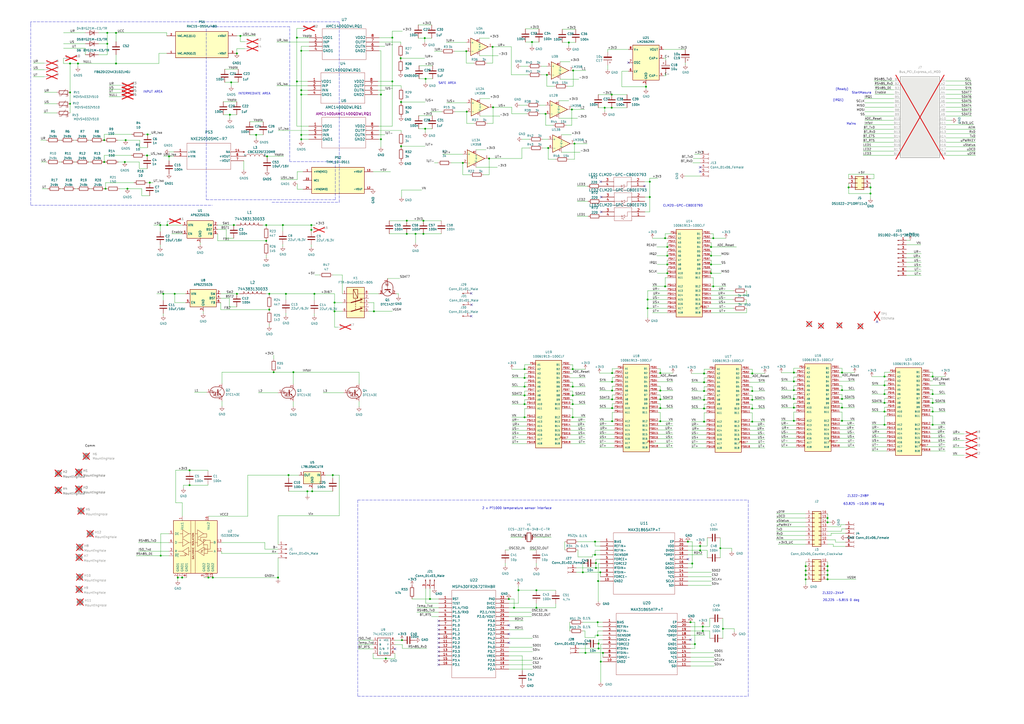
<source format=kicad_sch>
(kicad_sch (version 20231120) (generator "eeschema") (generator_version "8.0")
  (paper "A2")
  (title_block (title "Main Board") (rev "4.4") (company "VT Electron"))
  (junction (at 156.21 179.578))
  (junction (at 286.004 62.23))
  (junction (at 488.442 216.154))
  (junction (at 345.694 326.644))
  (junction (at 412.496 143.256))
  (junction (at 436.372 231.902))
  (junction (at 383.032 236.728))
  (junction (at 109.982 272.796))
  (junction (at 408.432 226.822))
  (junction (at 174.752 54.864))
  (junction (at 412.496 158.496))
  (junction (at 400.558 360.934))
  (junction (at 419.354 364.744))
  (junction (at 235.966 135.636))
  (junction (at 345.186 321.818))
  (junction (at 311.15 352.552))
  (junction (at 436.372 244.602))
  (junction (at 467.36 328.422))
  (junction (at 513.08 233.68))
  (junction (at 270.51 29.718))
  (junction (at 383.032 216.408))
  (junction (at 93.218 322.326))
  (junction (at 170.18 215.9))
  (junction (at 339.598 378.714))
  (junction (at 513.08 238.76))
  (junction (at 105.664 335.026))
  (junction (at 268.478 94.488))
  (junction (at 541.02 228.6))
  (junction (at 67.31 19.05))
  (junction (at 103.124 335.026))
  (junction (at 304.292 214.122))
  (junction (at 283.718 91.948))
  (junction (at 460.502 231.394))
  (junction (at 154.94 90.678))
  (junction (at 541.02 246.38))
  (junction (at 232.664 59.182))
  (junction (at 161.29 335.026))
  (junction (at 180.594 133.35))
  (junction (at 355.092 216.408))
  (junction (at 375.666 178.816))
  (junction (at 513.08 218.44))
  (junction (at 349.758 378.714))
  (junction (at 332.486 40.894))
  (junction (at 246.38 22.098))
  (junction (at 62.23 25.4))
  (junction (at 109.982 281.432))
  (junction (at 436.372 236.982))
  (junction (at 460.502 221.234))
  (junction (at 385.826 138.176))
  (junction (at 354.838 54.864))
  (junction (at 40.64 53.594))
  (junction (at 436.372 226.822))
  (junction (at 249.428 347.472))
  (junction (at 60.452 81.28))
  (junction (at 245.618 135.636))
  (junction (at 97.028 130.556))
  (junction (at 332.232 224.282))
  (junction (at 480.06 330.962))
  (junction (at 92.964 130.556))
  (junction (at 67.31 36.83))
  (junction (at 480.06 300.482))
  (junction (at 154.432 139.7))
  (junction (at 98.044 90.678))
  (junction (at 492.252 108.712))
  (junction (at 45.212 36.83))
  (junction (at 460.502 244.094))
  (junction (at 94.742 170.434))
  (junction (at 165.862 170.434))
  (junction (at 467.36 336.042))
  (junction (at 480.06 328.422))
  (junction (at 332.232 242.062))
  (junction (at 139.446 20.828))
  (junction (at 329.946 24.638))
  (junction (at 407.67 366.014))
  (junction (at 403.098 373.634))
  (junction (at 355.092 236.728))
  (junction (at 85.344 90.17))
  (junction (at 332.232 234.442))
  (junction (at 172.212 21.844))
  (junction (at 541.02 238.76))
  (junction (at 304.292 229.362))
  (junction (at 346.71 368.554))
  (junction (at 408.432 221.742))
  (junction (at 332.232 214.122))
  (junction (at 412.496 153.416))
  (junction (at 513.08 228.6))
  (junction (at 180.594 130.556))
  (junction (at 467.36 330.962))
  (junction (at 245.618 128.016))
  (junction (at 40.64 60.198))
  (junction (at 332.232 229.362))
  (junction (at 220.98 80.772))
  (junction (at 413.766 166.116))
  (junction (at 480.06 333.502))
  (junction (at 194.056 180.594))
  (junction (at 355.092 231.648))
  (junction (at 460.502 236.474))
  (junction (at 408.432 231.902))
  (junction (at 101.346 170.434))
  (junction (at 350.774 62.484))
  (junction (at 355.092 226.568))
  (junction (at 232.41 33.782))
  (junction (at 318.008 85.852))
  (junction (at 406.146 316.738))
  (junction (at 412.496 148.336))
  (junction (at 61.214 109.474))
  (junction (at 174.752 52.324))
  (junction (at 387.096 143.256))
  (junction (at 193.04 275.59))
  (junction (at 232.664 84.836))
  (junction (at 513.08 246.38))
  (junction (at 346.964 337.058))
  (junction (at 317.246 43.434))
  (junction (at 408.432 216.662))
  (junction (at 387.096 158.496))
  (junction (at 182.372 170.434))
  (junction (at 72.39 93.98))
  (junction (at 133.35 66.548))
  (junction (at 345.186 314.198))
  (junction (at 135.636 130.556))
  (junction (at 407.67 363.474))
  (junction (at 174.752 78.232))
  (junction (at 348.488 383.794))
  (junction (at 73.914 109.474))
  (junction (at 504.952 112.268))
  (junction (at 72.898 81.28))
  (junction (at 488.442 244.094))
  (junction (at 40.64 36.83))
  (junction (at 387.096 148.336))
  (junction (at 270.764 64.77))
  (junction (at 223.774 382.016))
  (junction (at 235.966 128.016))
  (junction (at 154.432 130.556))
  (junction (at 333.248 83.312))
  (junction (at 246.888 45.72))
  (junction (at 480.06 303.022))
  (junction (at 308.61 24.384))
  (junction (at 513.08 223.52))
  (junction (at 120.904 335.026))
  (junction (at 178.308 284.988))
  (junction (at 417.83 318.008))
  (junction (at 174.752 80.772))
  (junction (at 123.444 335.026))
  (junction (at 300.736 342.392))
  (junction (at 346.71 360.934))
  (junction (at 285.75 27.178))
  (junction (at 134.112 47.752))
  (junction (at 304.292 242.062))
  (junction (at 241.046 135.636))
  (junction (at 413.766 138.176))
  (junction (at 467.36 333.502))
  (junction (at 164.084 130.556))
  (junction (at 406.146 319.278))
  (junction (at 311.15 342.392))
  (junction (at 158.75 215.9))
  (junction (at 246.634 74.676))
  (junction (at 383.032 226.568))
  (junction (at 338.074 331.978))
  (junction (at 220.98 54.864))
  (junction (at 298.196 352.552))
  (junction (at 385.826 166.116))
  (junction (at 375.666 173.736))
  (junction (at 383.032 244.348))
  (junction (at 387.096 153.416))
  (junction (at 304.292 219.202))
  (junction (at 401.574 326.898))
  (junction (at 167.386 275.59))
  (junction (at 148.59 78.232))
  (junction (at 383.032 231.648))
  (junction (at 541.02 233.68))
  (junction (at 504.952 108.712))
  (junction (at 347.218 373.38))
  (junction (at 460.502 226.314))
  (junction (at 460.502 216.154))
  (junction (at 347.218 376.174))
  (junction (at 174.752 29.464))
  (junction (at 488.442 231.394))
  (junction (at 85.598 77.978))
  (junction (at 376.936 105.41))
  (junction (at 354.838 62.484))
  (junction (at 233.172 371.348))
  (junction (at 181.102 284.988))
  (junction (at 156.21 170.434))
  (junction (at 408.432 244.602))
  (junction (at 436.372 216.662))
  (junction (at 348.234 331.978))
  (junction (at 376.936 114.3))
  (junction (at 488.442 226.314))
  (junction (at 374.7262 50.292))
  (junction (at 316.484 66.04))
  (junction (at 331.724 63.5))
  (junction (at 304.292 234.442))
  (junction (at 355.092 244.348))
  (junction (at 62.23 19.05))
  (junction (at 399.034 314.198))
  (junction (at 488.442 236.474))
  (junction (at 194.056 175.514))
  (junction (at 227.584 21.844))
  (junction (at 304.292 224.282))
  (junction (at 295.148 347.472))
  (junction (at 216.916 180.594))
  (junction (at 137.414 170.434))
  (junction (at 408.432 236.982))
  (junction (at 355.092 221.488))
  (junction (at 172.212 47.244))
  (junction (at 137.414 30.988))
  (junction (at 541.02 218.44))
  (junction (at 60.452 93.98))
  (junction (at 227.584 47.244))
  (junction (at 86.868 105.918))
  (junction (at 480.06 336.042))
  (junction (at 345.694 329.438))
  (no_connect (at 254.508 372.872))
  (no_connect (at 254.508 375.412))
  (no_connect (at 254.508 377.952))
  (no_connect (at 254.508 380.492))
  (no_connect (at 254.508 383.032))
  (no_connect (at 254.508 385.572))
  (no_connect (at 254.508 360.172))
  (no_connect (at 254.508 362.712))
  (no_connect (at 254.508 365.252))
  (no_connect (at 254.508 367.792))
  (no_connect (at 254.508 370.332))
  (no_connect (at 295.148 362.712))
  (no_connect (at 399.034 324.358))
  (no_connect (at 364.5662 36.322))
  (no_connect (at 348.742 114.3))
  (no_connect (at 273.304 170.18))
  (no_connect (at 295.148 367.792))
  (no_connect (at 295.148 372.872))
  (no_connect (at 273.304 183.388))
  (no_connect (at 348.742 122.936))
  (no_connect (at 273.558 176.784))
  (no_connect (at 406.146 99.568))
  (no_connect (at 406.146 97.028))
  (no_connect (at 229.108 376.428))
  (no_connect (at 400.558 371.094))
  (no_connect (at 373.888 107.95))
  (no_connect (at 348.488 105.41))
  (no_connect (at 508.762 186.69))
  (wire (pts (xy 409.702 224.282) (xy 408.432 224.282)))
  (wire (pts (xy 174.752 29.464) (xy 174.752 52.324)))
  (wire (pts (xy 443.738 247.142) (xy 435.102 247.142)))
  (wire (pts (xy 354.838 62.484) (xy 363.728 62.484)))
  (wire (pts (xy 258.826 24.638) (xy 270.51 24.638)))
  (wire (pts (xy 305.562 221.742) (xy 304.292 221.742)))
  (wire (pts (xy 400.558 386.334) (xy 414.274 386.334)))
  (wire (pts (xy 385.826 135.636) (xy 389.636 135.636)))
  (wire (pts (xy 143.764 299.466) (xy 143.764 275.59)))
  (wire (pts (xy 296.926 249.682) (xy 305.562 249.682)))
  (wire (pts (xy 408.432 216.662) (xy 409.702 216.662)))
  (wire (pts (xy 296.672 27.178) (xy 296.672 43.434)))
  (wire (pts (xy 246.888 45.72) (xy 250.952 45.72)))
  (wire (pts (xy 421.132 138.176) (xy 413.766 138.176)))
  (wire (pts (xy 278.384 67.31) (xy 289.814 67.31)))
  (wire (pts (xy 174.752 26.924) (xy 174.752 29.464)))
  (wire (pts (xy 460.502 221.234) (xy 461.772 221.234)))
  (wire (pts (xy 435.102 219.202) (xy 436.372 219.202)))
  (wire (pts (xy 487.68 304.292) (xy 490.474 304.292)))
  (wire (pts (xy 360.7562 50.292) (xy 374.7262 50.292)))
  (wire (pts (xy 425.958 364.744) (xy 419.354 364.744)))
  (wire (pts (xy 332.232 224.282) (xy 330.962 224.282)))
  (wire (pts (xy 246.38 22.098) (xy 246.38 24.384)))
  (wire (pts (xy 298.196 352.552) (xy 298.196 347.472)))
  (wire (pts (xy 278.13 22.098) (xy 283.972 22.098)))
  (wire (pts (xy 347.726 216.408) (xy 355.092 216.408)))
  (wire (pts (xy 19.304 40.386) (xy 25.654 40.386)))
  (wire (pts (xy 541.02 231.14) (xy 541.02 233.68)))
  (wire (pts (xy 229.108 371.348) (xy 233.172 371.348)))
  (wire (pts (xy 40.64 36.83) (xy 45.212 36.83)))
  (wire (pts (xy 232.41 33.782) (xy 232.41 34.544)))
  (wire (pts (xy 541.02 233.68) (xy 539.75 233.68)))
  (wire (pts (xy 174.752 80.772) (xy 174.752 81.788)))
  (wire (pts (xy 436.372 234.442) (xy 436.372 236.982)))
  (wire (pts (xy 160.528 24.384) (xy 179.324 24.384)))
  (wire (pts (xy 548.386 238.76) (xy 541.02 238.76)))
  (wire (pts (xy 172.466 106.68) (xy 172.466 109.728)))
  (wire (pts (xy 488.442 223.774) (xy 488.442 226.314)))
  (wire (pts (xy 36.83 27.94) (xy 49.53 27.94)))
  (wire (pts (xy 304.292 236.982) (xy 305.562 236.982)))
  (wire (pts (xy 156.21 170.434) (xy 165.862 170.434)))
  (wire (pts (xy 513.08 241.3) (xy 513.08 246.38)))
  (wire (pts (xy 216.916 175.514) (xy 216.916 180.594)))
  (wire (pts (xy 460.502 236.474) (xy 461.772 236.474)))
  (wire (pts (xy 505.714 261.62) (xy 514.35 261.62)))
  (wire (pts (xy 480.06 297.942) (xy 480.06 300.482)))
  (wire (pts (xy 251.968 29.718) (xy 256.032 29.718)))
  (wire (pts (xy 346.71 366.014) (xy 346.71 368.554)))
  (wire (pts (xy 355.092 236.728) (xy 356.362 236.728)))
  (wire (pts (xy 488.442 239.014) (xy 488.442 244.094)))
  (wire (pts (xy 390.398 254.508) (xy 381.762 254.508)))
  (wire (pts (xy 413.766 161.036) (xy 413.766 166.116)))
  (wire (pts (xy 346.71 363.474) (xy 346.71 360.934)))
  (wire (pts (xy 270.51 29.718) (xy 270.51 36.576)))
  (wire (pts (xy 324.104 68.58) (xy 335.026 68.58)))
  (wire (pts (xy 149.86 227.838) (xy 161.29 227.838)))
  (wire (pts (xy 373.888 105.41) (xy 376.936 105.41)))
  (wire (pts (xy 453.136 259.334) (xy 461.772 259.334)))
  (wire (pts (xy 412.496 158.496) (xy 418.338 158.496)))
  (wire (pts (xy 401.066 257.302) (xy 409.702 257.302)))
  (wire (pts (xy 219.202 52.324) (xy 223.266 52.324)))
  (wire (pts (xy 179.324 26.924) (xy 174.752 26.924)))
  (wire (pts (xy 246.38 22.098) (xy 250.444 22.098)))
  (wire (pts (xy 443.738 216.662) (xy 436.372 216.662)))
  (wire (pts (xy 129.54 66.548) (xy 133.35 66.548)))
  (wire (pts (xy 539.75 226.06) (xy 541.02 226.06)))
  (wire (pts (xy 384.8862 28.702) (xy 397.5862 28.702)))
  (wire (pts (xy 495.808 244.094) (xy 488.442 244.094)))
  (wire (pts (xy 436.372 244.602) (xy 435.102 244.602)))
  (wire (pts (xy 408.432 221.742) (xy 409.702 221.742)))
  (wire (pts (xy 401.574 326.898) (xy 399.034 326.898)))
  (wire (pts (xy 501.65 59.69) (xy 518.414 59.69)))
  (wire (pts (xy 347.726 257.048) (xy 356.362 257.048)))
  (wire (pts (xy 507.492 52.07) (xy 518.414 52.07)))
  (wire (pts (xy 246.888 341.376) (xy 246.888 350.012)))
  (wire (pts (xy 82.296 109.474) (xy 82.296 113.538)))
  (wire (pts (xy 93.218 322.326) (xy 93.218 309.626)))
  (wire (pts (xy 178.308 284.988) (xy 178.308 287.274)))
  (wire (pts (xy 412.496 150.876) (xy 412.496 153.416)))
  (wire (pts (xy 427.228 143.256) (xy 412.496 143.256)))
  (wire (pts (xy 348.234 324.358) (xy 345.694 324.358)))
  (wire (pts (xy 330.962 211.582) (xy 332.232 211.582)))
  (wire (pts (xy 295.148 377.952) (xy 308.864 377.952)))
  (wire (pts (xy 304.292 211.582) (xy 308.102 211.582)))
  (wire (pts (xy 80.264 314.706) (xy 98.044 314.706)))
  (wire (pts (xy 196.85 275.59) (xy 196.85 299.212)))
  (wire (pts (xy 541.02 238.76) (xy 539.75 238.76)))
  (wire (pts (xy 36.83 25.4) (xy 49.53 25.4)))
  (wire (pts (xy 399.034 334.518) (xy 412.75 334.518)))
  (wire (pts (xy 300.736 342.392) (xy 311.15 342.392)))
  (wire (pts (xy 60.452 77.978) (xy 76.454 77.978)))
  (wire (pts (xy 539.75 215.9) (xy 541.02 215.9)))
  (wire (pts (xy 34.544 81.28) (xy 35.306 81.28)))
  (wire (pts (xy 332.232 229.362) (xy 330.962 229.362)))
  (wire (pts (xy 412.496 181.356) (xy 433.07 181.356)))
  (wire (pts (xy 399.034 339.598) (xy 412.75 339.598)))
  (wire (pts (xy 128.524 314.706) (xy 153.67 314.706)))
  (wire (pts (xy 60.452 93.98) (xy 60.452 90.17)))
  (wire (pts (xy 488.442 236.474) (xy 487.172 236.474)))
  (wire (pts (xy 120.65 280.924) (xy 120.65 281.432)))
  (wire (pts (xy 80.264 319.786) (xy 98.044 319.786)))
  (wire (pts (xy 513.08 223.52) (xy 514.35 223.52)))
  (wire (pts (xy 384.8862 43.942) (xy 386.1562 43.942)))
  (wire (pts (xy 61.214 109.474) (xy 61.722 109.474)))
  (wire (pts (xy 381.762 218.948) (xy 383.032 218.948)))
  (wire (pts (xy 229.108 378.968) (xy 229.108 382.016)))
  (wire (pts (xy 263.652 29.718) (xy 270.51 29.718)))
  (wire (pts (xy 487.172 213.614) (xy 488.442 213.614)))
  (wire (pts (xy 375.666 178.816) (xy 387.096 178.816)))
  (wire (pts (xy 213.868 180.594) (xy 216.916 180.594)))
  (wire (pts (xy 51.562 81.28) (xy 52.324 81.28)))
  (wire (pts (xy 322.326 342.646) (xy 322.326 342.392)))
  (wire (pts (xy 305.562 231.902) (xy 304.292 231.902)))
  (wire (pts (xy 349.758 366.014) (xy 346.71 366.014)))
  (wire (pts (xy 307.086 80.772) (xy 302.768 80.772)))
  (wire (pts (xy 356.362 218.948) (xy 355.092 218.948)))
  (wire (pts (xy 97.028 128.27) (xy 97.028 130.556)))
  (wire (pts (xy 436.372 224.282) (xy 436.372 226.822)))
  (wire (pts (xy 360.7562 41.402) (xy 360.7562 50.292)))
  (wire (pts (xy 383.032 236.728) (xy 381.762 236.728)))
  (wire (pts (xy 304.292 219.202) (xy 305.562 219.202)))
  (wire (pts (xy 311.15 326.644) (xy 311.15 328.422)))
  (wire (pts (xy 335.788 376.174) (xy 347.218 376.174)))
  (wire (pts (xy 67.31 24.13) (xy 67.31 19.05)))
  (wire (pts (xy 541.02 246.38) (xy 539.75 246.38)))
  (wire (pts (xy 534.416 157.226) (xy 525.78 157.226)))
  (wire (pts (xy 303.022 388.874) (xy 303.022 380.492)))
  (wire (pts (xy 45.212 36.83) (xy 45.212 38.862)))
  (wire (pts (xy 90.932 170.434) (xy 94.742 170.434)))
  (polyline (pts (xy 194.564 93.726) (xy 168.148 93.726)) (stroke (width 0) (type dash)))
  (wire (pts (xy 69.342 109.474) (xy 73.914 109.474)))
  (wire (pts (xy 80.772 93.98) (xy 80.772 97.79)))
  (wire (pts (xy 413.766 138.176) (xy 412.496 138.176)))
  (wire (pts (xy 460.502 239.014) (xy 461.772 239.014)))
  (wire (pts (xy 488.442 239.014) (xy 487.172 239.014)))
  (wire (pts (xy 304.292 214.122) (xy 305.562 214.122)))
  (wire (pts (xy 495.808 259.334) (xy 487.172 259.334)))
  (wire (pts (xy 488.442 228.854) (xy 488.442 231.394)))
  (wire (pts (xy 332.232 231.902) (xy 332.232 234.442)))
  (wire (pts (xy 92.964 130.556) (xy 97.028 130.556)))
  (wire (pts (xy 256.794 89.408) (xy 268.478 89.408)))
  (wire (pts (xy 435.102 221.742) (xy 443.738 221.742)))
  (wire (pts (xy 453.136 236.474) (xy 460.502 236.474)))
  (wire (pts (xy 92.202 30.988) (xy 96.774 30.988)))
  (wire (pts (xy 339.598 373.38) (xy 339.598 378.714)))
  (wire (pts (xy 339.598 224.282) (xy 332.232 224.282)))
  (wire (pts (xy 296.926 62.23) (xy 296.926 66.04)))
  (wire (pts (xy 305.562 226.822) (xy 304.292 226.822)))
  (wire (pts (xy 390.398 231.648) (xy 383.032 231.648)))
  (wire (pts (xy 339.598 252.222) (xy 330.962 252.222)))
  (wire (pts (xy 242.824 74.676) (xy 246.634 74.676)))
  (wire (pts (xy 128.524 319.786) (xy 128.524 321.056)))
  (wire (pts (xy 83.82 90.17) (xy 85.344 90.17)))
  (wire (pts (xy 208.28 215.9) (xy 208.28 222.758)))
  (wire (pts (xy 137.414 28.194) (xy 137.414 30.988)))
  (wire (pts (xy 235.966 128.016) (xy 245.618 128.016)))
  (wire (pts (xy 467.36 330.962) (xy 467.36 333.502)))
  (wire (pts (xy 460.502 233.934) (xy 460.502 236.474)))
  (wire (pts (xy 355.092 224.028) (xy 355.092 226.568)))
  (wire (pts (xy 390.398 246.888) (xy 381.762 246.888)))
  (wire (pts (xy 355.092 234.188) (xy 355.092 236.728)))
  (wire (pts (xy 332.232 211.582) (xy 332.232 214.122)))
  (wire (pts (xy 356.362 229.108) (xy 355.092 229.108)))
  (wire (pts (xy 36.83 19.05) (xy 49.53 19.05)))
  (wire (pts (xy 137.414 170.434) (xy 138.938 170.434)))
  (wire (pts (xy 193.04 275.59) (xy 193.04 277.368)))
  (wire (pts (xy 385.826 161.036) (xy 387.096 161.036)))
  (wire (pts (xy 193.04 275.59) (xy 188.722 275.59)))
  (wire (pts (xy 235.966 135.636) (xy 241.046 135.636)))
  (wire (pts (xy 322.326 352.552) (xy 322.326 350.266)))
  (wire (pts (xy 179.07 80.772) (xy 174.752 80.772)))
  (wire (pts (xy 374.142 122.936) (xy 376.936 122.936)))
  (wire (pts (xy 501.65 69.85) (xy 518.414 69.85)))
  (wire (pts (xy 539.75 223.52) (xy 548.386 223.52)))
  (wire (pts (xy 62.23 31.75) (xy 62.23 25.4)))
  (polyline (pts (xy 119.634 16.764) (xy 119.634 115.824)) (stroke (width 0) (type dash)))
  (wire (pts (xy 227.584 18.034) (xy 227.584 21.844)))
  (wire (pts (xy 406.146 316.738) (xy 406.146 319.278)))
  (wire (pts (xy 180.594 141.986) (xy 180.594 143.256)))
  (wire (pts (xy 460.502 231.394) (xy 461.772 231.394)))
  (wire (pts (xy 495.808 216.154) (xy 488.442 216.154)))
  (wire (pts (xy 179.07 73.152) (xy 172.212 73.152)))
  (wire (pts (xy 232.664 59.182) (xy 232.664 59.944)))
  (wire (pts (xy 304.292 226.822) (xy 304.292 229.362)))
  (wire (pts (xy 243.078 45.72) (xy 246.888 45.72)))
  (wire (pts (xy 413.766 166.116) (xy 412.496 166.116)))
  (wire (pts (xy 164.084 130.556) (xy 164.084 134.112)))
  (wire (pts (xy 283.718 91.948) (xy 302.768 91.948)))
  (wire (pts (xy 401.066 252.222) (xy 409.702 252.222)))
  (wire (pts (xy 408.432 236.982) (xy 409.702 236.982)))
  (wire (pts (xy 333.248 92.456) (xy 333.248 83.312)))
  (wire (pts (xy 482.092 309.372) (xy 482.092 310.642)))
  (wire (pts (xy 424.434 318.008) (xy 417.83 318.008)))
  (wire (pts (xy 355.092 239.268) (xy 356.362 239.268)))
  (wire (pts (xy 421.132 166.116) (xy 413.766 166.116)))
  (wire (pts (xy 182.372 174.244) (xy 182.372 170.434)))
  (wire (pts (xy 460.502 239.014) (xy 460.502 244.094)))
  (wire (pts (xy 403.098 360.934) (xy 403.098 373.634)))
  (wire (pts (xy 308.61 24.384) (xy 312.674 24.384)))
  (wire (pts (xy 390.398 216.408) (xy 383.032 216.408)))
  (wire (pts (xy 436.372 214.122) (xy 436.372 216.662)))
  (wire (pts (xy 241.808 352.552) (xy 254.508 352.552)))
  (wire (pts (xy 376.936 114.3) (xy 376.936 105.41)))
  (wire (pts (xy 400.558 363.474) (xy 407.67 363.474)))
  (wire (pts (xy 390.398 236.728) (xy 383.032 236.728)))
  (wire (pts (xy 23.876 93.98) (xy 26.924 93.98)))
  (polyline (pts (xy 120.65 15.494) (xy 168.148 15.494)) (stroke (width 0) (type dash)))
  (wire (pts (xy 249.428 347.472) (xy 254.508 347.472)))
  (wire (pts (xy 488.442 233.934) (xy 488.442 236.474)))
  (wire (pts (xy 505.714 218.44) (xy 513.08 218.44)))
  (wire (pts (xy 97.028 130.556) (xy 105.918 130.556)))
  (wire (pts (xy 280.416 101.346) (xy 283.718 101.346)))
  (wire (pts (xy 57.15 31.75) (xy 62.23 31.75)))
  (wire (pts (xy 213.868 170.434) (xy 219.71 170.434)))
  (wire (pts (xy 399.034 314.198) (xy 401.574 314.198)))
  (wire (pts (xy 375.666 178.816) (xy 375.666 184.404)))
  (wire (pts (xy 453.136 251.714) (xy 461.772 251.714)))
  (wire (pts (xy 231.14 171.704) (xy 231.14 170.434)))
  (wire (pts (xy 355.092 213.868) (xy 358.902 213.868)))
  (wire (pts (xy 348.488 383.794) (xy 349.758 383.794)))
  (polyline (pts (xy 17.78 119.126) (xy 123.19 119.126)) (stroke (width 0) (type dash)))
  (wire (pts (xy 383.032 239.268) (xy 383.032 244.348)))
  (wire (pts (xy 541.02 226.06) (xy 541.02 228.6)))
  (wire (pts (xy 376.936 103.378) (xy 381.508 103.378)))
  (wire (pts (xy 467.36 325.882) (xy 467.36 328.422)))
  (wire (pts (xy 400.558 378.714) (xy 414.274 378.714)))
  (wire (pts (xy 488.188 306.832) (xy 490.474 306.832)))
  (wire (pts (xy 482.092 310.642) (xy 480.06 310.642)))
  (polyline (pts (xy 196.85 12.7) (xy 17.78 12.7)) (stroke (width 0) (type dash)))
  (wire (pts (xy 254.508 357.632) (xy 250.19 357.632)))
  (wire (pts (xy 296.672 43.434) (xy 306.324 43.434)))
  (wire (pts (xy 227.584 47.244) (xy 227.584 73.152)))
  (wire (pts (xy 98.044 90.678) (xy 94.742 90.678)))
  (wire (pts (xy 488.442 244.094) (xy 487.172 244.094)))
  (wire (pts (xy 311.15 350.012) (xy 311.15 352.552)))
  (wire (pts (xy 329.946 92.456) (xy 333.248 92.456)))
  (wire (pts (xy 348.234 316.738) (xy 345.186 316.738)))
  (polyline (pts (xy 434.086 403.86) (xy 434.086 290.068)) (stroke (width 0) (type dash)))
  (wire (pts (xy 324.104 58.42) (xy 329.946 58.42)))
  (wire (pts (xy 295.148 370.332) (xy 308.864 370.332)))
  (wire (pts (xy 232.664 84.836) (xy 246.634 84.836)))
  (wire (pts (xy 216.408 378.968) (xy 216.408 382.016)))
  (wire (pts (xy 350.774 62.484) (xy 354.838 62.484)))
  (wire (pts (xy 505.714 228.6) (xy 513.08 228.6)))
  (wire (pts (xy 375.666 173.736) (xy 387.096 173.736)))
  (wire (pts (xy 25.654 53.594) (xy 33.02 53.594)))
  (wire (pts (xy 480.06 333.502) (xy 480.06 336.042)))
  (wire (pts (xy 453.136 231.394) (xy 460.502 231.394)))
  (wire (pts (xy 128.778 215.9) (xy 158.75 215.9)))
  (wire (pts (xy 355.092 213.868) (xy 355.092 216.408)))
  (wire (pts (xy 298.196 352.552) (xy 311.15 352.552)))
  (wire (pts (xy 81.026 85.598) (xy 85.598 85.598)))
  (wire (pts (xy 436.372 216.662) (xy 435.102 216.662)))
  (wire (pts (xy 296.926 252.222) (xy 305.562 252.222)))
  (wire (pts (xy 513.08 236.22) (xy 513.08 238.76)))
  (wire (pts (xy 154.432 139.7) (xy 154.432 140.462)))
  (wire (pts (xy 232.918 110.236) (xy 232.918 114.3)))
  (wire (pts (xy 63.246 53.848) (xy 69.596 53.848)))
  (wire (pts (xy 417.83 311.912) (xy 417.83 318.008)))
  (wire (pts (xy 505.714 223.52) (xy 513.08 223.52)))
  (wire (pts (xy 534.416 152.146) (xy 525.78 152.146)))
  (wire (pts (xy 314.706 85.852) (xy 318.008 85.852)))
  (wire (pts (xy 194.056 180.594) (xy 198.628 180.594)))
  (wire (pts (xy 225.806 135.636) (xy 235.966 135.636)))
  (wire (pts (xy 85.344 105.918) (xy 86.868 105.918)))
  (wire (pts (xy 335.28 314.198) (xy 345.186 314.198)))
  (wire (pts (xy 174.752 78.232) (xy 174.752 80.772)))
  (wire (pts (xy 304.292 242.062) (xy 305.562 242.062)))
  (wire (pts (xy 347.726 251.968) (xy 356.362 251.968)))
  (wire (pts (xy 461.772 228.854) (xy 460.502 228.854)))
  (wire (pts (xy 343.662 321.818) (xy 343.662 323.088)))
  (wire (pts (xy 198.628 170.434) (xy 198.628 159.512)))
  (wire (pts (xy 443.738 231.902) (xy 436.372 231.902)))
  (wire (pts (xy 241.046 140.97) (xy 241.046 135.636)))
  (wire (pts (xy 61.214 105.918) (xy 77.724 105.918)))
  (wire (pts (xy 541.02 215.9) (xy 541.02 218.44)))
  (wire (pts (xy 488.442 231.394) (xy 487.172 231.394)))
  (wire (pts (xy 506.984 101.092) (xy 506.984 103.632)))
  (wire (pts (xy 349.758 368.554) (xy 346.71 368.554)))
  (wire (pts (xy 495.808 236.474) (xy 488.442 236.474)))
  (wire (pts (xy 219.71 75.692) (xy 232.664 75.692)))
  (wire (pts (xy 436.372 231.902) (xy 435.102 231.902)))
  (wire (pts (xy 172.212 47.244) (xy 178.562 47.244)))
  (wire (pts (xy 390.144 249.428) (xy 381.762 249.428)))
  (wire (pts (xy 180.594 130.556) (xy 182.88 130.556)))
  (wire (pts (xy 500.634 85.09) (xy 518.414 85.09)))
  (wire (pts (xy 92.964 141.986) (xy 92.964 143.256)))
  (wire (pts (xy 514.35 236.22) (xy 513.08 236.22)))
  (wire (pts (xy 156.21 179.578) (xy 156.21 180.34)))
  (wire (pts (xy 500.634 90.17) (xy 518.414 90.17)))
  (wire (pts (xy 381.762 229.108) (xy 383.032 229.108)))
  (wire (pts (xy 207.772 373.888) (xy 216.408 373.888)))
  (wire (pts (xy 419.354 364.744) (xy 419.354 370.332)))
  (wire (pts (xy 480.06 303.022) (xy 481.838 303.022)))
  (wire (pts (xy 412.496 135.636) (xy 413.766 135.636)))
  (wire (pts (xy 467.36 333.502) (xy 467.36 336.042)))
  (wire (pts (xy 480.06 315.722) (xy 483.362 315.722)))
  (wire (pts (xy 332.232 221.742) (xy 332.232 224.282)))
  (wire (pts (xy 411.734 363.474) (xy 411.734 358.648)))
  (wire (pts (xy 387.096 140.716) (xy 387.096 143.256)))
  (wire (pts (xy 450.342 313.182) (xy 467.36 313.182)))
  (wire (pts (xy 424.434 319.786) (xy 424.434 318.008)))
  (wire (pts (xy 313.182 66.04) (xy 316.484 66.04)))
  (wire (pts (xy 109.982 272.796) (xy 120.65 272.796)))
  (wire (pts (xy 501.65 64.77) (xy 518.414 64.77)))
  (wire (pts (xy 346.964 337.058) (xy 346.964 348.996)))
  (wire (pts (xy 244.602 110.236) (xy 232.918 110.236)))
  (wire (pts (xy 460.502 244.094) (xy 461.772 244.094)))
  (wire (pts (xy 467.36 303.022) (xy 450.342 303.022)))
  (wire (pts (xy 282.448 36.576) (xy 285.75 36.576)))
  (wire (pts (xy 278.384 57.15) (xy 284.226 57.15)))
  (wire (pts (xy 413.766 135.636) (xy 413.766 138.176)))
  (wire (pts (xy 505.714 233.68) (xy 513.08 233.68)))
  (wire (pts (xy 548.894 52.07) (xy 563.626 52.07)))
  (wire (pts (xy 289.814 67.31) (xy 289.814 67.564)))
  (wire (pts (xy 227.584 18.034) (xy 233.426 18.034)))
  (wire (pts (xy 339.598 214.122) (xy 332.232 214.122)))
  (wire (pts (xy 461.772 233.934) (xy 460.502 233.934)))
  (wire (pts (xy 40.64 36.83) (xy 40.64 53.594)))
  (wire (pts (xy 241.808 355.092) (xy 254.508 355.092)))
  (wire (pts (xy 339.344 247.142) (xy 330.962 247.142)))
  (wire (pts (xy 399.034 331.978) (xy 412.75 331.978)))
  (wire (pts (xy 105.664 335.026) (xy 108.204 335.026)))
  (wire (pts (xy 295.148 350.012) (xy 300.736 350.012)))
  (wire (pts (xy 406.146 316.738) (xy 410.21 316.738)))
  (wire (pts (xy 60.452 81.28) (xy 60.706 81.28)))
  (wire (pts (xy 387.096 148.336) (xy 381 148.336)))
  (wire (pts (xy 143.764 275.59) (xy 167.386 275.59)))
  (wire (pts (xy 513.08 228.6) (xy 514.35 228.6)))
  (wire (pts (xy 126.238 130.556) (xy 135.636 130.556)))
  (wire (pts (xy 331.724 72.644) (xy 331.724 63.5)))
  (wire (pts (xy 552.704 259.588) (xy 559.054 259.588)))
  (wire (pts (xy 330.962 226.822) (xy 332.232 226.822)))
  (wire (pts (xy 514.35 231.14) (xy 513.08 231.14)))
  (wire (pts (xy 400.558 368.554) (xy 408.94 368.554)))
  (wire (pts (xy 330.962 231.902) (xy 332.232 231.902)))
  (wire (pts (xy 565.912 77.47) (xy 548.894 77.47)))
  (wire (pts (xy 141.986 28.194) (xy 137.414 28.194)))
  (wire (pts (xy 504.952 103.632) (xy 506.984 103.632)))
  (wire (pts (xy 154.432 130.556) (xy 164.084 130.556)))
  (wire (pts (xy 158.75 208.28) (xy 158.75 205.994)))
  (wire (pts (xy 105.664 299.466) (xy 105.664 291.592)))
  (wire (pts (xy 196.85 275.59) (xy 193.04 275.59)))
  (wire (pts (xy 548.386 256.54) (xy 539.75 256.54)))
  (wire (pts (xy 352.552 37.7698) (xy 352.552 40.3098)))
  (wire (pts (xy 504.952 106.172) (xy 504.952 108.712)))
  (wire (pts (xy 131.318 133.096) (xy 131.318 138.176)))
  (wire (pts (xy 332.232 214.122) (xy 330.962 214.122)))
  (wire (pts (xy 513.08 231.14) (xy 513.08 233.68)))
  (wire (pts (xy 224.79 161.544) (xy 231.902 161.544)))
  (wire (pts (xy 387.096 158.496) (xy 381.254 158.496)))
  (wire (pts (xy 349.758 363.474) (xy 346.71 363.474)))
  (wire (pts (xy 303.022 380.492) (xy 295.148 380.492)))
  (wire (pts (xy 42.926 81.28) (xy 43.942 81.28)))
  (wire (pts (xy 487.172 218.694) (xy 488.442 218.694)))
  (wire (pts (xy 408.432 214.122) (xy 408.432 216.662)))
  (wire (pts (xy 25.654 60.198) (xy 33.02 60.198)))
  (wire (pts (xy 94.742 181.864) (xy 94.742 183.134)))
  (wire (pts (xy 332.232 236.982) (xy 330.962 236.982)))
  (wire (pts (xy 270.764 64.77) (xy 270.764 71.628)))
  (wire (pts (xy 239.014 347.472) (xy 239.014 347.218)))
  (wire (pts (xy 390.398 259.588) (xy 381.762 259.588)))
  (wire (pts (xy 63.246 56.134) (xy 69.596 56.134)))
  (wire (pts (xy 408.432 224.282) (xy 408.432 226.822)))
  (wire (pts (xy 383.032 224.028) (xy 383.032 226.568)))
  (wire (pts (xy 408.432 234.442) (xy 408.432 236.982)))
  (wire (pts (xy 487.172 233.934) (xy 488.442 233.934)))
  (wire (pts (xy 174.752 52.324) (xy 178.562 52.324)))
  (wire (pts (xy 401.066 254.762) (xy 409.702 254.762)))
  (wire (pts (xy 82.296 113.538) (xy 86.868 113.538)))
  (wire (pts (xy 61.214 109.474) (xy 61.214 105.918)))
  (wire (pts (xy 346.964 62.484) (xy 350.774 62.484)))
  (wire (pts (xy 507.492 54.61) (xy 518.414 54.61)))
  (wire (pts (xy 412.496 168.656) (xy 425.45 168.656)))
  (wire (pts (xy 148.59 78.232) (xy 148.59 80.518)))
  (wire (pts (xy 135.636 130.556) (xy 137.16 130.556)))
  (wire (pts (xy 137.414 20.828) (xy 139.446 20.828)))
  (wire (pts (xy 174.752 54.864) (xy 178.562 54.864)))
  (wire (pts (xy 216.408 99.568) (xy 226.568 99.568)))
  (wire (pts (xy 170.18 232.918) (xy 170.18 235.966)))
  (wire (pts (xy 161.29 323.596) (xy 161.29 335.026)))
  (wire (pts (xy 467.36 336.042) (xy 467.36 339.09)))
  (wire (pts (xy 308.61 24.384) (xy 308.61 26.67)))
  (polyline (pts (xy 157.734 117.348) (xy 196.85 117.348)) (stroke (width 0) (type dash)))
  (wire (pts (xy 548.894 67.31) (xy 563.626 67.31)))
  (wire (pts (xy 492.252 112.268) (xy 504.952 112.268)))
  (wire (pts (xy 435.102 224.282) (xy 436.372 224.282)))
  (wire (pts (xy 345.694 326.644) (xy 345.694 329.438)))
  (wire (pts (xy 180.594 133.35) (xy 180.594 130.556)))
  (wire (pts (xy 141.986 24.13) (xy 139.446 24.13)))
  (wire (pts (xy 443.738 244.602) (xy 436.372 244.602)))
  (wire (pts (xy 233.426 376.174) (xy 247.65 376.174)))
  (wire (pts (xy 467.36 315.722) (xy 451.358 315.722)))
  (wire (pts (xy 296.926 242.062) (xy 304.292 242.062)))
  (wire (pts (xy 93.218 309.626) (xy 98.044 309.626)))
  (wire (pts (xy 332.486 50.038) (xy 332.486 40.894)))
  (wire (pts (xy 34.544 93.98) (xy 35.56 93.98)))
  (wire (pts (xy 330.962 219.202) (xy 339.598 219.202)))
  (wire (pts (xy 141.478 93.218) (xy 141.478 98.552)))
  (wire (pts (xy 330.962 221.742) (xy 332.232 221.742)))
  (wire (pts (xy 348.234 326.898) (xy 346.964 326.898)))
  (wire (pts (xy 103.124 335.026) (xy 105.664 335.026)))
  (wire (pts (xy 85.344 90.17) (xy 87.376 90.17)))
  (wire (pts (xy 219.71 73.152) (xy 227.584 73.152)))
  (wire (pts (xy 128.778 215.9) (xy 128.778 222.504)))
  (wire (pts (xy 548.386 254) (xy 539.75 254)))
  (wire (pts (xy 128.016 172.974) (xy 133.096 172.974)))
  (wire (pts (xy 539.75 236.22) (xy 541.02 236.22)))
  (wire (pts (xy 219.964 21.844) (xy 227.584 21.844)))
  (wire (pts (xy 133.096 178.054) (xy 137.414 178.054)))
  (wire (pts (xy 401.066 231.902) (xy 408.432 231.902)))
  (wire (pts (xy 322.326 92.456) (xy 318.008 92.456)))
  (wire (pts (xy 436.372 239.522) (xy 435.102 239.522)))
  (wire (pts (xy 433.07 178.816) (xy 433.07 181.356)))
  (wire (pts (xy 338.074 360.934) (xy 346.71 360.934)))
  (wire (pts (xy 488.442 216.154) (xy 487.172 216.154)))
  (wire (pts (xy 285.75 27.178) (xy 285.75 36.576)))
  (wire (pts (xy 378.46 138.176) (xy 385.826 138.176)))
  (wire (pts (xy 355.092 216.408) (xy 356.362 216.408)))
  (wire (pts (xy 52.324 109.474) (xy 53.086 109.474)))
  (wire (pts (xy 207.772 371.348) (xy 216.408 371.348)))
  (wire (pts (xy 295.148 352.552) (xy 298.196 352.552)))
  (wire (pts (xy 139.446 24.13) (xy 139.446 20.828)))
  (wire (pts (xy 304.292 236.982) (xy 304.292 242.062)))
  (wire (pts (xy 346.964 326.898) (xy 346.964 337.058)))
  (wire (pts (xy 187.452 227.838) (xy 199.39 227.838)))
  (wire (pts (xy 144.78 70.612) (xy 152.654 70.612)))
  (wire (pts (xy 130.302 47.752) (xy 134.112 47.752)))
  (wire (pts (xy 501.65 62.23) (xy 518.414 62.23)))
  (wire (pts (xy 513.08 238.76) (xy 514.35 238.76)))
  (wire (pts (xy 72.39 93.98) (xy 80.772 93.98)))
  (wire (pts (xy 310.642 311.658) (xy 319.786 311.658)))
  (wire (pts (xy 409.702 234.442) (xy 408.432 234.442)))
  (wire (pts (xy 381.762 234.188) (xy 383.032 234.188)))
  (wire (pts (xy 130.302 40.132) (xy 138.176 40.132)))
  (wire (pts (xy 232.664 49.784) (xy 232.664 51.054)))
  (wire (pts (xy 276.098 86.868) (xy 281.94 86.868)))
  (wire (pts (xy 161.29 315.976) (xy 161.29 299.212)))
  (wire (pts (xy 167.386 275.59) (xy 167.386 277.368)))
  (wire (pts (xy 126.238 139.7) (xy 126.238 135.636)))
  (wire (pts (xy 513.08 215.9) (xy 513.08 218.44)))
  (wire (pts (xy 505.714 259.08) (xy 514.35 259.08)))
  (wire (pts (xy 492.252 108.712) (xy 492.252 112.268)))
  (polyline (pts (xy 17.78 12.7) (xy 17.78 14.224)) (stroke (width 0) (type dash)))
  (wire (pts (xy 297.18 247.142) (xy 305.562 247.142)))
  (wire (pts (xy 412.496 148.336) (xy 418.338 148.336)))
  (wire (pts (xy 495.808 246.634) (xy 487.172 246.634)))
  (wire (pts (xy 500.634 82.55) (xy 518.414 82.55)))
  (wire (pts (xy 408.432 239.522) (xy 408.432 244.602)))
  (wire (pts (xy 364.5662 41.402) (xy 360.7562 41.402)))
  (wire (pts (xy 401.32 249.682) (xy 409.702 249.682)))
  (wire (pts (xy 296.926 234.442) (xy 304.292 234.442)))
  (wire (pts (xy 401.066 259.842) (xy 409.702 259.842)))
  (wire (pts (xy 461.772 218.694) (xy 460.502 218.694)))
  (wire (pts (xy 194.056 175.514) (xy 194.056 180.594)))
  (wire (pts (xy 548.894 72.39) (xy 564.896 72.39)))
  (wire (pts (xy 296.926 244.602) (xy 305.562 244.602)))
  (wire (pts (xy 407.67 366.014) (xy 411.734 366.014)))
  (wire (pts (xy 332.232 236.982) (xy 332.232 242.062)))
  (wire (pts (xy 505.714 246.38) (xy 513.08 246.38)))
  (wire (pts (xy 387.096 150.876) (xy 387.096 153.416)))
  (wire (pts (xy 295.148 385.572) (xy 308.864 385.572)))
  (wire (pts (xy 488.442 213.614) (xy 488.442 216.154)))
  (wire (pts (xy 548.132 251.46) (xy 539.75 251.46)))
  (wire (pts (xy 295.148 357.632) (xy 308.356 357.632)))
  (wire (pts (xy 347.726 244.348) (xy 355.092 244.348)))
  (wire (pts (xy 161.29 299.212) (xy 196.85 299.212)))
  (wire (pts (xy 180.594 134.366) (xy 180.594 133.35)))
  (wire (pts (xy 304.8 24.384) (xy 308.61 24.384)))
  (wire (pts (xy 443.738 259.842) (xy 435.102 259.842)))
  (wire (pts (xy 101.346 175.514) (xy 101.346 170.434)))
  (wire (pts (xy 246.888 350.012) (xy 254.508 350.012)))
  (wire (pts (xy 216.408 382.016) (xy 223.774 382.016)))
  (wire (pts (xy 406.146 102.108) (xy 397.256 102.108)))
  (wire (pts (xy 345.694 329.438) (xy 348.234 329.438)))
  (polyline (pts (xy 196.85 117.348) (xy 196.85 12.7)) (stroke (width 0) (type dash)))
  (wire (pts (xy 385.826 161.036) (xy 385.826 166.116)))
  (wire (pts (xy 333.248 83.312) (xy 340.614 83.312)))
  (wire (pts (xy 286.004 62.23) (xy 286.004 71.628)))
  (wire (pts (xy 40.64 60.198) (xy 40.64 65.532)))
  (wire (pts (xy 401.066 244.602) (xy 408.432 244.602)))
  (wire (pts (xy 488.442 226.314) (xy 487.172 226.314)))
  (wire (pts (xy 548.386 248.92) (xy 539.75 248.92)))
  (wire (pts (xy 243.078 38.1) (xy 250.952 38.1)))
  (wire (pts (xy 505.714 256.54) (xy 514.35 256.54)))
  (wire (pts (xy 435.102 214.122) (xy 436.372 214.122)))
  (wire (pts (xy 129.54 58.928) (xy 137.414 58.928)))
  (wire (pts (xy 460.502 228.854) (xy 460.502 231.394)))
  (wire (pts (xy 219.964 29.464) (xy 220.98 29.464)))
  (wire (pts (xy 313.944 43.434) (xy 317.246 43.434)))
  (wire (pts (xy 500.634 87.63) (xy 518.414 87.63)))
  (wire (pts (xy 68.58 93.98) (xy 72.39 93.98)))
  (wire (pts (xy 161.29 75.692) (xy 179.07 75.692)))
  (wire (pts (xy 93.218 322.326) (xy 98.044 322.326)))
  (wire (pts (xy 45.212 36.83) (xy 67.31 36.83)))
  (wire (pts (xy 480.06 300.482) (xy 480.06 303.022)))
  (wire (pts (xy 401.066 216.662) (xy 408.432 216.662)))
  (wire (pts (xy 246.888 45.72) (xy 246.888 48.006)))
  (wire (pts (xy 276.098 97.028) (xy 288.544 97.028)))
  (wire (pts (xy 172.466 99.568) (xy 175.768 99.568)))
  (wire (pts (xy 408.432 214.122) (xy 412.242 214.122)))
  (wire (pts (xy 381.762 224.028) (xy 383.032 224.028)))
  (wire (pts (xy 552.704 255.524) (xy 559.054 255.524)))
  (wire (pts (xy 161.29 335.026) (xy 161.29 335.788)))
  (wire (pts (xy 450.342 305.562) (xy 467.36 305.562)))
  (wire (pts (xy 313.182 60.96) (xy 316.484 60.96)))
  (wire (pts (xy 408.432 226.822) (xy 409.702 226.822)))
  (wire (pts (xy 408.432 229.362) (xy 408.432 231.902)))
  (wire (pts (xy 219.202 54.864) (xy 220.98 54.864)))
  (wire (pts (xy 345.186 369.824) (xy 339.344 369.824)))
  (wire (pts (xy 331.724 63.5) (xy 339.09 63.5)))
  (wire (pts (xy 400.558 381.254) (xy 414.274 381.254)))
  (wire (pts (xy 304.292 216.662) (xy 304.292 219.202)))
  (wire (pts (xy 293.116 319.024) (xy 295.148 319.024)))
  (wire (pts (xy 229.108 373.888) (xy 233.426 373.888)))
  (wire (pts (xy 274.828 36.576) (xy 270.51 36.576)))
  (wire (pts (xy 383.032 213.868) (xy 383.032 216.408)))
  (wire (pts (xy 534.416 154.686) (xy 525.78 154.686)))
  (wire (pts (xy 383.032 234.188) (xy 383.032 236.728)))
  (wire (pts (xy 435.102 229.362) (xy 436.372 229.362)))
  (wire (pts (xy 98.044 90.678) (xy 98.044 93.218)))
  (wire (pts (xy 232.664 58.674) (xy 232.664 59.182)))
  (wire (pts (xy 548.386 261.62) (xy 539.75 261.62)))
  (wire (pts (xy 172.212 21.844) (xy 179.324 21.844)))
  (wire (pts (xy 436.372 226.822) (xy 435.102 226.822)))
  (wire (pts (xy 443.738 254.762) (xy 435.102 254.762)))
  (wire (pts (xy 268.478 94.488) (xy 268.478 101.346)))
  (wire (pts (xy 153.67 314.706) (xy 153.67 318.516)))
  (wire (pts (xy 453.39 249.174) (xy 461.772 249.174)))
  (wire (pts (xy 403.098 373.634) (xy 400.558 373.634)))
  (wire (pts (xy 401.574 314.198) (xy 401.574 326.898)))
  (wire (pts (xy 383.032 244.348) (xy 381.762 244.348)))
  (wire (pts (xy 170.18 215.9) (xy 170.18 222.758)))
  (wire (pts (xy 407.67 363.474) (xy 407.67 366.014)))
  (wire (pts (xy 60.706 109.474) (xy 61.214 109.474)))
  (wire (pts (xy 492.252 101.092) (xy 506.984 101.092)))
  (wire (pts (xy 328.422 72.644) (xy 331.724 72.644)))
  (wire (pts (xy 374.7262 49.022) (xy 374.7262 50.292)))
  (wire (pts (xy 387.096 155.956) (xy 387.096 158.496)))
  (wire (pts (xy 355.092 229.108) (xy 355.092 231.648)))
  (wire (pts (xy 346.964 337.058) (xy 348.234 337.058)))
  (polyline (pts (xy 168.148 93.726) (xy 168.148 15.494)) (stroke (width 0) (type dash)))
  (wire (pts (xy 507.238 49.53) (xy 518.414 49.53)))
  (wire (pts (xy 349.758 360.934) (xy 346.71 360.934)))
  (wire (pts (xy 101.854 272.796) (xy 109.982 272.796)))
  (wire (pts (xy 154.432 130.556) (xy 154.432 131.572)))
  (wire (pts (xy 480.06 325.882) (xy 480.06 328.422)))
  (wire (pts (xy 167.386 284.988) (xy 178.308 284.988)))
  (wire (pts (xy 495.554 249.174) (xy 487.172 249.174)))
  (wire (pts (xy 539.75 220.98) (xy 541.02 220.98)))
  (wire (pts (xy 339.598 378.714) (xy 349.758 378.714)))
  (polyline (pts (xy 207.518 290.068) (xy 207.518 403.86)) (stroke (width 0) (type dash)))
  (wire (pts (xy 174.752 54.864) (xy 174.752 78.232)))
  (wire (pts (xy 552.704 251.714) (xy 559.054 251.714)))
  (wire (pts (xy 347.726 259.588) (xy 356.362 259.588)))
  (wire (pts (xy 349.758 371.094) (xy 347.218 371.094)))
  (wire (pts (xy 347.218 376.174) (xy 349.758 376.174)))
  (wire (pts (xy 563.626 54.61) (xy 548.894 54.61)))
  (wire (pts (xy 525.78 141.986) (xy 534.162 141.986)))
  (wire (pts (xy 120.904 335.026) (xy 123.444 335.026)))
  (wire (pts (xy 399.034 316.738) (xy 406.146 316.738)))
  (wire (pts (xy 513.08 246.38) (xy 514.35 246.38)))
  (wire (pts (xy 165.862 170.434) (xy 182.372 170.434)))
  (wire (pts (xy 156.21 179.578) (xy 128.016 179.578)))
  (wire (pts (xy 347.726 236.728) (xy 355.092 236.728)))
  (wire (pts (xy 541.02 228.6) (xy 539.75 228.6)))
  (wire (pts (xy 156.21 170.434) (xy 156.21 171.45)))
  (wire (pts (xy 419.354 358.648) (xy 419.354 364.744)))
  (wire (pts (xy 495.808 251.714) (xy 487.172 251.714)))
  (wire (pts (xy 490.474 309.372) (xy 482.092 309.372)))
  (wire (pts (xy 242.824 67.056) (xy 250.698 67.056)))
  (wire (pts (xy 436.372 236.982) (xy 435.102 236.982)))
  (wire (pts (xy 296.164 311.658) (xy 303.022 311.658)))
  (wire (pts (xy 355.092 221.488) (xy 356.362 221.488)))
  (wire (pts (xy 453.136 244.094) (xy 460.502 244.094)))
  (wire (pts (xy 154.432 139.192) (xy 154.432 139.7)))
  (wire (pts (xy 165.862 181.61) (xy 165.862 182.88)))
  (wire (pts (xy 386.1562 33.782) (xy 386.1562 35.052)))
  (wire (pts (xy 306.324 38.354) (xy 302.006 38.354)))
  (wire (pts (xy 24.384 109.474) (xy 27.686 109.474)))
  (wire (pts (xy 325.628 78.232) (xy 331.47 78.232)))
  (wire (pts (xy 321.564 50.038) (xy 317.246 50.038)))
  (wire (pts (xy 433.07 171.196) (xy 433.07 168.656)))
  (wire (pts (xy 563.626 59.69) (xy 548.894 59.69)))
  (wire (pts (xy 410.21 316.738) (xy 410.21 311.912)))
  (wire (pts (xy 356.362 224.028) (xy 355.092 224.028)))
  (wire (pts (xy 401.066 236.982) (xy 408.432 236.982)))
  (wire (pts (xy 453.136 256.794) (xy 461.772 256.794)))
  (wire (pts (xy 233.426 373.888) (xy 233.426 376.174)))
  (wire (pts (xy 231.14 170.434) (xy 229.87 170.434)))
  (wire (pts (xy 513.08 215.9) (xy 516.89 215.9)))
  (wire (pts (xy 453.136 221.234) (xy 460.502 221.234)))
  (wire (pts (xy 514.35 220.98) (xy 513.08 220.98)))
  (wire (pts (xy 406.146 319.278) (xy 410.21 319.278)))
  (wire (pts (xy 92.202 30.988) (xy 92.202 36.83)))
  (wire (pts (xy 500.634 80.01) (xy 518.414 80.01)))
  (wire (pts (xy 101.346 170.434) (xy 107.696 170.434)))
  (wire (pts (xy 283.718 91.948) (xy 283.718 101.346)))
  (wire (pts (xy 501.65 67.31) (xy 518.414 67.31)))
  (wire (pts (xy 165.862 170.434) (xy 165.862 173.99)))
  (wire (pts (xy 85.598 77.978) (xy 87.63 77.978)))
  (wire (pts (xy 223.774 382.016) (xy 229.108 382.016)))
  (wire (pts (xy 324.866 45.974) (xy 335.788 45.974)))
  (wire (pts (xy 334.772 107.95) (xy 340.868 107.95)))
  (wire (pts (xy 537.21 259.08) (xy 548.386 259.08)))
  (wire (pts (xy 172.212 73.152) (xy 172.212 47.244)))
  (wire (pts (xy 148.59 78.232) (xy 152.654 78.232)))
  (wire (pts (xy 376.936 105.41) (xy 376.936 103.378)))
  (wire (pts (xy 134.112 47.752) (xy 134.112 50.038)))
  (wire (pts (xy 278.13 32.258) (xy 289.052 32.258)))
  (wire (pts (xy 99.568 135.636) (xy 105.918 135.636)))
  (wire (pts (xy 219.71 80.772) (xy 220.98 80.772)))
  (wire (pts (xy 443.738 252.222) (xy 435.102 252.222)))
  (wire (pts (xy 40.64 53.594) (xy 40.64 60.198)))
  (wire (pts (xy 152.4 130.556) (xy 154.432 130.556)))
  (wire (pts (xy 355.092 226.568) (xy 356.362 226.568)))
  (wire (pts (xy 348.234 319.278) (xy 345.186 319.278)))
  (wire (pts (xy 345.186 321.818) (xy 343.662 321.818)))
  (wire (pts (xy 219.202 49.784) (xy 232.664 49.784)))
  (polyline (pts (xy 207.518 290.068) (xy 434.086 290.068)) (stroke (width 0) (type dash)))
  (wire (pts (xy 534.416 147.066) (xy 525.78 147.066)))
  (wire (pts (xy 194.056 175.514) (xy 198.628 175.514)))
  (wire (pts (xy 270.764 64.77) (xy 263.906 64.77)))
  (wire (pts (xy 347.218 371.094) (xy 347.218 373.38)))
  (wire (pts (xy 345.694 324.358) (xy 345.694 326.644)))
  (wire (pts (xy 68.326 81.28) (xy 72.898 81.28)))
  (wire (pts (xy 36.83 36.83) (xy 40.64 36.83)))
  (wire (pts (xy 164.084 130.556) (xy 180.594 130.556)))
  (wire (pts (xy 181.102 284.988) (xy 193.04 284.988)))
  (wire (pts (xy 128.524 321.056) (xy 161.29 321.056)))
  (wire (pts (xy 227.584 21.844) (xy 227.584 47.244)))
  (wire (pts (xy 383.032 239.268) (xy 381.762 239.268)))
  (wire (pts (xy 487.172 228.854) (xy 488.442 228.854)))
  (wire (pts (xy 383.032 229.108) (xy 383.032 231.648)))
  (wire (pts (xy 345.186 319.278) (xy 345.186 321.818)))
  (wire (pts (xy 347.98 249.428) (xy 356.362 249.428)))
  (wire (pts (xy 506.984 46.99) (xy 518.414 46.99)))
  (wire (pts (xy 220.98 29.464) (xy 220.98 54.864)))
  (wire (pts (xy 334.264 331.978) (xy 338.074 331.978)))
  (wire (pts (xy 495.808 231.394) (xy 488.442 231.394)))
  (wire (pts (xy 109.982 280.924) (xy 109.982 281.432)))
  (wire (pts (xy 293.116 326.644) (xy 293.116 328.168)))
  (wire (pts (xy 57.15 25.4) (xy 62.23 25.4)))
  (wire (pts (xy 383.032 226.568) (xy 381.762 226.568)))
  (wire (pts (xy 348.234 331.978) (xy 348.234 334.518)))
  (wire (pts (xy 381.762 221.488) (xy 390.398 221.488)))
  (wire (pts (xy 408.432 239.522) (xy 409.702 239.522)))
  (wire (pts (xy 460.502 218.694) (xy 460.502 221.234)))
  (wire (pts (xy 304.8 16.764) (xy 312.674 16.764)))
  (wire (pts (xy 513.08 226.06) (xy 513.08 228.6)))
  (wire (pts (xy 484.632 256.794) (xy 495.808 256.794)))
  (wire (pts (xy 63.246 51.816) (xy 69.596 51.816)))
  (wire (pts (xy 43.18 93.98) (xy 43.942 93.98)))
  (wire (pts (xy 480.06 336.042) (xy 496.57 336.042)))
  (wire (pts (xy 172.212 16.51) (xy 174.752 16.51)))
  (wire (pts (xy 355.092 239.268) (xy 355.092 244.348)))
  (wire (pts (xy 408.432 231.902) (xy 409.702 231.902)))
  (wire (pts (xy 153.67 318.516) (xy 161.29 318.516)))
  (wire (pts (xy 355.092 218.948) (xy 355.092 221.488)))
  (wire (pts (xy 492.252 106.172) (xy 492.252 108.712)))
  (wire (pts (xy 232.664 84.328) (xy 232.664 84.836)))
  (wire (pts (xy 295.148 383.032) (xy 308.864 383.032)))
  (wire (pts (xy 51.562 93.98) (xy 52.578 93.98)))
  (wire (pts (xy 403.098 376.174) (xy 403.098 373.634)))
  (wire (pts (xy 96.774 19.05) (xy 96.774 20.828)))
  (wire (pts (xy 170.18 215.9) (xy 158.75 215.9)))
  (wire (pts (xy 480.06 328.422) (xy 480.06 330.962)))
  (wire (pts (xy 501.396 72.39) (xy 518.414 72.39)))
  (wire (pts (xy 432.562 257.302) (xy 443.738 257.302)))
  (wire (pts (xy 78.994 322.326) (xy 93.218 322.326)))
  (wire (pts (xy 164.084 141.732) (xy 164.084 143.002)))
  (wire (pts (xy 117.856 180.594) (xy 117.856 181.864)))
  (wire (pts (xy 63.246 49.53) (xy 69.596 49.53)))
  (wire (pts (xy 410.21 319.278) (xy 410.21 323.596)))
  (wire (pts (xy 326.136 17.018) (xy 334.01 17.018)))
  (wire (pts (xy 316.484 66.04) (xy 316.484 72.644)))
  (wire (pts (xy 154.432 148.082) (xy 154.432 149.352)))
  (wire (pts (xy 67.31 19.05) (xy 96.774 19.05)))
  (wire (pts (xy 339.598 257.302) (xy 330.962 257.302)))
  (wire (pts (xy 453.136 254.254) (xy 461.772 254.254)))
  (wire (pts (xy 120.65 272.796) (xy 120.65 273.304)))
  (wire (pts (xy 194.056 189.738) (xy 195.834 189.738)))
  (wire (pts (xy 565.912 80.01) (xy 548.894 80.01)))
  (wire (pts (xy 513.08 233.68) (xy 514.35 233.68)))
  (wire (pts (xy 460.502 216.154) (xy 461.772 216.154)))
  (wire (pts (xy 501.396 57.15) (xy 518.414 57.15)))
  (wire (pts (xy 100.838 88.138) (xy 98.298 88.138)))
  (wire (pts (xy 307.34 319.024) (xy 311.15 319.024)))
  (wire (pts (xy 328.422 254.762) (xy 339.598 254.762)))
  (wire (pts (xy 378.46 181.356) (xy 387.096 181.356)))
  (wire (pts (xy 443.738 236.982) (xy 436.372 236.982)))
  (polyline (pts (xy 207.518 403.86) (xy 434.086 403.86)) (stroke (width 0) (type dash)))
  (wire (pts (xy 296.926 229.362) (xy 304.292 229.362)))
  (wire (pts (xy 347.726 231.648) (xy 355.092 231.648)))
  (wire (pts (xy 505.968 251.46) (xy 514.35 251.46)))
  (wire (pts (xy 436.372 229.362) (xy 436.372 231.902)))
  (wire (pts (xy 505.714 254) (xy 514.35 254)))
  (wire (pts (xy 412.496 173.736) (xy 425.196 173.736)))
  (wire (pts (xy 105.664 291.592) (xy 101.854 291.592)))
  (wire (pts (xy 480.06 330.962) (xy 480.06 333.502)))
  (wire (pts (xy 242.57 14.478) (xy 250.444 14.478)))
  (wire (pts (xy 172.466 104.14) (xy 172.466 99.568)))
  (wire (pts (xy 332.232 226.822) (xy 332.232 229.362)))
  (wire (pts (xy 232.664 84.836) (xy 232.664 85.598)))
  (wire (pts (xy 541.02 241.3) (xy 539.75 241.3)))
  (wire (pts (xy 339.598 242.062) (xy 332.232 242.062)))
  (wire (pts (xy 245.618 128.016) (xy 256.032 128.016)))
  (wire (pts (xy 86.868 105.918) (xy 88.9 105.918)))
  (wire (pts (xy 59.944 81.28) (xy 60.452 81.28)))
  (wire (pts (xy 304.292 229.362) (xy 305.562 229.362)))
  (wire (pts (xy 106.426 281.432) (xy 106.426 283.21)))
  (wire (pts (xy 412.496 176.276) (xy 432.816 176.276)))
  (wire (pts (xy 406.146 91.948) (xy 402.082 91.948)))
  (wire (pts (xy 128.016 179.578) (xy 128.016 175.514)))
  (wire (pts (xy 483.362 315.722) (xy 483.362 316.992)))
  (wire (pts (xy 467.36 328.422) (xy 467.36 330.962)))
  (wire (pts (xy 49.53 27.94) (xy 49.53 31.75)))
  (wire (pts (xy 334.772 125.476) (xy 341.122 125.476)))
  (wire (pts (xy 219.964 24.384) (xy 232.41 24.384)))
  (wire (pts (xy 335.28 323.088) (xy 343.662 323.088)))
  (wire (pts (xy 541.02 241.3) (xy 541.02 246.38)))
  (wire (pts (xy 349.758 378.714) (xy 349.758 381.254)))
  (wire (pts (xy 467.36 297.942) (xy 450.342 297.942)))
  (wire (pts (xy 339.598 244.602) (xy 330.962 244.602)))
  (wire (pts (xy 313.944 38.354) (xy 317.246 38.354)))
  (wire (pts (xy 495.808 254.254) (xy 487.172 254.254)))
  (wire (pts (xy 35.306 109.474) (xy 36.068 109.474)))
  (wire (pts (xy 534.416 159.766) (xy 525.78 159.766)))
  (wire (pts (xy 304.292 224.282) (xy 305.562 224.282)))
  (wire (pts (xy 249.936 64.77) (xy 256.286 64.77)))
  (wire (pts (xy 548.386 246.38) (xy 541.02 246.38)))
  (wire (pts (xy 245.618 135.636) (xy 256.032 135.636)))
  (wire (pts (xy 387.096 143.256) (xy 381 143.256)))
  (wire (pts (xy 329.184 50.038) (xy 332.486 50.038)))
  (wire (pts (xy 325.628 88.392) (xy 336.55 88.392)))
  (wire (pts (xy 383.032 231.648) (xy 381.762 231.648)))
  (wire (pts (xy 401.574 329.438) (xy 401.574 326.898)))
  (wire (pts (xy 450.342 310.642) (xy 467.36 310.642)))
  (wire (pts (xy 374.142 114.3) (xy 376.936 114.3)))
  (wire (pts (xy 193.04 159.512) (xy 198.628 159.512)))
  (wire (pts (xy 378.46 176.276) (xy 387.096 176.276)))
  (wire (pts (xy 160.528 49.784) (xy 178.562 49.784)))
  (wire (pts (xy 60.452 93.98) (xy 60.96 93.98)))
  (wire (pts (xy 100.838 90.678) (xy 98.044 90.678)))
  (wire (pts (xy 296.926 66.04) (xy 305.562 66.04)))
  (wire (pts (xy 385.826 138.176) (xy 387.096 138.176)))
  (wire (pts (xy 504.952 112.268) (xy 504.952 115.0366)))
  (wire (pts (xy 386.1562 43.942) (xy 386.1562 42.672)))
  (wire (pts (xy 216.916 180.594) (xy 227.584 180.594)))
  (wire (pts (xy 432.816 176.276) (xy 432.816 173.736)))
  (wire (pts (xy 334.264 329.438) (xy 345.694 329.438)))
  (wire (pts (xy 298.196 347.472) (xy 295.148 347.472)))
  (wire (pts (xy 220.98 54.864) (xy 220.98 80.772)))
  (wire (pts (xy 339.598 378.714) (xy 335.788 378.714)))
  (wire (pts (xy 81.026 81.28) (xy 81.026 85.598)))
  (wire (pts (xy 268.478 94.488) (xy 261.62 94.488)))
  (wire (pts (xy 174.752 78.232) (xy 179.07 78.232)))
  (wire (pts (xy 460.502 226.314) (xy 461.772 226.314)))
  (wire (pts (xy 399.034 337.058) (xy 412.75 337.058)))
  (wire (pts (xy 324.866 35.814) (xy 330.708 35.814)))
  (wire (pts (xy 36.83 33.782) (xy 36.83 36.83)))
  (wire (pts (xy 436.372 239.522) (xy 436.372 244.602)))
  (wire (pts (xy 487.68 305.562) (xy 487.68 304.292)))
  (wire (pts (xy 460.502 213.614) (xy 464.312 213.614)))
  (wire (pts (xy 330.962 216.662) (xy 332.232 216.662)))
  (wire (pts (xy 399.034 329.438) (xy 401.574 329.438)))
  (wire (pts (xy 374.7262 50.292) (xy 374.7262 51.562)))
  (wire (pts (xy 381.762 213.868) (xy 383.032 213.868)))
  (wire (pts (xy 295.148 355.092) (xy 308.356 355.092)))
  (wire (pts (xy 154.178 90.678) (xy 154.94 90.678)))
  (wire (pts (xy 116.078 140.716) (xy 116.078 141.986)))
  (wire (pts (xy 305.562 216.662) (xy 304.292 216.662)))
  (wire (pts (xy 275.082 71.628) (xy 270.764 71.628)))
  (wire (pts (xy 347.726 226.568) (xy 355.092 226.568)))
  (wire (pts (xy 500.888 77.47) (xy 518.414 77.47)))
  (wire (pts (xy 443.738 226.822) (xy 436.372 226.822)))
  (wire (pts (xy 249.428 341.376) (xy 249.428 347.472)))
  (wire (pts (xy 453.136 226.314) (xy 460.502 226.314)))
  (wire (pts (xy 505.714 238.76) (xy 513.08 238.76)))
  (wire (pts (xy 304.292 234.442) (xy 305.562 234.442)))
  (wire (pts (xy 400.558 360.934) (xy 403.098 360.934)))
  (wire (pts (xy 487.172 221.234) (xy 495.808 221.234)))
  (wire (pts (xy 548.894 90.17) (xy 565.912 90.17)))
  (wire (pts (xy 232.41 33.274) (xy 232.41 33.782)))
  (wire (pts (xy 412.496 153.416) (xy 418.338 153.416)))
  (wire (pts (xy 43.688 109.474) (xy 44.704 109.474)))
  (wire (pts (xy 513.08 220.98) (xy 513.08 223.52)))
  (wire (pts (xy 563.626 64.77) (xy 548.894 64.77)))
  (wire (pts (xy 548.894 69.85) (xy 551.942 69.85)))
  (wire (pts (xy 401.066 247.142) (xy 409.702 247.142)))
  (wire (pts (xy 307.086 85.852) (xy 302.768 85.852)))
  (wire (pts (xy 181.102 283.21) (xy 181.102 284.988)))
  (wire (pts (xy 305.562 60.96) (xy 301.244 60.96)))
  (wire (pts (xy 460.502 213.614) (xy 460.502 216.154)))
  (wire (pts (xy 467.36 300.482) (xy 450.342 300.482)))
  (wire (pts (xy 60.452 90.17) (xy 76.2 90.17)))
  (wire (pts (xy 285.75 27.178) (xy 296.672 27.178)))
  (polyline (pts (xy 119.634 115.824) (xy 194.564 115.824)) (stroke (width 0) (type dash)))
  (wire (pts (xy 329.946 24.638) (xy 334.01 24.638)))
  (wire (pts (xy 413.766 161.036) (xy 412.496 161.036)))
  (wire (pts (xy 450.342 308.102) (xy 467.36 308.102)))
  (wire (pts (xy 295.148 388.112) (xy 308.864 388.112)))
  (wire (pts (xy 390.398 244.348) (xy 383.032 244.348)))
  (wire (pts (xy 378.46 166.116) (xy 385.826 166.116)))
  (wire (pts (xy 347.726 254.508) (xy 356.362 254.508)))
  (wire (pts (xy 101.854 291.592) (xy 101.854 272.796)))
  (wire (pts (xy 345.186 368.554) (xy 345.186 369.824)))
  (wire (pts (xy 513.08 241.3) (xy 514.35 241.3)))
  (wire (pts (xy 500.888 74.93) (xy 518.414 74.93)))
  (wire (pts (xy 67.31 19.05) (xy 62.23 19.05)))
  (wire (pts (xy 505.714 248.92) (xy 514.35 248.92)))
  (wire (pts (xy 346.964 54.864) (xy 354.838 54.864)))
  (wire (pts (xy 144.78 78.232) (xy 148.59 78.232)))
  (wire (pts (xy 112.776 227.584) (xy 119.888 227.584)))
  (wire (pts (xy 339.598 249.682) (xy 330.962 249.682)))
  (wire (pts (xy 126.238 133.096) (xy 131.318 133.096)))
  (wire (pts (xy 327.66 314.198) (xy 327.66 319.024)))
  (wire (pts (xy 409.702 229.362) (xy 408.432 229.362)))
  (wire (pts (xy 548.386 218.44) (xy 541.02 218.44)))
  (wire (pts (xy 123.444 335.026) (xy 161.29 335.026)))
  (wire (pts (xy 390.398 226.568) (xy 383.032 226.568)))
  (wire (pts (xy 174.752 29.464) (xy 179.324 29.464)))
  (wire (pts (xy 172.466 109.728) (xy 175.768 109.728)))
  (wire (pts (xy 232.41 33.782) (xy 246.38 33.782)))
  (wire (pts (xy 385.826 135.636) (xy 385.826 138.176)))
  (wire (pts (xy 384.8862 33.782) (xy 386.1562 33.782)))
  (wire (pts (xy 409.956 178.816) (xy 425.45 178.816)))
  (wire (pts (xy 259.08 59.69) (xy 270.764 59.69)))
  (wire (pts (xy 296.926 224.282) (xy 304.292 224.282)))
  (wire (pts (xy 219.71 78.232) (xy 223.266 78.232)))
  (wire (pts (xy 376.936 122.936) (xy 376.936 114.3)))
  (wire (pts (xy 375.666 168.656) (xy 375.666 173.736)))
  (wire (pts (xy 397.5862 36.322) (xy 397.5862 37.592)))
  (wire (pts (xy 194.056 180.594) (xy 194.056 189.738)))
  (wire (pts (xy 385.826 166.116) (xy 387.096 166.116)))
  (wire (pts (xy 387.096 153.416) (xy 381.254 153.416)))
  (wire (pts (xy 461.772 223.774) (xy 460.502 223.774)))
  (wire (pts (xy 401.066 221.742) (xy 408.432 221.742)))
  (wire (pts (xy 154.432 139.7) (xy 126.238 139.7)))
  (wire (pts (xy 352.552 28.702) (xy 364.5662 28.702)))
  (wire (pts (xy 408.432 219.202) (xy 408.432 221.742)))
  (wire (pts (xy 355.092 244.348) (xy 356.362 244.348)))
  (wire (pts (xy 332.232 242.062) (xy 330.962 242.062)))
  (wire (pts (xy 409.702 219.202) (xy 408.432 219.202)))
  (wire (pts (xy 453.136 216.154) (xy 460.502 216.154)))
  (wire (pts (xy 241.046 135.636) (xy 245.618 135.636)))
  (wire (pts (xy 354.838 54.864) (xy 363.728 54.864)))
  (wire (pts (xy 378.714 171.196) (xy 387.096 171.196)))
  (wire (pts (xy 131.318 138.176) (xy 135.636 138.176)))
  (wire (pts (xy 480.06 308.102) (xy 488.188 308.102)))
  (polyline (pts (xy 17.78 14.224) (xy 17.78 119.126)) (stroke (width 0) (type dash)))
  (wire (pts (xy 249.428 347.472) (xy 239.014 347.472)))
  (wire (pts (xy 339.598 234.442) (xy 332.232 234.442)))
  (wire (pts (xy 19.304 36.576) (xy 25.654 36.576)))
  (wire (pts (xy 406.146 94.488) (xy 401.828 94.488)))
  (wire (pts (xy 492.252 103.632) (xy 492.252 101.092)))
  (wire (pts (xy 282.702 71.628) (xy 286.004 71.628)))
  (wire (pts (xy 232.41 24.384) (xy 232.41 25.654)))
  (wire (pts (xy 412.496 140.716) (xy 412.496 143.256)))
  (wire (pts (xy 300.736 342.392) (xy 300.736 340.106)))
  (wire (pts (xy 182.372 181.864) (xy 182.372 183.134)))
  (wire (pts (xy 548.894 85.09) (xy 565.912 85.09)))
  (wire (pts (xy 172.212 47.244) (xy 172.212 21.844)))
  (wire (pts (xy 156.21 187.96) (xy 156.21 189.23)))
  (wire (pts (xy 19.304 44.45) (xy 25.654 44.45)))
  (wire (pts (xy 109.982 281.432) (xy 120.65 281.432)))
  (wire (pts (xy 347.218 373.38) (xy 347.218 376.174)))
  (wire (pts (xy 347.726 221.488) (xy 355.092 221.488)))
  (wire (pts (xy 488.188 308.102) (xy 488.188 306.832)))
  (wire (pts (xy 453.136 246.634) (xy 461.772 246.634)))
  (wire (pts (xy 295.148 360.172) (xy 303.53 360.172)))
  (wire (pts (xy 332.486 40.894) (xy 339.852 40.894)))
  (wire (pts (xy 318.008 85.852) (xy 318.008 92.456)))
  (wire (pts (xy 348.488 383.794) (xy 348.488 395.732)))
  (wire (pts (xy 242.57 22.098) (xy 246.38 22.098)))
  (wire (pts (xy 154.178 170.434) (xy 156.21 170.434)))
  (wire (pts (xy 539.75 231.14) (xy 541.02 231.14)))
  (wire (pts (xy 128.016 170.434) (xy 137.414 170.434)))
  (wire (pts (xy 60.452 81.28) (xy 60.452 77.978)))
  (wire (pts (xy 329.946 24.638) (xy 329.946 26.924)))
  (wire (pts (xy 541.02 218.44) (xy 539.75 218.44)))
  (wire (pts (xy 296.926 214.122) (xy 304.292 214.122)))
  (wire (pts (xy 338.074 331.978) (xy 348.234 331.978)))
  (wire (pts (xy 304.292 221.742) (xy 304.292 224.282)))
  (wire (pts (xy 178.308 284.988) (xy 181.102 284.988)))
  (wire (pts (xy 225.806 128.016) (xy 235.966 128.016)))
  (wire (pts (xy 383.032 216.408) (xy 381.762 216.408)))
  (wire (pts (xy 525.78 139.446) (xy 528.066 139.446)))
  (wire (pts (xy 563.626 49.53) (xy 548.894 49.53)))
  (wire (pts (xy 402.844 89.408) (xy 406.146 89.408)))
  (wire (pts (xy 103.124 335.026) (xy 103.124 336.804)))
  (wire (pts (xy 480.06 305.562) (xy 487.68 305.562)))
  (wire (pts (xy 348.488 373.634) (xy 348.488 383.794)))
  (wire (pts (xy 134.112 47.752) (xy 138.176 47.752)))
  (wire (pts (xy 334.772 116.84) (xy 341.122 116.84)))
  (wire (pts (xy 425.958 366.522) (xy 425.958 364.744)))
  (wire (pts (xy 399.034 321.818) (xy 407.416 321.818)))
  (wire (pts (xy 118.364 335.026) (xy 120.904 335.026)))
  (wire (pts (xy 62.23 19.05) (xy 57.15 19.05)))
  (wire (pts (xy 548.386 228.6) (xy 541.02 228.6)))
  (wire (pts (xy 332.232 234.442) (xy 330.962 234.442)))
  (wire (pts (xy 513.08 218.44) (xy 514.35 218.44)))
  (wire (pts (xy 133.35 66.548) (xy 133.35 68.834)))
  (wire (pts (xy 60.198 93.98) (xy 60.452 93.98)))
  (wire (pts (xy 92.964 130.556) (xy 92.964 134.366)))
  (wire (pts (xy 251.968 94.488) (xy 254 94.488)))
  (wire (pts (xy 208.28 215.9) (xy 170.18 215.9)))
  (wire (pts (xy 565.912 82.55) (xy 548.894 82.55)))
  (wire (pts (xy 162.814 104.14) (xy 172.466 104.14)))
  (wire (pts (xy 401.066 226.822) (xy 408.432 226.822)))
  (wire (pts (xy 400.558 366.014) (xy 407.67 366.014)))
  (wire (pts (xy 348.234 314.198) (xy 345.186 314.198)))
  (wire (pts (xy 548.894 62.23) (xy 563.626 62.23)))
  (wire (pts (xy 314.706 80.772) (xy 318.008 80.772)))
  (wire (pts (xy 399.034 319.278) (xy 406.146 319.278)))
  (wire (pts (xy 302.768 91.948) (xy 302.768 85.852)))
  (wire (pts (xy 94.742 170.434) (xy 94.742 174.244)))
  (wire (pts (xy 487.172 223.774) (xy 488.442 223.774)))
  (wire (pts (xy 133.096 172.974) (xy 133.096 178.054)))
  (wire (pts (xy 400.558 383.794) (xy 414.274 383.794)))
  (wire (pts (xy 106.426 281.432) (xy 109.982 281.432)))
  (wire (pts (xy 304.292 231.902) (xy 304.292 234.442)))
  (wire (pts (xy 72.898 81.28) (xy 81.026 81.28)))
  (wire (pts (xy 133.35 66.548) (xy 137.414 66.548)))
  (wire (pts (xy 338.074 326.644) (xy 338.074 331.978)))
  (wire (pts (xy 552.704 264.16) (xy 559.054 264.16)))
  (wire (pts (xy 304.292 211.582) (xy 304.292 214.122)))
  (wire (pts (xy 246.634 74.676) (xy 246.634 76.962)))
  (wire (pts (xy 154.94 90.678) (xy 154.94 91.44)))
  (wire (pts (xy 417.83 318.008) (xy 417.83 323.596)))
  (wire (pts (xy 348.234 321.818) (xy 345.186 321.818)))
  (wire (pts (xy 339.344 366.014) (xy 339.344 369.824)))
  (wire (pts (xy 347.726 246.888) (xy 356.362 246.888)))
  (wire (pts (xy 534.162 149.606) (xy 525.78 149.606)))
  (wire (pts (xy 25.4 65.532) (xy 33.02 65.532)))
  (wire (pts (xy 484.632 314.452) (xy 490.474 314.452)))
  (wire (pts (xy 322.326 342.392) (xy 311.15 342.392)))
  (wire (pts (xy 326.136 24.638) (xy 329.946 24.638)))
  (wire (pts (xy 139.446 20.828) (xy 148.336 20.828)))
  (wire (pts (xy 156.21 179.07) (xy 156.21 179.578)))
  (wire (pts (xy 232.664 75.692) (xy 232.664 76.708)))
  (wire (pts (xy 272.796 101.346) (xy 268.478 101.346)))
  (wire (pts (xy 339.598 229.362) (xy 332.232 229.362)))
  (wire (pts (xy 504.952 108.712) (xy 504.952 112.268)))
  (wire (pts (xy 296.926 254.762) (xy 305.562 254.762)))
  (wire (pts (xy 296.926 257.302) (xy 305.562 257.302)))
  (wire (pts (xy 350.774 62.484) (xy 350.774 64.77)))
  (wire (pts (xy 390.398 251.968) (xy 381.762 251.968)))
  (wire (pts (xy 412.496 155.956) (xy 412.496 158.496)))
  (wire (pts (xy 109.982 272.796) (xy 109.982 273.304)))
  (wire (pts (xy 407.67 363.474) (xy 411.734 363.474)))
  (polyline (pts (xy 194.564 115.824) (xy 194.564 93.726)) (stroke (width 0) (type dash)))
  (wire (pts (xy 349.758 373.634) (xy 348.488 373.634)))
  (wire (pts (xy 295.148 375.412) (xy 308.864 375.412)))
  (wire (pts (xy 62.23 25.4) (xy 62.23 19.05)))
  (wire (pts (xy 411.734 366.014) (xy 411.734 370.332)))
  (wire (pts (xy 460.502 223.774) (xy 460.502 226.314)))
  (wire (pts (xy 84.074 77.978) (xy 85.598 77.978)))
  (wire (pts (xy 495.808 226.314) (xy 488.442 226.314)))
  (wire (pts (xy 346.71 368.554) (xy 345.186 368.554)))
  (wire (pts (xy 514.35 226.06) (xy 513.08 226.06)))
  (wire (pts (xy 548.894 87.63) (xy 565.912 87.63)))
  (wire (pts (xy 232.664 59.182) (xy 246.634 59.182)))
  (wire (pts (xy 541.02 236.22) (xy 541.02 238.76)))
  (wire (pts (xy 480.06 313.182) (xy 484.632 313.182)))
  (wire (pts (xy 219.964 26.924) (xy 223.266 26.924)))
  (wire (pts (xy 563.626 57.15) (xy 548.894 57.15)))
  (wire (pts (xy 246.634 74.676) (xy 250.698 74.676)))
  (wire (pts (xy 172.212 21.844) (xy 172.212 16.51)))
  (wire (pts (xy 330.454 360.934) (xy 330.454 366.014)))
  (wire (pts (xy 311.15 352.552) (xy 322.326 352.552)))
  (wire (pts (xy 23.622 81.28) (xy 26.924 81.28)))
  (wire (pts (xy 207.772 376.428) (xy 216.408 376.428)))
  (wire (pts (xy 286.004 62.23) (xy 296.926 62.23)))
  (wire (pts (xy 387.096 145.796) (xy 387.096 148.336)))
  (wire (pts (xy 154.94 90.678) (xy 164.592 90.678)))
  (wire (pts (xy 89.154 130.556) (xy 92.964 130.556)))
  (wire (pts (xy 379.222 257.048) (xy 390.398 257.048)))
  (wire (pts (xy 300.736 350.012) (xy 300.736 342.392)))
  (wire (pts (xy 400.558 376.174) (xy 403.098 376.174)))
  (wire (pts (xy 295.148 365.252) (xy 303.53 365.252)))
  (wire (pts (xy 563.372 46.99) (xy 548.894 46.99)))
  (wire (pts (xy 67.31 36.83) (xy 92.202 36.83)))
  (wire (pts (xy 375.666 173.736) (xy 375.666 178.816)))
  (wire (pts (xy 565.912 74.93) (xy 548.894 74.93)))
  (wire (pts (xy 443.484 249.682) (xy 435.102 249.682)))
  (wire (pts (xy 317.246 43.434) (xy 317.246 50.038)))
  (wire (pts (xy 101.346 175.514) (xy 107.696 175.514)))
  (wire (pts (xy 174.752 52.324) (xy 174.752 54.864)))
  (wire (pts (xy 408.432 244.602) (xy 409.702 244.602)))
  (wire (pts (xy 194.056 170.434) (xy 194.056 175.514)))
  (wire (pts (xy 220.98 80.772) (xy 220.98 85.344)))
  (wire (pts (xy 182.626 159.512) (xy 185.42 159.512)))
  (wire (pts (xy 208.28 232.918) (xy 208.28 235.966)))
  (wire (pts (xy 335.28 319.024) (xy 335.28 323.088)))
  (wire (pts (xy 435.102 234.442) (xy 436.372 234.442)))
  (wire (pts (xy 483.362 316.992) (xy 490.474 316.992)))
  (wire (pts (xy 182.372 170.434) (xy 194.056 170.434)))
  (wire (pts (xy 219.202 47.244) (xy 227.584 47.244)))
  (wire (pts (xy 338.074 366.014) (xy 339.344 366.014)))
  (wire (pts (xy 484.632 313.182) (xy 484.632 314.452)))
  (wire (pts (xy 355.092 231.648) (xy 356.362 231.648)))
  (wire (pts (xy 345.186 316.738) (xy 345.186 314.198)))
  (wire (pts (xy 352.552 28.702) (xy 352.552 30.1498)))
  (wire (pts (xy 412.496 171.196) (xy 433.07 171.196)))
  (wire (pts (xy 548.386 233.68) (xy 541.02 233.68)))
  (wire (pts (xy 213.868 175.514) (xy 216.916 175.514)))
  (wire (pts (xy 94.742 170.434) (xy 101.346 170.434)))
  (wire (pts (xy 80.772 97.79) (xy 85.344 97.79)))
  (wire (pts (xy 296.926 219.202) (xy 304.292 219.202)))
  (wire (pts (xy 120.904 299.466) (xy 143.764 299.466)))
  (wire (pts (xy 412.496 145.796) (xy 412.496 148.336)))
  (wire (pts (xy 67.31 31.75) (xy 67.31 36.83)))
  (wire (pts (xy 356.362 234.188) (xy 355.092 234.188)))
  (wire (pts (xy 128.778 232.664) (xy 128.778 235.712)))
  (wire (pts (xy 320.802 72.644) (xy 316.484 72.644)))
  (wire (pts (xy 73.914 109.474) (xy 82.296 109.474)))
  (wire (pts (xy 167.386 275.59) (xy 173.482 275.59)))
  (wire (pts (xy 375.666 168.656) (xy 387.096 168.656)))
  (text "ZL322-2X4P\n\n" (at 477.012 346.964 0) (effects (font (size 1.27 1.27)) (justify left bottom)))
  (text "ZL322-2X8P" (at 491.49 288.544 0) (effects (font (size 1.27 1.27)) (justify left bottom)))
  (text "20.225 -5.815 0 deg" (at 477.266 348.996 0) (effects (font (size 1.27 1.27)) (justify left bottom)))
  (text "(Ready)" (at 484.632 52.578 0) (effects (font (size 1.27 1.27)) (justify left bottom)))
  (text "2 x PT1000 temperature sensor interface" (at 279.654 295.656 0) (effects (font (size 1.27 1.27)) (justify left bottom)))
  (text "Mains\n\n" (at 490.982 74.676 0) (effects (font (size 1.27 1.27)) (justify left bottom)))
  (text "(IRQ1)" (at 483.108 58.928 0) (effects (font (size 1.27 1.27)) (justify left bottom)))
  (text "CLM2D-GPC-CB0E0793" (at 384.556 120.142 0) (effects (font (size 1.27 1.27)) (justify left bottom)))
  (text "StartMasura" (at 494.03 54.61 0) (effects (font (size 1.27 1.27)) (justify left bottom)))
  (text "63.825 -10.95 180 deg" (at 489.204 293.116 0) (effects (font (size 1.27 1.27)) (justify left bottom)))
  (text "SAFE AREA\n" (at 254.254 49.022 0) (effects (font (size 1.27 1.27)) (justify left bottom)))
  (text "INPUT AREA" (at 83.058 54.102 0) (effects (font (size 1.27 1.27)) (justify left bottom)))
  (text "INTERMEDIATE AREA" (at 138.176 55.118 0) (effects (font (size 1.27 1.27)) (justify left bottom)))
  (label "+5V" (at 220.218 99.568 0))
  (label "-3V3" (at 289.814 67.564 0))
  (label "iUT-" (at 251.968 94.488 180))
  (label "SS" (at 501.65 67.31 180))
  (label "UR-" (at 390.398 246.888 180))
  (label "SDAT6" (at 563.626 57.15 180))
  (label "SDAT4" (at 443.738 231.902 180))
  (label "iUR-" (at 251.968 29.718 0))
  (label "SCS" (at 548.386 238.76 180))
  (label "UT-" (at 443.738 257.302 180))
  (label "UR-" (at 378.46 168.656 0))
  (label "iUR-" (at 223.266 26.924 0))
  (label "BT_RxD" (at 500.888 77.47 0))
  (label "A+" (at 157.734 321.056 0))
  (label "UR" (at 23.622 81.28 0))
  (label "RxD" (at 450.342 310.642 0))
  (label "US+" (at 505.714 256.54 0))
  (label "RS485_RxD" (at 507.238 49.53 0))
  (label "RS485_RxD" (at 247.65 376.174 180))
  (label "SCL" (at 390.398 226.568 180))
  (label "iUS-" (at 249.936 64.77 0))
  (label "+3V3_UC" (at 564.896 72.39 180))
  (label "UR-" (at 505.714 248.92 0))
  (label "SDO1" (at 414.274 378.714 0))
  (label "US-" (at 339.598 249.682 180))
  (label "ADE_Reset" (at 488.442 218.694 0))
  (label "UR+" (at 347.98 249.428 0))
  (label "B-" (at 158.242 318.516 0))
  (label "-3V3" (at 336.55 88.392 0))
  (label "LED1" (at 334.772 125.476 0))
  (label "Temp_Txd" (at 241.808 352.552 0))
  (label "Alim" (at 450.342 313.182 0))
  (label "UT+" (at 534.416 159.766 180))
  (label "UT-" (at 378.46 178.816 0))
  (label "VN" (at 339.598 242.062 180))
  (label "UR+" (at 495.554 249.174 180))
  (label "US-" (at 421.132 173.736 180))
  (label "US-" (at 401.066 252.222 0))
  (label "US+" (at 495.808 254.254 180))
  (label "BT_CTS" (at 500.634 80.01 0))
  (label "SYN" (at 390.398 221.488 180))
  (label "Vin" (at 178.816 299.212 0))
  (label "OSC32_IN" (at 296.164 311.658 0))
  (label "US-" (at 505.714 254 0))
  (label "SDAT3" (at 390.398 231.648 180))
  (label "US" (at 63.246 51.816 0))
  (label "UR+" (at 293.116 27.178 180))
  (label "UR-" (at 548.386 248.92 180))
  (label "BT_TxD" (at 402.082 91.948 180))
  (label "SCLKx" (at 414.274 383.794 0))
  (label "UR-" (at 534.416 147.066 180))
  (label "SCS" (at 453.136 236.474 0))
  (label "UR-" (at 443.738 247.142 180))
  (label "VGSM" (at 496.57 336.042 180))
  (label "-3V3" (at 393.192 28.702 0))
  (label "SCL" (at 563.372 46.99 180))
  (label "SCLK" (at 501.65 59.69 180))
  (label "SCS" (at 347.726 236.728 0))
  (label "LED3" (at 500.634 90.17 0))
  (label "US-" (at 347.726 251.968 0))
  (label "SYN" (at 453.136 221.234 0))
  (label "+3V67" (at 186.182 170.434 0))
  (label "Enable" (at 99.568 135.636 0))
  (label "NULL" (at 63.246 56.134 0))
  (label "UR" (at 19.304 36.576 0))
  (label "+3V3" (at 233.426 18.034 0))
  (label "US+" (at 296.926 252.222 0))
  (label "UR-" (at 495.808 246.634 180))
  (label "SDAT5" (at 453.136 231.394 0))
  (label "UR" (at 40.64 19.05 0))
  (label "Vopto" (at 132.588 40.132 0))
  (label "BT_RTS" (at 250.19 357.632 180))
  (label "MOSI" (at 501.65 64.77 180))
  (label "US-" (at 453.136 251.714 0))
  (label "UR+" (at 443.484 249.682 180))
  (label "ISO_Txd" (at 80.264 319.786 0))
  (label "UR+" (at 378.714 171.196 0))
  (label "uPWRKEY" (at 450.342 305.562 0))
  (label "UT+" (at 401.066 259.842 0))
  (label "UT+" (at 390.398 259.588 180))
  (label "UT+" (at 296.926 257.302 0))
  (label "SCL" (at 401.066 226.822 0))
  (label "SDAT4" (at 563.626 62.23 180))
  (label "UT+" (at 495.808 259.334 180))
  (label "CS1" (at 308.864 370.332 0))
  (label "+5V" (at 497.586 101.092 0))
  (label "CS1" (at 414.274 381.254 0))
  (label "SCL" (at 453.136 226.314 0))
  (label "SDAT6" (at 505.714 233.68 0))
  (label "OSC32_IN" (at 295.148 319.024 0))
  (label "UT" (at 63.246 53.848 0))
  (label "ADE_Reset" (at 332.232 216.662 0))
  (label "+3V3" (at 158.75 205.994 180))
  (label "SW1" (at 129.032 130.556 0))
  (label "VN" (at 390.398 244.348 180))
  (label "UT+" (at 505.714 261.62 0))
  (label "UR_Iso" (at 160.528 24.384 0))
  (label "US-" (at 443.738 252.222 180))
  (label "SDO2" (at 308.864 388.112 0))
  (label "US-" (at 390.398 251.968 180))
  (label "BT_RTS" (at 500.634 82.55 0))
  (label "US" (at 25.654 60.198 0))
  (label "-3V3" (at 349.504 54.864 0))
  (label "US+" (at 339.598 252.222 180))
  (label "CS2" (at 308.864 385.572 0))
  (label "SDAT6" (at 548.386 233.68 180))
  (label "Comm" (at 49.276 259.588 0))
  (label "SCL" (at 443.738 226.822 180))
  (label "+3V3" (at 307.34 16.764 0))
  (label "InfoV" (at 501.396 72.39 0))
  (label "U5V_Iso" (at 162.814 104.14 0))
  (label "iUT+" (at 246.634 84.836 0))
  (label "U5V_Iso" (at 148.336 20.828 180))
  (label "VN" (at 378.46 166.116 0))
  (label "US+" (at 401.066 254.762 0))
  (label "SYN" (at 339.598 219.202 180))
  (label "ADE_Reset" (at 541.02 220.98 0))
  (label "SDAT7" (at 563.626 54.61 180))
  (label "SCL" (at 347.726 226.568 0))
  (label "RS485_TxD" (at 80.264 314.706 0))
  (label "SW2" (at 131.318 170.434 0))
  (label "SCL" (at 339.598 224.282 180))
  (label "UT+" (at 339.598 257.302 180))
  (label "UR+" (at 505.968 251.46 0))
  (label "+3V3" (at 246.38 38.1 0))
  (label "uDCD" (at 565.912 87.63 180))
  (label "iUT-" (at 223.266 78.232 0))
  (label "GNDin" (at 153.416 335.026 0))
  (label "UR-" (at 347.726 246.888 0))
  (label "RDY2" (at 407.416 321.818 180))
  (label "BT_RxD" (at 401.828 94.488 180))
  (label "VN" (at 505.714 246.38 0))
  (label "+5V" (at 89.154 130.556 0))
  (label "US-" (at 296.926 249.682 0))
  (label "uDCD" (at 450.342 300.482 0))
  (label "SDAT7" (at 231.902 161.544 0))
  (label "UR+" (at 401.32 249.682 0))
  (label "L2" (at 339.09 63.5 180))
  (label "C-" (at 385.4196 43.942 0))
  (label "Vopto" (at 147.066 70.612 0))
  (label "RDY1" (at 408.94 368.554 180))
  (label "UT-" (at 505.714 259.08 0))
  (label "UT+" (at 552.704 259.588 0))
  (label "+3V3" (at 244.856 14.478 0))
  (label "UT+" (at 347.726 259.588 0))
  (label "READY" (at 381 143.256 180))
  (label "SCL" (at 296.926 224.282 0))
  (label "UR-" (at 453.136 246.634 0))
  (label "SCS" (at 339.598 234.442 180))
  (label "VN" (at 548.386 246.38 180))
  (label "VN" (at 401.066 244.602 0))
  (label "UT+" (at 378.46 181.356 0))
  (label "UR-" (at 401.066 247.142 0))
  (label "SYN" (at 401.066 221.742 0))
  (label "RS485_TxD" (at 241.808 355.092 0))
  (label "iUR+" (at 246.38 33.782 0))
  (label "+3V3" (at 328.676 17.018 0))
  (label "US" (at 40.386 25.4 0))
  (label "UT-" (at 534.416 157.226 180))
  (label "SDIx" (at 412.75 339.598 0))
  (label "UT+" (at 443.738 259.842 180))
  (label "L1" (at 112.776 227.584 0))
  (label "RDY1" (at 303.53 365.252 180))
  (label "uDTR" (at 450.342 297.942 0))
  (label "+3V3" (at 330.708 35.814 0))
  (label "VN" (at 495.808 244.094 180))
  (label "UR+" (at 297.18 247.142 0))
  (label "Vopto" (at 175.514 21.844 0))
  (label "SDAT4" (at 401.066 231.902 0))
  (label "LED2" (at 500.634 87.63 0))
  (label "UR+" (at 548.132 251.46 180))
  (label "ISO_Txd" (at 207.772 371.348 0))
  (label "US+" (at 548.386 256.54 180))
  (label "OSC32_OUT" (at 319.786 311.658 180))
  (label "SDAT2" (at 339.598 229.362 180))
  (label "IRQ2" (at 381 148.336 180))
  (label "UR+" (at 420.878 171.196 180))
  (label "UT" (at 19.304 44.45 0))
  (label "uStatus" (at 565.912 85.09 180))
  (label "SS" (at 418.338 153.416 0))
  (label "SCLKx" (at 308.864 383.032 0))
  (label "US-" (at 495.808 251.714 180))
  (label "L2" (at 149.86 227.838 0))
  (label "iUT+" (at 256.794 89.408 0))
  (label "US-" (at 378.46 173.736 0))
  (label "US" (at 23.876 93.98 0))
  (label "iUS+" (at 246.634 59.182 0))
  (label "UR" (at 63.246 49.53 0))
  (label "ADE_Reset" (at 416.052 143.256 0))
  (label "SCS" (at 443.738 236.982 180))
  (label "UT-" (at 296.926 254.762 0))
  (label "SCS" (at 505.714 238.76 0))
  (label "UT" (at 24.384 109.474 0))
  (label "SYN" (at 296.926 219.202 0))
  (label "VN" (at 453.136 244.094 0))
  (label "+3V3_UC" (at 451.358 315.722 0))
  (label "CS2" (at 412.75 334.518 0))
  (label "UCC" (at 68.072 19.05 0))
  (label "OSC32_OUT" (at 308.356 357.632 0))
  (label "SYN" (at 443.738 221.742 180))
  (label "UT" (at 41.656 27.94 0))
  (label "VCC2" (at 127.508 299.466 0))
  (label "C+" (at 385.4958 33.782 0))
  (label "UT_Iso" (at 161.29 75.692 0))
  (label "ADE_Reset" (at 501.65 69.85 0))
  (label "SDIx" (at 308.864 377.952 0))
  (label "+5V" (at 90.932 170.434 0))
  (label "iUR+" (at 258.826 24.638 0))
  (label "RS485_TxD" (at 506.984 46.99 0))
  (label "RxD" (at 565.912 77.47 180))
  (label "U5V_Iso" (at 94.742 90.678 0))
  (label "VN" (at 534.162 141.986 180))
  (label "OSC32_OUT" (at 307.34 319.024 0))
  (label "iUS+" (at 259.08 59.69 0))
  (label "US+" (at 378.46 176.276 0))
  (label "L1" (at 339.852 40.894 180))
  (label "UT+" (at 453.136 259.334 0))
  (label "US+" (at 443.738 254.762 180))
  (label "OSC32_IN" (at 308.356 355.092 0))
  (label "US" (at 19.304 40.386 0))
  (label "US+" (at 347.726 254.508 0))
  (label "Vopto" (at 164.592 90.678 180))
  (label "IRQ1" (at 501.396 57.15 0))
  (label "SDAT3" (at 563.626 64.77 180))
  (label "uPWRKEY" (at 565.912 82.55 180))
  (label "SCS" (at 563.626 49.53 180))
  (label "FB2" (at 130.048 179.578 0))
  (label "US_Iso" (at 160.528 49.784 0))
  (label "-3V3" (at 288.544 97.028 0))
  (label "MOSI" (at 418.338 148.336 0))
  (label "UT_Iso" (at 88.9 105.918 0))
  (label "SCLK" (at 381.254 158.496 180))
  (label "US+" (at 421.132 176.276 180))
  (label "BT_TxD" (at 500.888 74.93 0))
  (label "+3V3" (at 284.226 57.15 0))
  (label "iUS-" (at 223.266 52.324 0))
  (label "SCS" (at 401.066 236.982 0))
  (label "SDAT3" (at 347.726 231.648 0))
  (label "US_Iso" (at 87.376 90.17 0))
  (label "UR_Iso" (at 87.63 77.978 0))
  (label "UT-" (at 390.398 257.048 180))
  (label "SCL" (at 505.714 228.6 0))
  (label "UT" (at 25.4 65.532 0))
  (label "+3V3" (at 103.378 272.796 0))
  (label "+3V3" (at 352.552 28.702 0))
  (label "SYN" (at 347.726 221.488 0))
  (label "SDIx" (at 414.274 386.334 0))
  (label "TxD" (at 450.342 308.102 0))
  (label "US+" (at 534.416 154.686 180))
  (label "VN" (at 443.738 244.602 180))
  (label "L3" (at 187.452 227.838 0))
  (label "UT-" (at 347.726 257.048 0))
  (label "SYN" (at 548.386 223.52 180))
  (label "RDY2" (at 303.53 360.172 180))
  (label "TxD" (at 565.912 80.01 180))
  (label "US-" (at 548.386 254 180))
  (label "SCL" (at 548.386 228.6 180))
  (label "SDAT2" (at 296.926 229.362 0))
  (label "VN" (at 421.132 166.116 180))
  (label "+3V3" (at 378.46 103.378 0))
  (label "LED1" (at 500.634 85.09 0))
  (label "SCL" (at 495.808 226.314 180))
  (label "SCS" (at 495.808 236.474 180))
  (label "+3V3" (at 329.946 58.42 0))
  (label "NULL" (at 48.26 36.83 0))
  (label "MISO" (at 418.338 158.496 0))
  (label "Alim" (at 565.912 74.93 180))
  (label "Vopto" (at 131.826 58.928 0))
  (label "IRQ1" (at 381.254 153.416 180))
  (label "UT-" (at 495.808 256.794 180))
  (label "UT-" (at 339.598 254.762 180))
  (label "SDAT2" (at 563.626 67.31 180))
  (label "UT-" (at 548.386 259.08 180))
  (label "SCS" (at 296.926 234.442 0))
  (label "+5V" (at 182.626 159.512 180))
  (label "+3V3" (at 402.844 89.408 0))
  (label "+3V3" (at 245.364 67.056 0))
  (label "VN" (at 552.704 264.16 0))
  (label "UT-" (at 421.132 178.816 180))
  (label "SYN" (at 505.714 223.52 0))
  (label "uStatus" (at 450.342 303.022 0))
  (label "UR-" (at 339.598 244.602 180))
  (label "SYN" (at 495.808 221.234 180))
  (label "L3" (at 340.614 83.312 180))
  (label "+3V3" (at 281.94 86.868 0))
  (label "US+" (at 390.398 254.508 180))
  (label "-3V3" (at 289.052 32.258 0))
  (label "UR" (at 25.654 53.594 0))
  (label "UR-" (at 421.132 168.656 180))
  (label "BT_RTS" (at 207.772 376.428 0))
  (label "VN" (at 244.602 110.236 0))
  (label "VN" (at 347.726 244.348 0))
  (label "US+" (at 453.136 254.254 0))
  (label "SCS" (at 390.398 236.728 180))
  (label "UR+" (at 390.144 249.428 180))
  (label "UT-" (at 453.136 256.794 0))
  (label "-3V3" (at 335.788 45.974 0))
  (label "SCLKx" (at 412.75 337.058 0))
  (label "InfoV" (at 175.514 215.9 0))
  (label "-3V3" (at 335.026 68.58 0))
  (label "UR+" (at 453.39 249.174 0))
  (label "US+" (at 552.704 255.524 0))
  (label "MISO" (at 501.65 62.23 180))
  (label "SDAT5" (at 563.626 59.69 180))
  (label "+3V3" (at 283.972 22.098 0))
  (label "VN" (at 296.926 242.062 0))
  (label "uDTR" (at 565.912 90.17 180))
  (label "ADE_Reset" (at 383.032 218.948 0))
  (label "UT-" (at 401.066 257.302 0))
  (label "+3V3" (at 182.88 130.556 0))
  (label "RS485_DE" (at 78.994 322.326 0))
  (label "UT+" (at 421.132 181.356 180))
  (label "ADE_Reset" (at 436.372 219.202 0))
  (label "LED3" (at 334.772 107.95 0))
  (label "Temp_Txd" (at 207.772 373.888 0))
  (label "UR+" (at 534.162 149.606 180))
  (label "BST1" (at 128.27 133.096 0))
  (label "FB1" (at 129.286 139.7 0))
  (label "SDAT5" (at 495.808 231.394 180))
  (label "+3V3" (at 240.03 128.016 0))
  (label "UR+" (at 552.704 251.714 0))
  (label "UT+" (at 548.386 261.62 180))
  (label "+3V3" (at 331.47 78.232 0))
  (label "SDO2" (at 412.75 331.978 0))
  (label "LED2" (at 334.772 116.84 0))
  (label "RS485_DE" (at 507.492 52.07 0))
  (label "SDO1" (at 308.864 375.412 0))
  (label "VGSM" (at 227.584 180.594 0))
  (label "SYN" (at 563.626 52.07 180))
  (label "UT+" (at 291.084 91.948 180))
  (label "BST2" (at 130.81 172.974 0))
  (label "US+" (at 293.37 62.23 180))
  (label "Enable" (at 507.492 54.61 0))
  (label "US-" (at 534.416 152.146 180))
  (label "UR-" (at 296.926 244.602 0))
  (label "UR+" (at 339.344 247.142 180))
  (symbol (lib_id "Device:R") (at 278.638 36.576 270) (unit 1)
    (property "Reference" "R36" (at 275.336 34.544 90))
    (property "Value" "3k" (at 280.924 34.544 90))
    (property "Footprint" "Resistor_SMD:R_0603_1608Metric" (effects (hide yes)))
    (property "VTPN" "4006-00300-00" (effects (hide yes)))
  )
  (symbol (lib_id "power:GND") (at 303.022 396.494 0) (mirror y) (unit 1)
    (property "Reference" "#PWR067" (effects (hide yes)))
    (property "Value" "GND" (at 305.562 397.7639 0) (effects (justify right)))
  )
  (symbol (lib_id "Connector:Conn_01x01_Female") (at 74.676 51.816 0) (unit 1) (dnp yes)
    (property "Reference" "J24" (at 75.692 50.5459 0) (effects (justify left)))
    (property "Value" "Conn_01x01_Female" (effects (hide yes)))
    (property "Footprint" "Connector_Wire:DELTA_R_SolderWire-1.5sqmm_1x01_D1.7mm_OD3.9mm" (effects (hide yes)))
  )
  (symbol (lib_id "Connector:Conn_01x01_Female") (at 147.066 28.194 0) (unit 1) (dnp yes)
    (property "Reference" "J14" (at 148.082 26.9239 0) (effects (justify left)))
    (property "Value" "Conn_01x01_Female" (effects (hide yes)))
    (property "Footprint" "TestPoint:TestPoint_DELTA" (effects (hide yes)))
  )
  (symbol (lib_id "power:GND") (at 92.964 143.256 0) (unit 1)
    (property "Reference" "#PWR09" (effects (hide yes)))
    (property "Value" "GND" (at 92.964 147.8185 0))
  )
  (symbol (lib_id "power:+3.3V") (at 407.67 363.474 0) (unit 1)
    (property "Reference" "#PWR074" (effects (hide yes)))
    (property "Value" "+3V3" (at 407.67 359.8695 0))
  )
  (symbol (lib_id "Device:R") (at 257.81 94.488 270) (unit 1)
    (property "Reference" "R2" (at 257.81 87.884 90))
    (property "Value" "3k" (at 257.81 90.424 90))
    (property "Footprint" "Resistor_SMD:R_0603_1608Metric" (effects (hide yes)))
    (property "VTPN" "4006-00300-00" (effects (hide yes)))
  )
  (symbol (lib_id "Device:C") (at 137.414 62.738 0) (unit 1)
    (property "Reference" "C22" (at 140.335 61.5696 0) (effects (justify left)))
    (property "Value" "1uF" (at 139.954 64.77 0) (effects (justify left)))
    (property "Footprint" "Capacitor_SMD:C_0603_1608Metric" (effects (hide yes)))
    (property "VTPN" "4106-00100-00" (effects (hide yes)))
  )
  (symbol (lib_id "Mechanical:MountingHole") (at 45.974 323.342 0) (unit 1) (dnp yes)
    (property "Reference" "H7" (at 48.514 322.4335 0) (effects (justify left)))
    (property "Value" "MountingHole" (at 48.514 325.2086 0) (effects (justify left)))
    (property "Footprint" "MountingHole:MountingHole_3.2mm_M3" (effects (hide yes)))
  )
  (symbol (lib_id "Device:C") (at 303.022 392.684 180) (unit 1)
    (property "Reference" "C42" (at 306.07 391.4139 0) (effects (justify right)))
    (property "Value" "1u" (at 306.07 393.9539 0) (effects (justify right)))
    (property "Footprint" "Capacitor_SMD:C_0603_1608Metric" (effects (hide yes)))
    (property "VTPN" "4106-00100-00" (effects (hide yes)))
  )
  (symbol (lib_id "power:+3.3V") (at 378.46 138.176 0) (unit 1)
    (property "Reference" "#PWR053" (effects (hide yes)))
    (property "Value" "+3V3" (at 378.46 134.5715 0))
  )
  (symbol (lib_id "power:+3.3V") (at 347.726 216.408 0) (unit 1)
    (property "Reference" "#PWR028" (effects (hide yes)))
    (property "Value" "+3V3" (at 347.726 212.8035 0))
  )
  (symbol (lib_id "PCI_MOD:10061913-100CLF") (at 527.05 236.22 0) (unit 1)
    (property "Reference" "U15" (at 527.05 208.534 0))
    (property "Value" "10061913-100CLF" (at 527.05 211.074 0))
    (property "Footprint" "PCI_SMD_MOD:10061913-100CLF" (effects (hide yes)))
    (property "MPN" "10061913-100CLF" (effects (hide yes)))
    (property "SUPPLIER" "Amphenol FCI" (effects (hide yes)))
    (property "VTPN" "4410-00010-00" (effects (hide yes)))
  )
  (symbol (lib_id "power:+3.3V") (at 296.926 214.122 0) (unit 1)
    (property "Reference" "#PWR063" (effects (hide yes)))
    (property "Value" "+3V3" (at 296.926 210.5175 0))
  )
  (symbol (lib_id "Device:C") (at 354.838 58.674 0) (unit 1)
    (property "Reference" "C38" (at 357.759 57.5056 0) (effects (justify left)))
    (property "Value" "100n" (at 357.378 60.706 0) (effects (justify left)))
    (property "Footprint" "Capacitor_SMD:C_0603_1608Metric" (effects (hide yes)))
    (property "VTPN" "4106-00020-00" (effects (hide yes)))
  )
  (symbol (lib_id "Connector:Conn_01x04_Male") (at 166.37 318.516 0) (mirror y) (unit 1)
    (property "Reference" "J1" (at 167.64 318.5159 0) (effects (justify right)))
    (property "Value" "Conn_01x04_Male" (at 167.64 321.0559 0) (effects (justify right)))
    (property "Footprint" "Connector_JST:A2501-SR04-XH4AWB" (effects (hide yes)))
    (property "VTPN" "4408-00030-00" (effects (hide yes)))
  )
  (symbol (lib_id "Device:C") (at 235.966 131.826 0) (unit 1)
    (property "Reference" "C56" (at 238.887 130.6576 0) (effects (justify left)))
    (property "Value" "100n" (at 238.887 132.969 0) (effects (justify left)))
    (property "Footprint" "Capacitor_SMD:C_0603_1608Metric" (effects (hide yes)))
    (property "VTPN" "4106-00020-00" (effects (hide yes)))
  )
  (symbol (lib_id "Device:C") (at 138.176 43.942 0) (unit 1)
    (property "Reference" "C23" (at 141.097 42.7736 0) (effects (justify left)))
    (property "Value" "1uF" (at 140.716 45.974 0) (effects (justify left)))
    (property "Footprint" "Capacitor_SMD:C_0603_1608Metric" (effects (hide yes)))
    (property "VTPN" "4106-00100-00" (effects (hide yes)))
  )
  (symbol (lib_id "power:GND") (at 374.7262 51.562 0) (unit 1)
    (property "Reference" "#PWR04" (effects (hide yes)))
    (property "Value" "GND" (at 374.8532 55.9562 0))
  )
  (symbol (lib_id "Regulator_SwitchedCapacitor:LMC7660") (at 374.7262 36.322 0) (unit 1)
    (property "Reference" "U21" (at 374.7262 21.9202 0))
    (property "Value" "LM2662MX" (at 374.7262 24.2316 0))
    (property "Footprint" "Package_SO:SO-8_3.9x4.9mm_P1.27mm" (effects (hide yes)))
    (property "Datasheet" "http://www.ti.com/lit/ds/symlink/lmc7660.pdf" (effects (hide yes)))
    (property "VTPN" "4520-00020-01" (effects (hide yes)))
  )
  (symbol (lib_id "power:GND") (at 103.124 336.804 0) (unit 1)
    (property "Reference" "#PWR048" (effects (hide yes)))
    (property "Value" "GND" (at 103.124 341.3665 0))
  )
  (symbol (lib_id "power:GNDS") (at 73.914 109.474 0) (unit 1)
    (property "Reference" "#PWR015" (effects (hide yes)))
    (property "Value" "GNDS" (at 73.914 114.3254 0))
  )
  (symbol (lib_id "Device:R") (at 309.372 60.96 270) (unit 1)
    (property "Reference" "R38" (at 306.07 58.928 90))
    (property "Value" "3k" (at 311.658 58.928 90))
    (property "Footprint" "Resistor_SMD:R_0603_1608Metric" (effects (hide yes)))
    (property "VTPN" "4006-00300-00" (effects (hide yes)))
  )
  (symbol (lib_id "Device:C") (at 363.728 58.674 0) (unit 1)
    (property "Reference" "C39" (at 366.649 57.5056 0) (effects (justify left)))
    (property "Value" "100n" (at 366.268 60.706 0) (effects (justify left)))
    (property "Footprint" "Capacitor_SMD:C_0603_1608Metric" (effects (hide yes)))
    (property "VTPN" "4106-00020-00" (effects (hide yes)))
  )
  (symbol (lib_id "Relay:FTR-B4GB003Z-B05") (at 206.248 175.514 0) (unit 1)
    (property "Reference" "K1" (at 206.248 161.29 0))
    (property "Value" "FTR-B4GA003Z-B05" (at 206.248 163.83 0))
    (property "Footprint" "Relay_SMD:Relay_Fujitsu_FTR-B4GA003" (effects (hide yes)))
    (property "Datasheet" "https://www.fujitsu.com/downloads/MICRO/fcai/relays/ftr-f1.pdf" (effects (hide yes)))
    (property "VTPN" "4750-00010-00" (effects (hide yes)))
  )
  (symbol (lib_id "Device:C") (at 311.15 322.834 0) (unit 1)
    (property "Reference" "C44" (at 314.071 321.9255 0) (effects (justify left)))
    (property "Value" "10p" (at 314.071 324.7006 0) (effects (justify left)))
    (property "Footprint" "Capacitor_SMD:C_0603_1608Metric" (effects (hide yes)))
    (property "VTPN" "4106-00010-00" (effects (hide yes)))
  )
  (symbol (lib_id "power:GNDS") (at 72.39 93.98 0) (unit 1)
    (property "Reference" "#PWR011" (effects (hide yes)))
    (property "Value" "GNDS" (at 72.39 98.8314 0))
  )
  (symbol (lib_id "Device:R") (at 325.374 50.038 270) (unit 1)
    (property "Reference" "R45" (at 322.072 48.006 90))
    (property "Value" "15k" (at 327.66 48.006 90))
    (property "Footprint" "Resistor_SMD:R_0603_1608Metric" (effects (hide yes)))
    (property "VTPN" "4006-00160-00" (effects (hide yes)))
  )
  (symbol (lib_id "power:GND") (at 170.18 235.966 0) (unit 1)
    (property "Reference" "#PWR030" (effects (hide yes)))
    (property "Value" "GND" (at 170.18 240.5285 0))
  )
  (symbol (lib_id "Connector_Generic:Conn_02x05_Counter_Clockwise") (at 472.44 330.962 0) (unit 1)
    (property "Reference" "J3" (at 473.71 318.77 0))
    (property "Value" "Conn_02x05_Counter_Clockwise" (at 473.71 321.31 0))
    (property "Footprint" "Connector_PinSocket_2.54mm:PinSocket_2x05_P2.54mm_Vertical_SMD" (effects (hide yes)))
    (property "VTPN" "4402-10011-00" (effects (hide yes)))
  )
  (symbol (lib_id "Device:R") (at 331.47 314.198 90) (unit 1)
    (property "Reference" "R52" (at 329.184 310.642 90) (effects (justify right)))
    (property "Value" "2k 0.1%" (at 332.74 310.896 90) (effects (justify right)))
    (property "Footprint" "Resistor_SMD:R_0603_1608Metric" (effects (hide yes)))
    (property "VTPN" "4006-00200-00" (effects (hide yes)))
  )
  (symbol (lib_id "power:+3.3V") (at 401.066 216.662 0) (unit 1)
    (property "Reference" "#PWR0103" (effects (hide yes)))
    (property "Value" "+3V3" (at 401.066 213.0575 0))
  )
  (symbol (lib_id "Device:R") (at 260.096 64.77 270) (unit 1)
    (property "Reference" "R15" (at 259.08 62.23 90))
    (property "Value" "3k" (at 263.144 62.484 90))
    (property "Footprint" "Resistor_SMD:R_0603_1608Metric" (effects (hide yes)))
    (property "VTPN" "4006-00300-00" (effects (hide yes)))
  )
  (symbol (lib_id "Device:C") (at 94.742 178.054 0) (unit 1)
    (property "Reference" "C11" (at 97.663 176.8856 0) (effects (justify left)))
    (property "Value" "10uF/16V" (at 97.663 179.197 0) (effects (justify left)))
    (property "Footprint" "Capacitor_SMD:C_1206_3216Metric" (effects (hide yes)))
    (property "VTPN" "4112-00110-00" (effects (hide yes)))
  )
  (symbol (lib_id "power:GND") (at 346.964 348.996 0) (mirror y) (unit 1)
    (property "Reference" "#PWR069" (effects (hide yes)))
    (property "Value" "GND" (at 349.504 350.2659 0) (effects (justify right)))
  )
  (symbol (lib_id "Device:C") (at 109.982 277.114 0) (unit 1)
    (property "Reference" "C5" (at 112.903 276.2055 0) (effects (justify left)))
    (property "Value" "100n" (at 112.903 278.9806 0) (effects (justify left)))
    (property "Footprint" "Capacitor_SMD:C_0603_1608Metric" (effects (hide yes)))
    (property "VTPN" "4106-00020-00" (effects (hide yes)))
  )
  (symbol (lib_id "Connector:Conn_01x06_Female") (at 495.554 309.372 0) (unit 1)
    (property "Reference" "J4" (at 496.316 309.3719 0) (effects (justify left)))
    (property "Value" "Conn_01x06_Female" (at 496.316 311.9119 0) (effects (justify left)))
    (property "Footprint" "Connector_PinSocket_2.54mm:PinSocket_1x06_P2.54mm_Vertical" (effects (hide yes)))
    (property "VTPN" "4401-00050-00" (effects (hide yes)))
  )
  (symbol (lib_id "Device:R") (at 154.432 144.272 180) (unit 1)
    (property "Reference" "R26" (at 156.21 143.0019 0) (effects (justify right)))
    (property "Value" "1k5" (at 156.21 145.5419 0) (effects (justify right)))
    (property "Footprint" "Resistor_SMD:R_0603_1608Metric" (effects (hide yes)))
    (property "VTPN" "4006-00140-00" (effects (hide yes)))
  )
  (symbol (lib_id "Device:C") (at 242.824 70.866 0) (unit 1)
    (property "Reference" "C28" (at 245.745 69.6976 0) (effects (justify left)))
    (property "Value" "100n" (at 237.744 72.898 0) (effects (justify left)))
    (property "Footprint" "Capacitor_SMD:C_0603_1608Metric" (effects (hide yes)))
    (property "VTPN" "4106-00020-00" (effects (hide yes)))
  )
  (symbol (lib_id "power:+3.3V") (at 233.172 371.348 0) (unit 1)
    (property "Reference" "#PWR042" (effects (hide yes)))
    (property "Value" "+3V3" (at 233.172 367.7435 0))
  )
  (symbol (lib_id "Device:R") (at 39.878 109.474 90) (unit 1)
    (property "Reference" "R18" (at 39.878 104.4915 90))
    (property "Value" "249k" (at 39.878 107.2666 90))
    (property "Footprint" "Resistor_SMD:R_2512_6332Metric" (effects (hide yes)))
    (property "VTPN" "4018-01000-00" (effects (hide yes)))
  )
  (symbol (lib_id "Mechanical:MountingHole") (at 45.72 273.939 0) (unit 1) (dnp yes)
    (property "Reference" "H1" (at 48.26 273.0305 0) (effects (justify left)))
    (property "Value" "MountingHole" (at 48.26 275.8056 0) (effects (justify left)))
    (property "Footprint" "MountingHole:MountingHole_3.2mm_M3_ISO14580_Pad_TopBottom" (effects (hide yes)))
  )
  (symbol (lib_id "Transistor_BJT:DTC143T") (at 224.79 167.894 90) (mirror x) (unit 1)
    (property "Reference" "Q1" (at 224.79 173.99 90))
    (property "Value" "DTC143T" (at 224.79 176.53 90))
    (property "Footprint" "Package_TO_SOT_SMD:SOT-23" (effects (hide yes)))
    (property "VTPN" "4500-00020-00" (effects (hide yes)))
  )
  (symbol (lib_id "Device:Varistor") (at 36.83 65.532 90) (unit 1)
    (property "Reference" "RV3" (at 43.688 66.802 90))
    (property "Value" "MOVS4032V510" (at 50.038 69.088 90))
    (property "Footprint" "MOVS4032V510:MOVS4032V460" (effects (hide yes)))
    (property "VTPN" "4022-00010-00" (effects (hide yes)))
  )
  (symbol (lib_id "power:GND") (at 128.778 235.712 0) (unit 1)
    (property "Reference" "#PWR029" (effects (hide yes)))
    (property "Value" "GND" (at 128.778 240.2745 0))
  )
  (symbol (lib_id "Device:C") (at 341.884 326.644 90) (unit 1)
    (property "Reference" "C45" (at 339.344 325.12 90))
    (property "Value" "10n" (at 342.392 330.708 90))
    (property "Footprint" "Capacitor_SMD:C_0603_1608Metric" (effects (hide yes)))
    (property "VTPN" "4106-00015-00" (effects (hide yes)))
  )
  (symbol (lib_id "power:GND") (at 397.256 102.108 270) (unit 1)
    (property "Reference" "#PWR07" (effects (hide yes)))
    (property "Value" "GND" (at 392.6935 102.108 0))
  )
  (symbol (lib_id "power:GND") (at 551.942 69.85 90) (unit 1)
    (property "Reference" "#PWR01" (effects (hide yes)))
    (property "Value" "GND" (at 556.5045 69.85 0))
  )
  (symbol (lib_id "power:GND") (at 399.034 314.198 0) (mirror x) (unit 1)
    (property "Reference" "#PWR071" (effects (hide yes)))
    (property "Value" "GND" (at 401.574 310.642 0) (effects (justify right)))
  )
  (symbol (lib_id "Connector:Conn_01x01_Female") (at 74.676 49.53 0) (unit 1) (dnp yes)
    (property "Reference" "J23" (at 75.692 48.2599 0) (effects (justify left)))
    (property "Value" "Conn_01x01_Female" (effects (hide yes)))
    (property "Footprint" "Connector_Wire:DELTA_SolderWire-1.5sqmm_1x01_D1.7mm_OD3.9mm" (effects (hide yes)))
  )
  (symbol (lib_id "Device:R") (at 239.014 343.408 180) (unit 1)
    (property "Reference" "R33" (at 232.664 341.884 0) (effects (justify right)))
    (property "Value" "47k" (at 229.108 343.916 0) (effects (justify right)))
    (property "Footprint" "Resistor_SMD:R_0603_1608Metric" (effects (hide yes)))
    (property "VTPN" "4006-00470-00" (effects (hide yes)))
  )
  (symbol (lib_id "Interface:Bus_PCI_Express_x1_MOD") (at 533.654 66.04 0) (mirror y) (unit 1) (dnp yes)
    (property "Reference" "J7" (at 533.654 39.116 0))
    (property "Value" "Bus_PCI_Express_x1_MOD" (at 533.654 41.656 0))
    (property "Footprint" "Connector_PCBEdge:BUS_PCIexpress_x1" (effects (hide yes)))
    (property "Datasheet" "http://www.ritrontek.com/uploadfile/2016/1026/20161026105231124.pdf#page=63" (effects (hide yes)))
  )
  (symbol (lib_id "Device:R") (at 331.47 319.024 270) (unit 1)
    (property "Reference" "R34" (at 332.232 316.738 90) (effects (justify right)))
    (property "Value" "2k 0.1%" (at 341.376 316.738 90) (effects (justify right)))
    (property "Footprint" "Resistor_SMD:R_0603_1608Metric" (effects (hide yes)))
    (property "VTPN" "4006-00200-00" (effects (hide yes)))
  )
  (symbol (lib_id "Device:C") (at 167.386 281.178 0) (unit 1)
    (property "Reference" "C10" (at 170.3578 279.9079 0) (effects (justify left)))
    (property "Value" "100n" (at 170.3578 282.4479 0) (effects (justify left)))
    (property "Footprint" "Capacitor_SMD:C_0603_1608Metric" (effects (hide yes)))
    (property "VTPN" "4106-00020-00" (effects (hide yes)))
  )
  (symbol (lib_id "Connector:Conn_01x01_Female") (at 30.734 36.576 0) (unit 1) (dnp yes)
    (property "Reference" "J6" (at 31.75 35.3059 0) (effects (justify left)))
    (property "Value" "Conn_01x01_Female" (effects (hide yes)))
    (property "Footprint" "TestPoint:TestPoint_DELTA" (effects (hide yes)))
  )
  (symbol (lib_id "Connector:Conn_01x01_Female") (at 41.91 33.782 0) (unit 1) (dnp yes)
    (property "Reference" "J10" (at 42.926 32.5119 0) (effects (justify left)))
    (property "Value" "Conn_01x01_Female" (effects (hide yes)))
    (property "Footprint" "TestPoint:TestPoint_DELTA" (effects (hide yes)))
  )
  (symbol (lib_id "AMC1400:AMC1400QDWLRQ1") (at 179.324 21.844 0) (unit 1)
    (property "Reference" "U7" (at 199.644 11.43 0) (effects (font (size 1.524 1.524))))
    (property "Value" "AMC1400QDWLRQ1" (at 199.644 15.24 0) (effects (font (size 1.524 1.524))))
    (property "Footprint" "AMC1400:AMC1400QDWLRQ1" (effects (hide yes)))
    (property "VTPN" "4710-00010-00" (effects (hide yes)))
  )
  (symbol (lib_id "Device:R") (at 232.664 89.408 180) (unit 1)
    (property "Reference" "R32" (at 234.95 88.1379 0) (effects (justify right)))
    (property "Value" "3k" (at 234.95 90.6779 0) (effects (justify right)))
    (property "Footprint" "Resistor_SMD:R_0603_1608Metric" (effects (hide yes)))
    (property "VTPN" "4006-00300-00" (effects (hide yes)))
  )
  (symbol (lib_id "Device:R") (at 232.41 29.464 180) (unit 1)
    (property "Reference" "R27" (at 234.95 28.1939 0) (effects (justify right)))
    (property "Value" "3k" (at 234.95 30.7339 0) (effects (justify right)))
    (property "Footprint" "Resistor_SMD:R_0603_1608Metric" (effects (hide yes)))
    (property "VTPN" "4006-00300-00" (effects (hide yes)))
  )
  (symbol (lib_id "Device:R") (at 56.896 109.474 90) (unit 1)
    (property "Reference" "R20" (at 56.896 104.4915 90))
    (property "Value" "249k" (at 56.896 107.2666 90))
    (property "Footprint" "Resistor_SMD:R_2512_6332Metric" (effects (hide yes)))
    (property "VTPN" "4018-01000-00" (effects (hide yes)))
  )
  (symbol (lib_id "Device:Crystal") (at 306.832 311.658 0) (unit 1)
    (property "Reference" "Y1" (at 306.832 304.4444 0))
    (property "Value" "ECS-.327-6-34B-C-TR" (at 306.832 306.9844 0))
    (property "Footprint" "Crystal:Crystal_SMD_EuroQuartz_EQ161-2Pin_3.2x1.5mm" (effects (hide yes)))
    (property "VTPN" "4714-00010-00" (effects (hide yes)))
  )
  (symbol (lib_id "Connector:Conn_01x02_Female") (at 330.708 376.174 0) (mirror y) (unit 1)
    (property "Reference" "J28" (at 331.343 370.84 0))
    (property "Value" "Conn_01x02_Female" (at 331.343 373.38 0))
    (property "Footprint" "TerminalBlock:TerminalBlock_bornier-2_P5.08mm" (effects (hide yes)))
    (property "VTPN" "4420-20010-00" (effects (hide yes)))
  )
  (symbol (lib_id "Connector:Conn_01x01_Female") (at 564.134 255.524 0) (unit 1) (dnp yes)
    (property "Reference" "J19" (at 565.15 254.2539 0) (effects (justify left)))
    (property "Value" "Conn_01x01_Female" (effects (hide yes)))
    (property "Footprint" "TestPoint:TestPoint_DELTA" (effects (hide yes)))
  )
  (symbol (lib_id "Connector:Conn_01x01_Female") (at 564.134 251.714 0) (unit 1) (dnp yes)
    (property "Reference" "J18" (at 565.15 250.4439 0) (effects (justify left)))
    (property "Value" "Conn_01x01_Female" (effects (hide yes)))
    (property "Footprint" "TestPoint:TestPoint_DELTA" (effects (hide yes)))
  )
  (symbol (lib_id "Device:C") (at 182.372 178.054 0) (unit 1)
    (property "Reference" "C14" (at 185.293 176.8856 0) (effects (justify left)))
    (property "Value" "22uF/6,3V" (at 185.293 179.197 0) (effects (justify left)))
    (property "Footprint" "Capacitor_SMD:C_1206_3216Metric" (effects (hide yes)))
    (property "VTPN" "4112-00150-00" (effects (hide yes)))
  )
  (symbol (lib_id "Device:R") (at 232.41 38.354 180) (unit 1)
    (property "Reference" "R28" (at 234.95 37.0839 0) (effects (justify right)))
    (property "Value" "3k" (at 234.95 39.6239 0) (effects (justify right)))
    (property "Footprint" "Resistor_SMD:R_0603_1608Metric" (effects (hide yes)))
    (property "VTPN" "4006-00300-00" (effects (hide yes)))
  )
  (symbol (lib_id "power:+3.3V") (at 495.808 216.154 0) (mirror y) (unit 1)
    (property "Reference" "#PWR058" (effects (hide yes)))
    (property "Value" "+3V3" (at 495.808 212.5495 0))
  )
  (symbol (lib_id "power:GND") (at 231.14 171.704 0) (unit 1)
    (property "Reference" "#PWR0110" (effects (hide yes)))
    (property "Value" "GND" (at 231.14 176.2665 0))
  )
  (symbol (lib_id "Device:R") (at 344.932 125.476 270) (unit 1)
    (property "Reference" "R73" (at 344.932 120.4935 90))
    (property "Value" "220" (at 344.932 123.2686 90))
    (property "Footprint" "Resistor_SMD:R_0603_1608Metric" (effects (hide yes)))
    (property "VTPN" "4006-00020-00" (effects (hide yes)))
  )
  (symbol (lib_id "power:GND") (at 293.116 328.168 0) (unit 1)
    (property "Reference" "#PWR046" (effects (hide yes)))
    (property "Value" "GND" (at 293.116 332.7305 0))
  )
  (symbol (lib_id "power:GNDS") (at 148.59 80.518 0) (unit 1)
    (property "Reference" "#PWR033" (effects (hide yes)))
    (property "Value" "GNDS" (at 153.162 82.55 0))
  )
  (symbol (lib_id "power:GND") (at 311.15 328.422 0) (unit 1)
    (property "Reference" "#PWR068" (effects (hide yes)))
    (property "Value" "GND" (at 311.15 332.9845 0))
  )
  (symbol (lib_id "Device:R") (at 310.896 80.772 270) (unit 1)
    (property "Reference" "R42" (at 307.594 78.74 90))
    (property "Value" "3k" (at 313.182 78.74 90))
    (property "Footprint" "Resistor_SMD:R_0603_1608Metric" (effects (hide yes)))
    (property "VTPN" "4006-00300-00" (effects (hide yes)))
  )
  (symbol (lib_id "Device:R") (at 47.752 81.28 90) (unit 1)
    (property "Reference" "R7" (at 47.752 76.2975 90))
    (property "Value" "249k" (at 47.752 79.0726 90))
    (property "Footprint" "Resistor_SMD:R_2512_6332Metric" (effects (hide yes)))
    (property "VTPN" "4018-01000-00" (effects (hide yes)))
  )
  (symbol (lib_id "Device:R") (at 310.134 43.434 270) (unit 1)
    (property "Reference" "R41" (at 306.832 41.402 90))
    (property "Value" "3k" (at 312.42 41.402 90))
    (property "Footprint" "Resistor_SMD:R_0603_1608Metric" (effects (hide yes)))
    (property "VTPN" "4006-00300-00" (effects (hide yes)))
  )
  (symbol (lib_id "Device:C") (at 293.116 322.834 0) (unit 1)
    (property "Reference" "C41" (at 296.037 321.9255 0) (effects (justify left)))
    (property "Value" "10p" (at 296.037 324.7006 0) (effects (justify left)))
    (property "Footprint" "Capacitor_SMD:C_0603_1608Metric" (effects (hide yes)))
    (property "VTPN" "4106-00010-00" (effects (hide yes)))
  )
  (symbol (lib_id "Device:C") (at 243.078 41.91 0) (unit 1)
    (property "Reference" "C29" (at 245.999 40.7416 0) (effects (justify left)))
    (property "Value" "100n" (at 237.998 43.942 0) (effects (justify left)))
    (property "Footprint" "Capacitor_SMD:C_0603_1608Metric" (effects (hide yes)))
    (property "VTPN" "4106-00020-00" (effects (hide yes)))
  )
  (symbol (lib_id "Device:R") (at 30.734 93.98 90) (unit 1)
    (property "Reference" "R10" (at 30.734 88.9975 90))
    (property "Value" "249k" (at 30.734 91.7726 90))
    (property "Footprint" "Resistor_SMD:R_2512_6332Metric" (effects (hide yes)))
    (property "VTPN" "4018-01000-00" (effects (hide yes)))
  )
  (symbol (lib_id "Connector:Conn_01x03_Male") (at 249.428 336.296 270) (unit 1)
    (property "Reference" "J21" (at 249.428 331.47 90))
    (property "Value" "Conn_01x03_Male" (at 249.428 334.01 90))
    (property "Footprint" "Connector_PinHeader_2.54mm:PinHeader_1x03_P2.54mm_Vertical" (effects (hide yes)))
    (property "VTPN" "4401-00040-00" (effects (hide yes)))
  )
  (symbol (lib_id "Device:R") (at 158.75 212.09 180) (unit 1)
    (property "Reference" "R35" (at 160.528 210.8199 0) (effects (justify right)))
    (property "Value" "1k" (at 160.528 213.3599 0) (effects (justify right)))
    (property "Footprint" "Resistor_SMD:R_0603_1608Metric" (effects (hide yes)))
    (property "VTPN" "4006-00100-00" (effects (hide yes)))
  )
  (symbol (lib_id "MSP430FR2672TRHBR:MSP430FR2672TRHBR") (at 254.508 347.472 0) (unit 1)
    (property "Reference" "U22" (at 274.828 336.55 0) (effects (font (size 1.524 1.524))))
    (property "Value" "MSP430FR2672TRHBR" (at 274.828 340.36 0) (effects (font (size 1.524 1.524))))
    (property "Footprint" "MSP430FR2672TRHBR:VQFN32_5X5_TEX" (effects (hide yes)))
    (property "Datasheet" "MSP430FR2672TRHBR" (effects (hide yes)))
    (property "VTPN" "4704-00020-00" (effects (hide yes)))
  )
  (symbol (lib_id "Device:C") (at 236.982 371.348 90) (unit 1)
    (property "Reference" "C40" (at 240.03 367.792 90))
    (property "Value" "100n" (at 240.538 369.316 90))
    (property "Footprint" "Capacitor_SMD:C_0603_1608Metric" (effects (hide yes)))
    (property "VTPN" "4106-00020-00" (effects (hide yes)))
  )
  (symbol (lib_id "Device:C") (at 92.964 138.176 0) (unit 1)
    (property "Reference" "C2" (at 95.885 137.0076 0) (effects (justify left)))
    (property "Value" "10uF/16V" (at 95.885 139.319 0) (effects (justify left)))
    (property "Footprint" "Capacitor_SMD:C_1206_3216Metric" (effects (hide yes)))
    (property "VTPN" "4112-00110-00" (effects (hide yes)))
  )
  (symbol (lib_id "Connector_Generic:Conn_02x03_Odd_Even") (at 497.332 106.172 0) (mirror x) (unit 1)
    (property "Reference" "J5" (at 498.602 114.8588 0))
    (property "Value" "DS1022-2*10RF11x3" (at 492.76 118.11 0))
    (property "Footprint" "Connector_PinHeader_2.54mm:PinHeader_2x03_P2.54mm_Horizontal" (effects (hide yes)))
    (property "VTPN" "4400-00015-00" (effects (hide yes)))
  )
  (symbol (lib_id "Regulator_Switching:AP62250Z6") (at 116.078 133.096 0) (unit 1)
    (property "Reference" "U1" (at 116.078 122.174 0))
    (property "Value" "AP62250Z6" (at 116.078 124.714 0))
    (property "Footprint" "Package_TO_SOT_SMD:SOT-563" (effects (hide yes)))
    (property "Datasheet" "https://www.diodes.com/assets/Datasheets/AP62250.pdf" (effects (hide yes)))
    (property "VTPN" "4520-10010-00" (effects (hide yes)))
  )
  (symbol (lib_id "Mechanical:Fiducial") (at 499.11 189.23 0) (unit 1) (dnp yes)
    (property "Reference" "FID4" (effects (hide yes)))
    (property "Value" "Fiducial" (effects (hide yes)))
    (property "Footprint" "Fiducial:Fiducial_1mm_Mask2mm" (effects (hide yes)))
  )
  (symbol (lib_id "LedSMD-Cree:CLM2D-GPC-CB0E0793") (at 374.142 116.84 180) (unit 1)
    (property "Reference" "LED2" (at 344.424 110.236 0) (effects (font (size 1.524 1.524))))
    (property "Value" "CLM2D-GPC-CB0E0793" (at 361.442 110.236 0) (effects (font (size 1.524 1.524))))
    (property "Footprint" "LedSMD_Cree:CLM2D-GPC-CB0E0793" (effects (hide yes)))
    (property "VTPN" "4752-00010-00" (effects (hide yes)))
  )
  (symbol (lib_id "Connector:Conn_01x01_Female") (at 147.066 24.13 0) (unit 1) (dnp yes)
    (property "Reference" "J12" (at 148.082 22.8599 0) (effects (justify left)))
    (property "Value" "Conn_01x01_Female" (effects (hide yes)))
    (property "Footprint" "TestPoint:TestPoint_DELTA" (effects (hide yes)))
  )
  (symbol (lib_id "power:+3.3V") (at 548.386 218.44 0) (mirror y) (unit 1)
    (property "Reference" "#PWR056" (effects (hide yes)))
    (property "Value" "+3V3" (at 548.386 214.8355 0))
  )
  (symbol (lib_id "Device:C") (at 164.084 137.922 0) (unit 1)
    (property "Reference" "C8" (at 167.005 136.7536 0) (effects (justify left)))
    (property "Value" "22uF/6,3V" (at 167.005 139.065 0) (effects (justify left)))
    (property "Footprint" "Capacitor_SMD:C_1206_3216Metric" (effects (hide yes)))
    (property "VTPN" "4112-00150-00" (effects (hide yes)))
  )
  (symbol (lib_id "MAX31865:MAX31865ATP+T") (at 348.234 314.198 0) (unit 1)
    (property "Reference" "U11" (at 373.634 303.53 0) (effects (font (size 1.524 1.524))))
    (property "Value" "MAX31865ATP+T" (at 373.634 307.34 0) (effects (font (size 1.524 1.524))))
    (property "Footprint" "MAX31865:21-0140L_T2055-5_MXM" (effects (hide yes)))
    (property "Datasheet" "MAX31865ATP+T" (effects (hide yes)))
    (property "VTPN" "4706-00040-00" (effects (hide yes)))
  )
  (symbol (lib_id "Device:C") (at 346.964 58.674 0) (unit 1)
    (property "Reference" "C37" (at 349.885 57.5056 0) (effects (justify left)))
    (property "Value" "100n" (at 341.884 60.706 0) (effects (justify left)))
    (property "Footprint" "Capacitor_SMD:C_0603_1608Metric" (effects (hide yes)))
    (property "VTPN" "4106-00020-00" (effects (hide yes)))
  )
  (symbol (lib_id "Inductanta&44:744383130033") (at 137.16 130.556 0) (unit 1)
    (property "Reference" "L1" (at 144.78 123.19 0) (effects (font (size 1.524 1.524))))
    (property "Value" "744383130033" (at 144.78 127 0) (effects (font (size 1.524 1.524))))
    (property "Footprint" "Inductanta744:744383130033" (effects (hide yes)))
    (property "VTPN" "4300-00010-00" (effects (hide yes)))
  )
  (symbol (lib_id "Connector:Conn_01x01_Female") (at 179.832 16.51 0) (unit 1) (dnp yes)
    (property "Reference" "J32" (at 180.848 15.2399 0) (effects (justify left)))
    (property "Value" "Conn_01x01_Female" (effects (hide yes)))
    (property "Footprint" "TestPoint:TestPoint_DELTA" (effects (hide yes)))
  )
  (symbol (lib_id "Interface_UART:ISO3082DW") (at 113.284 317.246 0) (unit 1)
    (property "Reference" "U2" (at 133.35 308.1272 0))
    (property "Value" "ISO3082DW" (at 133.35 310.6672 0))
    (property "Footprint" "Package_SO:SOIC-16W_7.5x10.3mm_P1.27mm" (effects (hide yes)))
    (property "Datasheet" "http://www.ti.com/lit/ds/symlink/iso3082.pdf" (effects (hide yes)))
    (property "VTPN" "4700-00010-00" (effects (hide yes)))
  )
  (symbol (lib_id "Inductanta&44:744383130033") (at 138.938 170.434 0) (unit 1)
    (property "Reference" "L2" (at 146.558 163.83 0) (effects (font (size 1.524 1.524))))
    (property "Value" "744383130033" (at 146.558 167.64 0) (effects (font (size 1.524 1.524))))
    (property "Footprint" "Inductanta744:744383130033" (effects (hide yes)))
    (property "VTPN" "4300-00010-00" (effects (hide yes)))
  )
  (symbol (lib_id "power:GND") (at 424.434 319.786 0) (mirror y) (unit 1)
    (property "Reference" "#PWR075" (effects (hide yes)))
    (property "Value" "GND" (at 426.974 321.0559 0) (effects (justify right)))
  )
  (symbol (lib_id "power:GND") (at 400.558 360.934 0) (mirror x) (unit 1)
    (property "Reference" "#PWR072" (effects (hide yes)))
    (property "Value" "GND" (at 403.098 357.378 0) (effects (justify right)))
  )
  (symbol (lib_id "Device:C") (at 250.444 18.288 0) (unit 1)
    (property "Reference" "C30" (at 253.365 17.1196 0) (effects (justify left)))
    (property "Value" "1uF" (at 252.984 20.32 0) (effects (justify left)))
    (property "Footprint" "Capacitor_SMD:C_0603_1608Metric" (effects (hide yes)))
    (property "VTPN" "4106-00100-00" (effects (hide yes)))
  )
  (symbol (lib_id "Device:R") (at 156.21 184.15 180) (unit 1)
    (property "Reference" "R25" (at 158.75 182.8799 0) (effects (justify right)))
    (property "Value" "1k3" (at 158.75 185.4199 0) (effects (justify right)))
    (property "Footprint" "Resistor_SMD:R_0603_1608Metric" (effects (hide yes)))
    (property "VTPN" "4006-00130-00" (effects (hide yes)))
  )
  (symbol (lib_id "Device:C") (at 256.032 131.826 0) (unit 1)
    (property "Reference" "C58" (at 258.953 130.6576 0) (effects (justify left)))
    (property "Value" "100n" (at 258.953 132.969 0) (effects (justify left)))
    (property "Footprint" "Capacitor_SMD:C_0603_1608Metric" (effects (hide yes)))
    (property "VTPN" "4106-00020-00" (effects (hide yes)))
  )
  (symbol (lib_id "power:GND1") (at 98.298 88.138 270) (unit 1)
    (property "Reference" "#PWR016" (effects (hide yes)))
    (property "Value" "GND1" (at 94.996 84.328 90) (effects (justify left)))
  )
  (symbol (lib_id "power:GND") (at 240.792 371.348 90) (mirror x) (unit 1)
    (property "Reference" "#PWR044" (effects (hide yes)))
    (property "Value" "GND" (at 244.348 371.094 90) (effects (justify right)))
  )
  (symbol (lib_id "Device:C") (at 129.54 62.738 0) (unit 1)
    (property "Reference" "C20" (at 132.461 61.5696 0) (effects (justify left)))
    (property "Value" "100n" (at 124.46 64.77 0) (effects (justify left)))
    (property "Footprint" "Capacitor_SMD:C_0603_1608Metric" (effects (hide yes)))
    (property "VTPN" "4106-00020-00" (effects (hide yes)))
  )
  (symbol (lib_id "power:GND") (at 116.078 141.986 0) (unit 1)
    (property "Reference" "#PWR010" (effects (hide yes)))
    (property "Value" "GND" (at 116.078 146.5485 0))
  )
  (symbol (lib_id "Device:R") (at 39.116 81.28 90) (unit 1)
    (property "Reference" "R6" (at 39.116 76.2975 90))
    (property "Value" "249k" (at 39.116 79.0726 90))
    (property "Footprint" "Resistor_SMD:R_2512_6332Metric" (effects (hide yes)))
    (property "VTPN" "4018-01000-00" (effects (hide yes)))
  )
  (symbol (lib_id "power:GND") (at 106.426 283.21 0) (unit 1)
    (property "Reference" "#PWR0174" (effects (hide yes)))
    (property "Value" "GND" (at 106.426 287.7725 0))
  )
  (symbol (lib_id "power:GNDS") (at 134.112 50.038 0) (unit 1)
    (property "Reference" "#PWR019" (effects (hide yes)))
    (property "Value" "GNDS" (at 134.112 54.8894 0))
  )
  (symbol (lib_id "power:GND") (at 94.742 183.134 0) (unit 1)
    (property "Reference" "#PWR08" (effects (hide yes)))
    (property "Value" "GND" (at 94.742 187.6965 0))
  )
  (symbol (lib_id "power:GND") (at 246.888 48.006 0) (unit 1)
    (property "Reference" "#PWR0111" (effects (hide yes)))
    (property "Value" "GND" (at 248.793 49.755 0) (effects (justify left)))
  )
  (symbol (lib_id "Mechanical:Fiducial") (at 476.25 188.976 0) (unit 1) (dnp yes)
    (property "Reference" "FID2" (effects (hide yes)))
    (property "Value" "Fiducial" (effects (hide yes)))
    (property "Footprint" "Fiducial:Fiducial_1mm_Mask2mm" (effects (hide yes)))
  )
  (symbol (lib_id "power:GND") (at 348.488 395.732 0) (mirror y) (unit 1)
    (property "Reference" "#PWR070" (effects (hide yes)))
    (property "Value" "GND" (at 351.028 397.0019 0) (effects (justify right)))
  )
  (symbol (lib_id "power:GND") (at 246.634 76.962 0) (unit 1)
    (property "Reference" "#PWR0109" (effects (hide yes)))
    (property "Value" "GND" (at 248.539 78.711 0) (effects (justify left)))
  )
  (symbol (lib_id "Device:R") (at 156.21 175.26 180) (unit 1)
    (property "Reference" "R24" (at 158.75 173.9899 0) (effects (justify right)))
    (property "Value" "4k7" (at 158.75 176.5299 0) (effects (justify right)))
    (property "Footprint" "Resistor_SMD:R_0603_1608Metric" (effects (hide yes)))
    (property "VTPN" "4006-00150-00" (effects (hide yes)))
  )
  (symbol (lib_id "Regulator_Linear:L78L33_SOT89") (at 181.102 275.59 0) (mirror y) (unit 1)
    (property "Reference" "U5" (at 181.102 268.224 0))
    (property "Value" "L78L05ACUTR" (at 181.102 270.764 0))
    (property "Footprint" "Package_TO_SOT_SMD:SOT-89-3" (effects (hide yes)))
    (property "Datasheet" "http://www.st.com/content/ccc/resource/technical/document/datasheet/15/55/e5/aa/23/5b/43/fd/CD00000446.pdf/files/CD00000446.pdf/jcr:content/translations/en.CD00000446.pdf" (effects (hide yes)))
    (property "VTPN" "4522-00010-00" (effects (hide yes)))
  )
  (symbol (lib_id "Device:R") (at 48.514 109.474 90) (unit 1)
    (property "Reference" "R19" (at 48.514 104.4915 90))
    (property "Value" "249k" (at 48.514 107.2666 90))
    (property "Footprint" "Resistor_SMD:R_2512_6332Metric" (effects (hide yes)))
    (property "VTPN" "4018-01000-00" (effects (hide yes)))
  )
  (symbol (lib_id "Device:R") (at 47.752 93.98 90) (unit 1)
    (property "Reference" "R12" (at 47.752 88.9975 90))
    (property "Value" "249k" (at 47.752 91.7726 90))
    (property "Footprint" "Resistor_SMD:R_2512_6332Metric" (effects (hide yes)))
    (property "VTPN" "4018-01000-00" (effects (hide yes)))
  )
  (symbol (lib_id "power:GND") (at 164.084 143.002 0) (unit 1)
    (property "Reference" "#PWR021" (effects (hide yes)))
    (property "Value" "GND" (at 164.084 147.5645 0))
  )
  (symbol (lib_id "power:GND") (at 156.21 189.23 0) (unit 1)
    (property "Reference" "#PWR014" (effects (hide yes)))
    (property "Value" "GND" (at 156.21 193.7925 0))
  )
  (symbol (lib_id "power:GND") (at 504.952 115.0366 0) (unit 1)
    (property "Reference" "#PWR036" (effects (hide yes)))
    (property "Value" "GND" (at 504.952 119.5991 0))
  )
  (symbol (lib_id "PCI_MOD:10061913-100CLF") (at 369.062 234.188 0) (unit 1)
    (property "Reference" "U18" (at 369.062 206.502 0))
    (property "Value" "10061913-100CLF" (at 369.062 209.042 0))
    (property "Footprint" "PCI_SMD_MOD:10061913-100CLF" (effects (hide yes)))
    (property "MPN" "10061913-100CLF" (effects (hide yes)))
    (property "SUPPLIER" "Amphenol FCI" (effects (hide yes)))
    (property "VTPN" "4410-00010-00" (effects (hide yes)))
  )
  (symbol (lib_id "Device:C") (at 250.698 70.866 0) (unit 1)
    (property "Reference" "C31" (at 253.619 69.6976 0) (effects (justify left)))
    (property "Value" "1uF" (at 253.238 72.898 0) (effects (justify left)))
    (property "Footprint" "Capacitor_SMD:C_0603_1608Metric" (effects (hide yes)))
    (property "VTPN" "4106-00100-00" (effects (hide yes)))
  )
  (symbol (lib_id "Mechanical:Fiducial") (at 486.918 188.722 0) (unit 1) (dnp yes)
    (property "Reference" "FID3" (effects (hide yes)))
    (property "Value" "Fiducial" (effects (hide yes)))
    (property "Footprint" "Fiducial:Fiducial_1mm_Mask2mm" (effects (hide yes)))
  )
  (symbol (lib_id "power:GND1") (at 137.414 30.988 0) (unit 1)
    (property "Reference" "#PWR0106" (effects (hide yes)))
    (property "Value" "GND1" (at 137.414 36.576 0))
  )
  (symbol (lib_id "power:GNDS") (at 174.752 81.788 0) (unit 1)
    (property "Reference" "#PWR059" (effects (hide yes)))
    (property "Value" "GNDS" (at 174.752 86.6394 0))
  )
  (symbol (lib_id "Device:R") (at 30.734 81.28 90) (unit 1)
    (property "Reference" "R5" (at 30.734 76.2975 90))
    (property "Value" "249k" (at 30.734 79.0726 90))
    (property "Footprint" "Resistor_SMD:R_2512_6332Metric" (effects (hide yes)))
    (property "VTPN" "4018-01000-00" (effects (hide yes)))
  )
  (symbol (lib_name "LM358_2") (lib_id "Amplifier_Operational:LM358") (at 324.104 63.5 0) (unit 2)
    (property "Reference" "U12" (at 321.056 55.372 0))
    (property "Value" "LM358" (at 334.01 61.341 0))
    (property "Footprint" "Package_SO:SO-8_3.9x4.9mm_P1.27mm" (effects (hide yes)))
    (property "Datasheet" "http://www.ti.com/lit/ds/symlink/lm2904-n.pdf" (effects (hide yes)))
    (property "VTPN" "4708-00021-00" (effects (hide yes)))
  )
  (symbol (lib_id "power:GND") (at 220.98 85.344 0) (unit 1)
    (property "Reference" "#PWR0108" (effects (hide yes)))
    (property "Value" "GND" (at 220.98 89.9065 0))
  )
  (symbol (lib_id "Connector:Conn_01x02_Female") (at 329.184 329.438 0) (mirror y) (unit 1)
    (property "Reference" "J27" (at 329.819 323.85 0))
    (property "Value" "Conn_01x02_Female" (at 329.819 326.39 0))
    (property "Footprint" "TerminalBlock:TerminalBlock_bornier-2_P5.08mm" (effects (hide yes)))
    (property "VTPN" "4420-20010-00" (effects (hide yes)))
  )
  (symbol (lib_id "power:GND1") (at 172.466 106.68 270) (unit 1)
    (property "Reference" "#PWR051" (effects (hide yes)))
    (property "Value" "GND1" (at 168.148 106.6799 90) (effects (justify right)))
  )
  (symbol (lib_id "PCI_MOD:10061913-100CLF") (at 474.472 233.934 0) (unit 1)
    (property "Reference" "U16" (at 474.472 206.248 0))
    (property "Value" "10061913-100CLF" (at 474.472 208.788 0))
    (property "Footprint" "PCI_SMD_MOD:10061913-100CLF" (effects (hide yes)))
    (property "MPN" "10061913-100CLF" (effects (hide yes)))
    (property "SUPPLIER" "Amphenol FCI" (effects (hide yes)))
    (property "VTPN" "4410-00010-00" (effects (hide yes)))
  )
  (symbol (lib_id "power:GND") (at 425.958 366.522 0) (mirror y) (unit 1)
    (property "Reference" "#PWR076" (effects (hide yes)))
    (property "Value" "GND" (at 428.498 367.7919 0) (effects (justify right)))
  )
  (symbol (lib_id "power:GND1") (at 98.044 100.838 0) (unit 1)
    (property "Reference" "#PWR022" (effects (hide yes)))
    (property "Value" "GND1" (at 98.044 106.426 0))
  )
  (symbol (lib_id "Device:C") (at 326.136 20.828 0) (unit 1)
    (property "Reference" "C35" (at 329.057 19.6596 0) (effects (justify left)))
    (property "Value" "100n" (at 321.056 22.86 0) (effects (justify left)))
    (property "Footprint" "Capacitor_SMD:C_0603_1608Metric" (effects (hide yes)))
    (property "VTPN" "4106-00020-00" (effects (hide yes)))
  )
  (symbol (lib_id "Device:R") (at 344.678 107.95 270) (unit 1)
    (property "Reference" "R71" (at 344.678 102.9675 90))
    (property "Value" "220" (at 344.678 105.7426 90))
    (property "Footprint" "Resistor_SMD:R_0603_1608Metric" (effects (hide yes)))
    (property "VTPN" "4006-00020-00" (effects (hide yes)))
  )
  (symbol (lib_id "THM 10-0511:THM_10-0511") (at 196.088 104.648 0) (unit 1)
    (property "Reference" "PS2" (at 196.088 91.44 0))
    (property "Value" "THM_10-0511" (at 196.088 93.98 0))
    (property "Footprint" "THM 10-0511:CONV_THM_10-0511" (effects (hide yes)))
    (property "PARTREV" "Jan 06, 2021" (effects (hide yes)))
    (property "MANUFACTURER" "Traco Power" (effects (hide yes)))
    (property "MAXIMUM_PACKAGE_HEIGHT" "10.7mm" (effects (hide yes)))
    (property "STANDARD" "Manufacturer Recommendations" (effects (hide yes)))
    (property "VTPN" "4520-20010-00" (effects (hide yes)))
  )
  (symbol (lib_id "Device:R") (at 80.264 77.978 90) (unit 1)
    (property "Reference" "R4" (at 80.264 71.374 90))
    (property "Value" "10" (at 80.264 73.914 90))
    (property "Footprint" "Resistor_SMD:R_0603_1608Metric" (effects (hide yes)))
    (property "VTPN" "4006-00030-00" (effects (hide yes)))
  )
  (symbol (lib_id "Device:C") (at 137.414 174.244 0) (unit 1)
    (property "Reference" "C12" (at 140.335 173.0756 0) (effects (justify left)))
    (property "Value" "100n" (at 140.335 175.387 0) (effects (justify left)))
    (property "Footprint" "Capacitor_SMD:C_0603_1608Metric" (effects (hide yes)))
    (property "VTPN" "4106-00020-00" (effects (hide yes)))
  )
  (symbol (lib_id "Connector:Conn_01x01_Female") (at 185.674 133.35 0) (unit 1) (dnp yes)
    (property "Reference" "J16" (at 186.69 132.0799 0) (effects (justify left)))
    (property "Value" "Conn_01x01_Female" (effects (hide yes)))
    (property "Footprint" "TestPoint:TestPoint_DELTA" (effects (hide yes)))
  )
  (symbol (lib_id "Mechanical:MountingHole") (at 50.038 264.668 0) (unit 1) (dnp yes)
    (property "Reference" "H6" (at 53.594 263.3979 0) (effects (justify left)))
    (property "Value" "MountingHole" (at 53.594 265.9379 0) (effects (justify left)))
    (property "Footprint" "MountingHole:MountingHole_3.2mm_M3_ISO14580_Pad_TopBottom" (effects (hide yes)))
  )
  (symbol (lib_id "power:+3.3V") (at 406.146 316.738 0) (unit 1)
    (property "Reference" "#PWR073" (effects (hide yes)))
    (property "Value" "+3V3" (at 406.146 313.1335 0))
  )
  (symbol (lib_id "power:GND") (at 467.36 339.09 0) (mirror y) (unit 1)
    (property "Reference" "#PWR032" (effects (hide yes)))
    (property "Value" "GND" (at 469.9 340.3599 0) (effects (justify right)))
  )
  (symbol (lib_id "power:GND") (at 223.774 382.016 0) (mirror y) (unit 1)
    (property "Reference" "#PWR041" (effects (hide yes)))
    (property "Value" "GND" (at 226.314 383.2859 0) (effects (justify right)))
  )
  (symbol (lib_id "power:GND") (at 208.28 235.966 0) (unit 1)
    (property "Reference" "#PWR040" (effects (hide yes)))
    (property "Value" "GND" (at 208.28 240.5285 0))
  )
  (symbol (lib_id "Connector:Conn_01x01_Female") (at 30.734 40.386 0) (unit 1) (dnp yes)
    (property "Reference" "J8" (at 31.75 39.1159 0) (effects (justify left)))
    (property "Value" "Conn_01x01_Female" (effects (hide yes)))
    (property "Footprint" "TestPoint:TestPoint_DELTA" (effects (hide yes)))
  )
  (symbol (lib_id "power:+3.3V") (at 505.714 218.44 0) (unit 1)
    (property "Reference" "#PWR055" (effects (hide yes)))
    (property "Value" "+3V3" (at 505.714 214.8355 0))
  )
  (symbol (lib_id "AMC1400:AMC1400QDWLRQ1") (at 178.562 47.244 0) (unit 1)
    (property "Reference" "U4" (at 198.882 36.83 0) (effects (font (size 1.524 1.524))))
    (property "Value" "AMC1400QDWLRQ1" (at 198.882 40.64 0) (effects (font (size 1.524 1.524))))
    (property "Footprint" "AMC1400:AMC1400QDWLRQ1" (effects (hide yes)))
    (property "VTPN" "4710-00010-00" (effects (hide yes)))
  )
  (symbol (lib_id "Connector:Conn_01x01_Male") (at 268.478 176.784 0) (unit 1)
    (property "Reference" "J31" (at 269.113 171.704 0))
    (property "Value" "Conn_01x01_Male" (at 269.113 174.244 0))
    (property "Footprint" "TestPoint:TestPoint_Pad_5.1x5.1mm" (effects (hide yes)))
    (property "VTPN" "4753-00010-00" (effects (hide yes)))
  )
  (symbol (lib_id "Device:C") (at 343.408 373.38 90) (unit 1)
    (property "Reference" "C46" (at 340.868 371.856 90))
    (property "Value" "10n" (at 343.916 377.444 90))
    (property "Footprint" "Capacitor_SMD:C_0603_1608Metric" (effects (hide yes)))
    (property "VTPN" "4106-00015-00" (effects (hide yes)))
  )
  (symbol (lib_id "power:GND") (at 241.046 140.97 0) (unit 1)
    (property "Reference" "#PWR0104" (effects (hide yes)))
    (property "Value" "GND" (at 241.046 145.5325 0))
  )
  (symbol (lib_name "LM358_2") (lib_id "Amplifier_Operational:LM358") (at 324.866 40.894 0) (unit 2)
    (property "Reference" "U3" (at 321.818 32.766 0))
    (property "Value" "LM358" (at 334.772 38.735 0))
    (property "Footprint" "Package_SO:SO-8_3.9x4.9mm_P1.27mm" (effects (hide yes)))
    (property "Datasheet" "http://www.ti.com/lit/ds/symlink/lm2904-n.pdf" (effects (hide yes)))
    (property "VTPN" "4708-00021-00" (effects (hide yes)))
  )
  (symbol (lib_name "LM358_1") (lib_id "Amplifier_Operational:LM358") (at 276.098 91.948 0) (unit 1)
    (property "Reference" "U13" (at 276.098 81.28 0))
    (property "Value" "LM358" (at 276.098 83.82 0))
    (property "Footprint" "Package_SO:SO-8_3.9x4.9mm_P1.27mm" (effects (hide yes)))
    (property "Datasheet" "http://www.ti.com/lit/ds/symlink/lm2904-n.pdf" (effects (hide yes)))
    (property "VTPN" "4708-00021-00" (effects (hide yes)))
  )
  (symbol (lib_id "power:Earth") (at 161.29 335.788 0) (unit 1)
    (property "Reference" "#PWR049" (effects (hide yes)))
    (property "Value" "Earth" (effects (hide yes)))
  )
  (symbol (lib_id "Connector:TestPoint") (at 508.762 186.69 0) (unit 1) (dnp yes)
    (property "Reference" "TP1" (at 511.048 182.1179 0) (effects (justify left)))
    (property "Value" "Eticheta" (at 511.048 184.6579 0) (effects (justify left)))
    (property "Footprint" "Symbol:Eticheta" (effects (hide yes)))
  )
  (symbol (lib_id "Device:C") (at 312.674 20.574 0) (unit 1)
    (property "Reference" "C34" (at 315.595 19.4056 0) (effects (justify left)))
    (property "Value" "100n" (at 315.214 22.606 0) (effects (justify left)))
    (property "Footprint" "Capacitor_SMD:C_0603_1608Metric" (effects (hide yes)))
    (property "VTPN" "4106-00020-00" (effects (hide yes)))
  )
  (symbol (lib_name "LM358_1") (lib_id "Amplifier_Operational:LM358") (at 278.384 62.23 0) (unit 1)
    (property "Reference" "U12" (at 278.384 51.562 0))
    (property "Value" "LM358" (at 278.384 54.102 0))
    (property "Footprint" "Package_SO:SO-8_3.9x4.9mm_P1.27mm" (effects (hide yes)))
    (property "Datasheet" "http://www.ti.com/lit/ds/symlink/lm2904-n.pdf" (effects (hide yes)))
    (property "VTPN" "4708-00021-00" (effects (hide yes)))
  )
  (symbol (lib_id "power:GND") (at 352.552 40.3098 0) (unit 1)
    (property "Reference" "#PWR02" (effects (hide yes)))
    (property "Value" "GND" (at 354.457 42.0588 0) (effects (justify left)))
  )
  (symbol (lib_id "Regulator_Switching:AP62250Z6") (at 117.856 172.974 0) (unit 1)
    (property "Reference" "U8" (at 117.856 162.56 0))
    (property "Value" "AP62250Z6" (at 117.856 165.1 0))
    (property "Footprint" "Package_TO_SOT_SMD:SOT-563" (effects (hide yes)))
    (property "Datasheet" "https://www.diodes.com/assets/Datasheets/AP62250.pdf" (effects (hide yes)))
    (property "VTPN" "4520-10010-00" (effects (hide yes)))
  )
  (symbol (lib_id "Device:Varistor") (at 36.83 53.594 90) (unit 1)
    (property "Reference" "RV1" (at 44.45 53.594 90))
    (property "Value" "MOVS4032V510" (at 49.784 56.134 90))
    (property "Footprint" "MOVS4032V510:MOVS4032V460" (effects (hide yes)))
    (property "VTPN" "4022-00010-00" (effects (hide yes)))
  )
  (symbol (lib_id "power:GND") (at 302.768 80.772 270) (unit 1)
    (property "Reference" "#PWR061" (effects (hide yes)))
    (property "Value" "GND" (at 300.736 77.724 90) (effects (justify left)))
  )
  (symbol (lib_id "power:+3.3V") (at 339.598 214.122 0) (mirror y) (unit 1)
    (property "Reference" "#PWR064" (effects (hide yes)))
    (property "Value" "+3V3" (at 339.598 210.5175 0))
  )
  (symbol (lib_id "RAC15-12:RAC15-12SK/480") (at 117.094 25.908 0) (unit 1)
    (property "Reference" "PS1" (at 117.094 12.7 0))
    (property "Value" "RAC15-05SK/480" (at 117.094 15.24 0))
    (property "Footprint" "RAC15:CONV_RAC15-12SK_480" (effects (hide yes)))
    (property "PARTREV" "0/2022" (effects (hide yes)))
    (property "MANUFACTURER" "Recom Power" (effects (hide yes)))
    (property "MAXIMUM_PACKAGE_HEIGHT" "26mm" (effects (hide yes)))
    (property "STANDARD" "Manufacturer Recommendations" (effects (hide yes)))
    (property "SNAPEDA_PN" "RAC15-12SK/480" (effects (hide yes)))
    (property "VTPN" "4520-30010-00" (effects (hide yes)))
  )
  (symbol (lib_id "power:GND") (at 308.61 26.67 0) (unit 1)
    (property "Reference" "#PWR037" (effects (hide yes)))
    (property "Value" "GND" (at 310.515 28.419 0) (effects (justify left)))
  )
  (symbol (lib_id "Mechanical:MountingHole") (at 33.8582 274.574 0) (unit 1) (dnp yes)
    (property "Reference" "H2" (at 36.3982 273.6655 0) (effects (justify left)))
    (property "Value" "MountingHole" (at 36.3982 276.4406 0) (effects (justify left)))
    (property "Footprint" "MountingHole:MountingHole_3.2mm_M3" (effects (hide yes)))
  )
  (symbol (lib_id "Device:C") (at 98.044 97.028 0) (unit 1)
    (property "Reference" "C15" (at 101.0158 95.7579 0) (effects (justify left)))
    (property "Value" "100n" (at 101.0158 98.2979 0) (effects (justify left)))
    (property "Footprint" "Capacitor_SMD:C_0603_1608Metric" (effects (hide yes)))
    (property "VTPN" "4106-00020-00" (effects (hide yes)))
  )
  (symbol (lib_id "power:GNDS") (at 72.898 81.28 0) (unit 1)
    (property "Reference" "#PWR012" (effects (hide yes)))
    (property "Value" "GNDS" (at 72.898 86.1314 0))
  )
  (symbol (lib_id "Device:C") (at 180.594 138.176 0) (unit 1)
    (property "Reference" "C9" (at 183.515 137.0076 0) (effects (justify left)))
    (property "Value" "22uF/6,3V" (at 183.515 139.319 0) (effects (justify left)))
    (property "Footprint" "Capacitor_SMD:C_1206_3216Metric" (effects (hide yes)))
    (property "VTPN" "4112-00150-00" (effects (hide yes)))
  )
  (symbol (lib_id "Device:R") (at 80.01 90.17 90) (unit 1)
    (property "Reference" "R1" (at 80.01 84.074 90))
    (property "Value" "10" (at 80.01 86.614 90))
    (property "Footprint" "Resistor_SMD:R_0603_1608Metric" (effects (hide yes)))
    (property "VTPN" "4006-00030-00" (effects (hide yes)))
  )
  (symbol (lib_id "Device:C") (at 85.344 93.98 0) (unit 1)
    (property "Reference" "C4" (at 88.265 92.8116 0) (effects (justify left)))
    (property "Value" "1n" (at 88.265 95.123 0) (effects (justify left)))
    (property "Footprint" "Capacitor_SMD:C_0603_1608Metric" (effects (hide yes)))
    (property "VTPN" "4106-00030-00" (effects (hide yes)))
  )
  (symbol (lib_id "power:GND") (at 117.856 181.864 0) (unit 1)
    (property "Reference" "#PWR013" (effects (hide yes)))
    (property "Value" "GND" (at 117.856 186.4265 0))
  )
  (symbol (lib_id "Mechanical:Fiducial") (at 469.392 187.96 0) (unit 1) (dnp yes)
    (property "Reference" "FID1" (effects (hide yes)))
    (property "Value" "Fiducial" (effects (hide yes)))
    (property "Footprint" "Fiducial:Fiducial_1mm_Mask2mm" (effects (hide yes)))
  )
  (symbol (lib_id "Device:R") (at 39.37 93.98 90) (unit 1)
    (property "Reference" "R11" (at 39.37 88.9975 90))
    (property "Value" "249k" (at 39.37 91.7726 90))
    (property "Footprint" "Resistor_SMD:R_2512_6332Metric" (effects (hide yes)))
    (property "VTPN" "4018-01000-00" (effects (hide yes)))
  )
  (symbol (lib_id "Device:D") (at 53.34 31.75 180) (unit 1)
    (property "Reference" "D6" (at 45.72 29.21 0))
    (property "Value" "BYG21M-E3/TR" (at 55.88 29.21 0))
    (property "Footprint" "Diode_SMD:D_SMA" (effects (hide yes)))
    (property "VTPN" "4510-00010-00" (effects (hide yes)))
  )
  (symbol (lib_id "power:GNDS") (at 133.35 68.834 0) (unit 1)
    (property "Reference" "#PWR05" (effects (hide yes)))
    (property "Value" "GNDS" (at 133.35 73.6854 0))
  )
  (symbol (lib_id "power:GND") (at 232.664 93.218 0) (unit 1)
    (property "Reference" "#PWR026" (effects (hide yes)))
    (property "Value" "GND" (at 234.569 94.967 0) (effects (justify left)))
  )
  (symbol (lib_id "Connector:Conn_01x06_Female") (at 411.226 94.488 0) (unit 1)
    (property "Reference" "J13" (at 411.988 94.4879 0) (effects (justify left)))
    (property "Value" "Conn_01x06_Female" (at 411.988 97.0279 0) (effects (justify left)))
    (property "Footprint" "Connector_PinSocket_2.54mm:PinSocket_1x06_P2.54mm_Vertical" (effects (hide yes)))
    (property "VTPN" "4401-00050-00" (effects (hide yes)))
  )
  (symbol (lib_id "Device:R") (at 429.26 168.656 270) (unit 1)
    (property "Reference" "R49" (at 433.832 166.37 90))
    (property "Value" "3k" (at 429.26 166.4486 90))
    (property "Footprint" "Resistor_SMD:R_0603_1608Metric" (effects (hide yes)))
    (property "VTPN" "4006-00300-00" (effects (hide yes)))
  )
  (symbol (lib_id "Device:R") (at 154.432 135.382 180) (unit 1)
    (property "Reference" "R23" (at 156.21 134.1119 0) (effects (justify right)))
    (property "Value" "4k7" (at 156.21 136.6519 0) (effects (justify right)))
    (property "Footprint" "Resistor_SMD:R_0603_1608Metric" (effects (hide yes)))
    (property "VTPN" "4006-00150-00" (effects (hide yes)))
  )
  (symbol (lib_id "Mechanical:MountingHole") (at 46.99 296.418 0) (unit 1) (dnp yes)
    (property "Reference" "H5" (at 49.53 295.5095 0) (effects (justify left)))
    (property "Value" "MountingHole" (at 49.53 298.2846 0) (effects (justify left)))
    (property "Footprint" "MountingHole:MountingHole_3.2mm_M3" (effects (hide yes)))
  )
  (symbol (lib_id "Device:R") (at 429.006 173.736 270) (unit 1)
    (property "Reference" "R48" (at 432.816 171.45 90))
    (property "Value" "3k" (at 429.006 171.5286 90))
    (property "Footprint" "Resistor_SMD:R_0603_1608Metric" (effects (hide yes)))
    (property "VTPN" "4006-00300-00" (effects (hide yes)))
  )
  (symbol (lib_id "Device:R") (at 309.372 66.04 270) (unit 1)
    (property "Reference" "R39" (at 306.07 64.008 90))
    (property "Value" "3k" (at 311.658 64.008 90))
    (property "Footprint" "Resistor_SMD:R_0603_1608Metric" (effects (hide yes)))
    (property "VTPN" "4006-00300-00" (effects (hide yes)))
  )
  (symbol (lib_id "pspice:INDUCTOR") (at 147.828 90.678 0) (unit 1)
    (property "Reference" "L3" (at 148.082 85.598 0))
    (property "Value" "CBC3225T220MR" (at 151.638 88.138 0))
    (property "Footprint" "Inductor_SMD:L_1206_3216Metric" (effects (hide yes)))
    (property "VTPN" "4300-00020-00" (effects (hide yes)))
  )
  (symbol (lib_name "LM358_2") (lib_id "Amplifier_Operational:LM358") (at 325.628 83.312 0) (unit 2)
    (property "Reference" "U13" (at 322.58 75.184 0))
    (property "Value" "LM358" (at 335.534 81.153 0))
    (property "Footprint" "Package_SO:SO-8_3.9x4.9mm_P1.27mm" (effects (hide yes)))
    (property "Datasheet" "http://www.ti.com/lit/ds/symlink/lm2904-n.pdf" (effects (hide yes)))
    (property "VTPN" "4708-00021-00" (effects (hide yes)))
  )
  (symbol (lib_id "Device:R") (at 56.134 81.28 90) (unit 1)
    (property "Reference" "R8" (at 56.134 76.2975 90))
    (property "Value" "249k" (at 56.134 79.0726 90))
    (property "Footprint" "Resistor_SMD:R_2512_6332Metric" (effects (hide yes)))
    (property "VTPN" "4018-01000-00" (effects (hide yes)))
  )
  (symbol (lib_id "Connector:Conn_01x01_Female") (at 74.676 56.134 0) (unit 1) (dnp yes)
    (property "Reference" "J26" (at 75.692 54.8639 0) (effects (justify left)))
    (property "Value" "Conn_01x01_Female" (effects (hide yes)))
    (property "Footprint" "Connector_Wire:DELTA_R_SolderWire-1.5sqmm_1x01_D1.7mm_OD3.9mm" (effects (hide yes)))
  )
  (symbol (lib_id "Device:R") (at 189.23 159.512 270) (unit 1)
    (property "Reference" "R47" (at 189.23 153.67 90))
    (property "Value" "47" (at 189.23 156.21 90))
    (property "Footprint" "Resistor_SMD:R_0603_1608Metric" (effects (hide yes)))
    (property "VTPN" "4006-00010-00" (effects (hide yes)))
  )
  (symbol (lib_id "Device:Varistor") (at 36.83 60.198 90) (unit 1)
    (property "Reference" "RV2" (at 43.942 59.944 90))
    (property "Value" "MOVS4032V510" (at 50.546 62.23 90))
    (property "Footprint" "MOVS4032V510:MOVS4032V460" (effects (hide yes)))
    (property "VTPN" "4022-00010-00" (effects (hide yes)))
  )
  (symbol (lib_id "Device:R") (at 81.534 105.918 90) (unit 1)
    (property "Reference" "R16" (at 81.534 99.314 90))
    (property "Value" "10" (at 81.534 101.854 90))
    (property "Footprint" "Resistor_SMD:R_0603_1608Metric" (effects (hide yes)))
    (property "VTPN" "4006-00030-00" (effects (hide yes)))
  )
  (symbol (lib_id "Device:R") (at 326.136 92.456 270) (unit 1)
    (property "Reference" "R46" (at 322.834 90.424 90))
    (property "Value" "15k" (at 328.422 90.424 90))
    (property "Footprint" "Resistor_SMD:R_0603_1608Metric" (effects (hide yes)))
    (property "VTPN" "4006-00160-00" (effects (hide yes)))
  )
  (symbol (lib_id "PCI_MOD:10061913-100CLF") (at 399.796 155.956 0) (unit 1)
    (property "Reference" "U14" (at 399.796 128.27 0))
    (property "Value" "10061913-100CLF" (at 399.796 130.81 0))
    (property "Footprint" "PCI_SMD_MOD:10061913-100CLF" (effects (hide yes)))
    (property "MPN" "10061913-100CLF" (effects (hide yes)))
    (property "SUPPLIER" "Amphenol FCI" (effects (hide yes)))
    (property "VTPN" "4410-00010-00" (effects (hide yes)))
  )
  (symbol (lib_id "power:Earth") (at 178.308 287.274 0) (unit 1)
    (property "Reference" "#PWR050" (effects (hide yes)))
    (property "Value" "Earth" (effects (hide yes)))
  )
  (symbol (lib_id "power:GND") (at 232.41 42.164 0) (unit 1)
    (property "Reference" "#PWR06" (effects (hide yes)))
    (property "Value" "GND" (at 234.315 43.913 0) (effects (justify left)))
  )
  (symbol (lib_id "power:+3.3V") (at 421.132 138.176 0) (mirror y) (unit 1)
    (property "Reference" "#PWR054" (effects (hide yes)))
    (property "Value" "+3V3" (at 421.132 134.5715 0))
  )
  (symbol (lib_id "power:GND") (at 154.432 149.352 0) (unit 1)
    (property "Reference" "#PWR020" (effects (hide yes)))
    (property "Value" "GND" (at 154.432 153.9145 0))
  )
  (symbol (lib_id "Device:C") (at 311.15 346.202 180) (unit 1)
    (property "Reference" "C43" (at 314.706 344.9319 0) (effects (justify right)))
    (property "Value" "100n" (at 314.706 347.4719 0) (effects (justify right)))
    (property "Footprint" "Capacitor_SMD:C_0603_1608Metric" (effects (hide yes)))
    (property "VTPN" "4106-00020-00" (effects (hide yes)))
  )
  (symbol (lib_id "Device:CP") (at 397.5862 32.512 180) (unit 1)
    (property "Reference" "C19" (at 394.589 33.6804 0) (effects (justify left)))
    (property "Value" "10u" (at 394.589 31.369 0) (effects (justify left)))
    (property "Footprint" "Capacitor_SMD:C_1206_3216Metric" (effects (hide yes)))
    (property "VTPN" "4112-00100-00" (effects (hide yes)))
  )
  (symbol (lib_id "power:GND") (at 232.918 114.3 0) (unit 1)
    (property "Reference" "#PWR0107" (effects (hide yes)))
    (property "Value" "GND" (at 234.823 116.049 0) (effects (justify left)))
  )
  (symbol (lib_id "Device:C") (at 85.598 81.788 0) (unit 1)
    (property "Reference" "C6" (at 88.519 80.6196 0) (effects (justify left)))
    (property "Value" "1n" (at 88.519 82.931 0) (effects (justify left)))
    (property "Footprint" "Capacitor_SMD:C_0603_1608Metric" (effects (hide yes)))
    (property "VTPN" "4106-00030-00" (effects (hide yes)))
  )
  (symbol (lib_id "power:GND") (at 375.666 184.404 0) (unit 1)
    (property "Reference" "#PWR0105" (effects (hide yes)))
    (property "Value" "GND" (at 377.571 186.153 0) (effects (justify left)))
  )
  (symbol (lib_id "Device:C") (at 86.868 109.728 0) (unit 1)
    (property "Reference" "C7" (at 89.789 108.5596 0) (effects (justify left)))
    (property "Value" "1n" (at 89.789 110.871 0) (effects (justify left)))
    (property "Footprint" "Capacitor_SMD:C_0603_1608Metric" (effects (hide yes)))
    (property "VTPN" "4106-00030-00" (effects (hide yes)))
  )
  (symbol (lib_id "Device:C") (at 135.636 134.366 0) (unit 1)
    (property "Reference" "C3" (at 138.557 133.1976 0) (effects (justify left)))
    (property "Value" "100n" (at 138.557 135.509 0) (effects (justify left)))
    (property "Footprint" "Capacitor_SMD:C_0603_1608Metric" (effects (hide yes)))
    (property "VTPN" "4106-00020-00" (effects (hide yes)))
  )
  (symbol (lib_id "Connector:Conn_01x01_Male") (at 268.224 183.388 0) (unit 1)
    (property "Reference" "J30" (at 268.859 178.308 0))
    (property "Value" "Conn_01x01_Male" (at 268.859 180.848 0))
    (property "Footprint" "TestPoint:TestPoint_Pad_5.1x5.1mm" (effects (hide yes)))
    (property "VTPN" "4753-00010-00" (effects (hide yes)))
  )
  (symbol (lib_id "Mechanical:MountingHole") (at 45.72 283.718 0) (unit 1) (dnp yes)
    (property "Reference" "H3" (at 48.26 282.8095 0) (effects (justify left)))
    (property "Value" "MountingHole" (at 48.26 285.5846 0) (effects (justify left)))
    (property "Footprint" "MountingHole:MountingHole_3.2mm_M3" (effects (hide yes)))
  )
  (symbol (lib_id "Connector:Conn_01x01_Male") (at 268.224 170.18 0) (unit 1)
    (property "Reference" "J29" (at 268.859 165.1 0))
    (property "Value" "Conn_01x01_Male" (at 268.859 167.64 0))
    (property "Footprint" "TestPoint:TestPoint_Pad_5.1x5.1mm" (effects (hide yes)))
    (property "VTPN" "4753-00010-00" (effects (hide yes)))
  )
  (symbol (lib_id "power:GND") (at 216.408 109.728 0) (unit 1)
    (property "Reference" "#PWR052" (effects (hide yes)))
    (property "Value" "GND" (at 216.4081 114.046 90) (effects (justify right)))
  )
  (symbol (lib_id "Device:C") (at 334.01 20.828 0) (unit 1)
    (property "Reference" "C36" (at 336.931 19.6596 0) (effects (justify left)))
    (property "Value" "100n" (at 336.55 22.86 0) (effects (justify left)))
    (property "Footprint" "Capacitor_SMD:C_0603_1608Metric" (effects (hide yes)))
    (property "VTPN" "4106-00020-00" (effects (hide yes)))
  )
  (symbol (lib_id "Device:R") (at 334.264 366.014 270) (unit 1)
    (property "Reference" "R53" (at 334.264 363.982 90) (effects (justify right)))
    (property "Value" "2k 0.1%" (at 342.646 363.728 90) (effects (justify right)))
    (property "Footprint" "Resistor_SMD:R_0603_1608Metric" (effects (hide yes)))
    (property "VTPN" "4006-00200-00" (effects (hide yes)))
  )
  (symbol (lib_id "Device:C") (at 414.02 311.912 90) (unit 1)
    (property "Reference" "C47" (at 414.02 304.546 90))
    (property "Value" "100n" (at 414.02 307.086 90))
    (property "Footprint" "Capacitor_SMD:C_0603_1608Metric" (effects (hide yes)))
    (property "VTPN" "4106-00020-00" (effects (hide yes)))
  )
  (symbol (lib_id "LedSMD-Cree:CLM2D-GPC-CB0E0793") (at 374.142 125.476 180) (unit 1)
    (property "Reference" "LED3" (at 344.678 119.126 0) (effects (font (size 1.524 1.524))))
    (property "Value" "CLM2D-GPC-CB0E0793" (at 361.442 118.872 0) (effects (font (size 1.524 1.524))))
    (property "Footprint" "LedSMD_Cree:CLM2D-GPC-CB0E0793" (effects (hide yes)))
    (property "VTPN" "4752-00010-00" (effects (hide yes)))
  )
  (symbol (lib_id "power:GND") (at 481.838 303.022 90) (mirror x) (unit 1)
    (property "Reference" "#PWR035" (effects (hide yes)))
    (property "Value" "GND" (at 486.4005 303.022 0))
  )
  (symbol (lib_id "Transistor_BJT:DTC143E") (at 167.64 227.838 0) (unit 1)
    (property "Reference" "Q3" (at 172.212 226.5679 0) (effects (justify left)))
    (property "Value" "DTC143E" (at 172.212 229.1079 0) (effects (justify left)))
    (property "Footprint" "Package_TO_SOT_SMD:SOT-23" (effects (hide yes)))
    (property "VTPN" "4500-00010-00" (effects (hide yes)))
  )
  (symbol (lib_id "Device:C") (at 415.544 370.332 90) (unit 1)
    (property "Reference" "C50" (at 415.544 363.474 90))
    (property "Value" "100n" (at 415.544 366.014 90))
    (property "Footprint" "Capacitor_SMD:C_0603_1608Metric" (effects (hide yes)))
    (property "VTPN" "4106-00020-00" (effects (hide yes)))
  )
  (symbol (lib_id "Device:R") (at 232.664 54.864 180) (unit 1)
    (property "Reference" "R29" (at 234.95 53.5939 0) (effects (justify right)))
    (property "Value" "3k" (at 234.95 56.1339 0) (effects (justify right)))
    (property "Footprint" "Resistor_SMD:R_0603_1608Metric" (effects (hide yes)))
    (property "VTPN" "4006-00300-00" (effects (hide yes)))
  )
  (symbol (lib_id "Device:R") (at 344.932 116.84 270) (unit 1)
    (property "Reference" "R72" (at 344.932 111.8575 90))
    (property "Value" "220" (at 344.932 114.6326 90))
    (property "Footprint" "Resistor_SMD:R_0603_1608Metric" (effects (hide yes)))
    (property "VTPN" "4006-00020-00" (effects (hide yes)))
  )
  (symbol (lib_id "Device:R") (at 324.612 72.644 270) (unit 1)
    (property "Reference" "R44" (at 321.31 70.612 90))
    (property "Value" "15k" (at 326.898 70.612 90))
    (property "Footprint" "Resistor_SMD:R_0603_1608Metric" (effects (hide yes)))
    (property "VTPN" "4006-00160-00" (effects (hide yes)))
  )
  (symbol (lib_id "Mechanical:MountingHole") (at 33.8582 284.353 0) (unit 1) (dnp yes)
    (property "Reference" "H4" (at 36.3982 283.4445 0) (effects (justify left)))
    (property "Value" "MountingHole" (at 36.3982 286.2196 0) (effects (justify left)))
    (property "Footprint" "MountingHole:MountingHole_3.2mm_M3" (effects (hide yes)))
  )
  (symbol (lib_id "power:GND") (at 295.148 347.472 0) (mirror x) (unit 1)
    (property "Reference" "#PWR065" (effects (hide yes)))
    (property "Value" "GND" (at 294.64 344.424 0) (effects (justify right)))
  )
  (symbol (lib_id "Device:R") (at 232.664 63.754 180) (unit 1)
    (property "Reference" "R30" (at 234.95 62.4839 0) (effects (justify right)))
    (property "Value" "3k" (at 234.95 65.0239 0) (effects (justify right)))
    (property "Footprint" "Resistor_SMD:R_0603_1608Metric" (effects (hide yes)))
    (property "VTPN" "4006-00300-00" (effects (hide yes)))
  )
  (symbol (lib_id "power:+3.3V") (at 443.738 216.662 0) (mirror y) (unit 1)
    (property "Reference" "#PWR0102" (effects (hide yes)))
    (property "Value" "+3V3" (at 443.738 213.0575 0))
  )
  (symbol (lib_id "power:GND") (at 397.5862 37.592 0) (unit 1)
    (property "Reference" "#PWR034" (effects (hide yes)))
    (property "Value" "GND" (at 397.7132 41.9862 0))
  )
  (symbol (lib_id "Connector:Conn_01x01_Female") (at 30.734 44.45 0) (unit 1) (dnp yes)
    (property "Reference" "J9" (at 31.75 43.1799 0) (effects (justify left)))
    (property "Value" "Conn_01x01_Female" (effects (hide yes)))
    (property "Footprint" "TestPoint:TestPoint_DELTA" (effects (hide yes)))
  )
  (symbol (lib_id "MAX31865:MAX31865ATP+T") (at 349.758 360.934 0) (unit 1)
    (property "Reference" "U20" (at 375.158 349.758 0) (effects (font (size 1.524 1.524))))
    (property "Value" "MAX31865ATP+T" (at 375.158 353.568 0) (effects (font (size 1.524 1.524))))
    (property "Footprint" "MAX31865:21-0140L_T2055-5_MXM" (effects (hide yes)))
    (property "Datasheet" "MAX31865ATP+T" (effects (hide yes)))
    (property "VTPN" "4706-00040-00" (effects (hide yes)))
  )
  (symbol (lib_id "Connector:Conn_01x01_Female") (at 102.108 128.27 0) (unit 1) (dnp yes)
    (property "Reference" "J11" (at 103.124 126.9999 0) (effects (justify left)))
    (property "Value" "Conn_01x01_Female" (effects (hide yes)))
    (property "Footprint" "TestPoint:TestPoint_DELTA" (effects (hide yes)))
  )
  (symbol (lib_id "Device:R") (at 56.388 93.98 90) (unit 1)
    (property "Reference" "R13" (at 56.388 88.9975 90))
    (property "Value" "249k" (at 56.388 91.7726 90))
    (property "Footprint" "Resistor_SMD:R_2512_6332Metric" (effects (hide yes)))
    (property "VTPN" "4018-01000-00" (effects (hide yes)))
  )
  (symbol (lib_id "Device:R") (at 65.532 109.474 90) (unit 1)
    (property "Reference" "R21" (at 65.532 102.87 90))
    (property "Value" "150" (at 65.532 105.41 90))
    (property "Footprint" "Resistor_SMD:R_0603_1608Metric" (effects (hide yes)))
    (property "VTPN" "4006-00040-00" (effects (hide yes)))
  )
  (symbol (lib_id "Device:D") (at 53.34 19.05 180) (unit 1)
    (property "Reference" "D4" (at 45.72 16.51 0))
    (property "Value" "BYG21M-E3/TR" (at 54.61 16.51 0))
    (property "Footprint" "Diode_SMD:D_SMA" (effects (hide yes)))
    (property "VTPN" "4510-00010-00" (effects (hide yes)))
  )
  (symbol (lib_id "74xGxx:74LVC2G157") (at 222.758 375.158 0) (unit 1)
    (property "Reference" "U9" (at 222.25 365.252 0))
    (property "Value" "74LVC2G157" (at 222.25 367.792 0))
    (property "Footprint" "Package_SO:VSSOP-8_2.4x2.1mm_P0.5mm" (effects (hide yes)))
    (property "Datasheet" "http://www.ti.com/lit/sg/scyt129e/scyt129e.pdf" (effects (hide yes)))
    (property "VTPN" "4700-00030-00" (effects (hide yes)))
  )
  (symbol (lib_id "power:GND") (at 329.946 26.924 0) (unit 1)
    (property "Reference" "#PWR038" (effects (hide yes)))
    (property "Value" "GND" (at 331.851 28.673 0) (effects (justify left)))
  )
  (symbol (lib_id "Mechanical:MountingHole") (at 52.324 309.626 0) (unit 1) (dnp yes)
    (property "Reference" "H12" (at 54.864 308.7175 0) (effects (justify left)))
    (property "Value" "MountingHole" (at 54.864 311.4926 0) (effects (justify left)))
    (property "Footprint" "MountingHole:MountingHole_3.2mm_M3" (effects (hide yes)))
  )
  (symbol (lib_id "power:+3.3V") (at 239.014 339.598 0) (unit 1)
    (property "Reference" "#PWR043" (effects (hide yes)))
    (property "Value" "+3V3" (at 239.014 335.9935 0))
  )
  (symbol (lib_id "power:GND") (at 302.006 38.354 270) (unit 1)
    (property "Reference" "#PWR060" (effects (hide yes)))
    (property "Value" "GND" (at 298.704 35.56 90) (effects (justify left)))
  )
  (symbol (lib_id "power:GND") (at 490.474 311.912 270) (mirror x) (unit 1)
    (property "Reference" "#PWR027" (effects (hide yes)))
    (property "Value" "GND" (at 491.49 311.9119 90) (effects (justify left)))
  )
  (symbol (lib_id "Device:C") (at 165.862 177.8 0) (unit 1)
    (property "Reference" "C13" (at 168.783 176.6316 0) (effects (justify left)))
    (property "Value" "22uF/6,3V" (at 168.783 178.943 0) (effects (justify left)))
    (property "Footprint" "Capacitor_SMD:C_1206_3216Metric" (effects (hide yes)))
    (property "VTPN" "4112-00150-00" (effects (hide yes)))
  )
  (symbol (lib_id "Device:R") (at 276.606 101.346 270) (unit 1)
    (property "Reference" "R22" (at 273.304 99.314 90))
    (property "Value" "3k" (at 278.892 99.314 90))
    (property "Footprint" "Resistor_SMD:R_0603_1608Metric" (effects (hide yes)))
    (property "VTPN" "4006-00300-00" (effects (hide yes)))
  )
  (symbol (lib_id "Device:R") (at 259.842 29.718 270) (unit 1)
    (property "Reference" "R3" (at 258.572 27.178 90))
    (property "Value" "3k" (at 261.366 27.178 90))
    (property "Footprint" "Resistor_SMD:R_0603_1608Metric" (effects (hide yes)))
    (property "VTPN" "4006-00300-00" (effects (hide yes)))
  )
  (symbol (lib_id "Device:C") (at 130.302 43.942 0) (unit 1)
    (property "Reference" "C21" (at 133.223 42.7736 0) (effects (justify left)))
    (property "Value" "100n" (at 125.222 45.974 0) (effects (justify left)))
    (property "Footprint" "Capacitor_SMD:C_0603_1608Metric" (effects (hide yes)))
    (property "VTPN" "4106-00020-00" (effects (hide yes)))
  )
  (symbol (lib_id "Device:R") (at 232.664 80.518 180) (unit 1)
    (property "Reference" "R31" (at 234.95 79.2479 0) (effects (justify right)))
    (property "Value" "3k" (at 234.95 81.7879 0) (effects (justify right)))
    (property "Footprint" "Resistor_SMD:R_0603_1608Metric" (effects (hide yes)))
    (property "VTPN" "4006-00300-00" (effects (hide yes)))
  )
  (symbol (lib_id "power:GND") (at 350.774 64.77 0) (unit 1)
    (property "Reference" "#PWR039" (effects (hide yes)))
    (property "Value" "GND" (at 352.679 66.519 0) (effects (justify left)))
  )
  (symbol (lib_id "Device:C") (at 304.8 20.574 0) (unit 1)
    (property "Reference" "C33" (at 307.721 19.4056 0) (effects (justify left)))
    (property "Value" "100n" (at 299.72 22.606 0) (effects (justify left)))
    (property "Footprint" "Capacitor_SMD:C_0603_1608Metric" (effects (hide yes)))
    (property "VTPN" "4106-00020-00" (effects (hide yes)))
  )
  (symbol (lib_id "power:GND") (at 180.594 143.256 0) (unit 1)
    (property "Reference" "#PWR023" (effects (hide yes)))
    (property "Value" "GND" (at 180.594 147.8185 0))
  )
  (symbol (lib_id "Mechanical:MountingHole") (at 46.228 334.772 0) (unit 1) (dnp yes)
    (property "Reference" "H10" (at 48.768 333.8635 0) (effects (justify left)))
    (property "Value" "MountingHole" (at 48.768 336.6386 0) (effects (justify left)))
    (property "Footprint" "MountingHole:MountingHole_3.2mm_M3" (effects (hide yes)))
  )
  (symbol (lib_id "power:+3.3V") (at 300.736 340.106 0) (unit 1)
    (property "Reference" "#PWR066" (effects (hide yes)))
    (property "Value" "+3V3" (at 300.736 336.5015 0))
  )
  (symbol (lib_id "power:GND") (at 165.862 182.88 0) (unit 1)
    (property "Reference" "#PWR017" (effects (hide yes)))
    (property "Value" "GND" (at 165.862 187.4425 0))
  )
  (symbol (lib_id "Device:C") (at 193.04 281.178 0) (mirror y) (unit 1)
    (property "Reference" "C25" (at 188.976 279.9079 0) (effects (justify left)))
    (property "Value" "100n" (at 188.976 282.4479 0) (effects (justify left)))
    (property "Footprint" "Capacitor_SMD:C_0603_1608Metric" (effects (hide yes)))
    (property "VTPN" "4106-00020-00" (effects (hide yes)))
  )
  (symbol (lib_id "PCI_MOD:10061913-100CLF") (at 422.402 234.442 0) (unit 1)
    (property "Reference" "U17" (at 422.402 206.756 0))
    (property "Value" "10061913-100CLF" (at 422.402 209.296 0))
    (property "Footprint" "PCI_SMD_MOD:10061913-100CLF" (effects (hide yes)))
    (property "MPN" "10061913-100CLF" (effects (hide yes)))
    (property "SUPPLIER" "Amphenol FCI" (effects (hide yes)))
    (property "VTPN" "4410-00010-00" (effects (hide yes)))
  )
  (symbol (lib_id "Device:R") (at 310.134 38.354 270) (unit 1)
    (property "Reference" "R40" (at 306.832 36.322 90))
    (property "Value" "3k" (at 312.42 36.322 90))
    (property "Footprint" "Resistor_SMD:R_0603_1608Metric" (effects (hide yes)))
    (property "VTPN" "4006-00300-00" (effects (hide yes)))
  )
  (symbol (lib_id "Device:C") (at 67.31 27.94 0) (unit 1)
    (property "Reference" "C52" (at 71.12 26.6699 0) (effects (justify left)))
    (property "Value" "F862DI224K310ZLH0J" (at 54.6354 41.7322 0) (effects (justify left)))
    (property "Footprint" "Capacitor_THT:C_Rect_L24.0mm_W7.0mm_P22.50mm_MKT" (effects (hide yes)))
    (property "VTPN" "4130-00010-00" (effects (hide yes)))
  )
  (symbol (lib_id "Device:R") (at 334.264 360.934 270) (unit 1)
    (property "Reference" "R51" (at 334.264 358.902 90) (effects (justify right)))
    (property "Value" "2k 0.1%" (at 342.646 358.648 90) (effects (justify right)))
    (property "Footprint" "Resistor_SMD:R_0603_1608Metric" (effects (hide yes)))
    (property "VTPN" "4006-00200-00" (effects (hide yes)))
  )
  (symbol (lib_id "Device:C") (at 414.02 323.596 90) (unit 1)
    (property "Reference" "C48" (at 414.02 316.738 90))
    (property "Value" "100n" (at 414.02 319.278 90))
    (property "Footprint" "Capacitor_SMD:C_0603_1608Metric" (effects (hide yes)))
    (property "VTPN" "4106-00020-00" (effects (hide yes)))
  )
  (symbol (lib_id "power:+3.3V") (at 453.136 216.154 0) (unit 1)
    (property "Reference" "#PWR057" (effects (hide yes)))
    (property "Value" "+3V3" (at 453.136 212.5495 0))
  )
  (symbol (lib_id "Device:R") (at 429.26 178.816 270) (unit 1)
    (property "Reference" "R50" (at 433.578 176.784 90))
    (property "Value" "3k" (at 429.26 176.6086 90))
    (property "Footprint" "Resistor_SMD:R_0603_1608Metric" (effects (hide yes)))
    (property "VTPN" "4006-00300-00" (effects (hide yes)))
  )
  (symbol (lib_id "Mechanical:MountingHole") (at 45.974 341.884 0) (unit 1) (dnp yes)
    (property "Reference" "H9" (at 48.514 340.9755 0) (effects (justify left)))
    (property "Value" "MountingHole" (at 48.514 343.7506 0) (effects (justify left)))
    (property "Footprint" "MountingHole:MountingHole_3.2mm_M3" (effects (hide yes)))
  )
  (symbol (lib_id "Mechanical:MountingHole") (at 46.482 349.25 0) (unit 1) (dnp yes)
    (property "Reference" "H11" (at 49.022 348.3415 0) (effects (justify left)))
    (property "Value" "MountingHole" (at 49.022 351.1166 0) (effects (justify left)))
    (property "Footprint" "MountingHole:MountingHole_3.2mm_M3" (effects (hide yes)))
  )
  (symbol (lib_id "Connector:Conn_01x01_Female") (at 564.134 264.16 0) (unit 1) (dnp yes)
    (property "Reference" "J22" (at 565.15 262.8899 0) (effects (justify left)))
    (property "Value" "Conn_01x01_Female" (effects (hide yes)))
    (property "Footprint" "TestPoint:TestPoint_DELTA" (effects (hide yes)))
  )
  (symbol (lib_id "Connector:Conn_01x09_Male") (at 520.7 149.606 0) (unit 1)
    (property "Reference" "J15" (at 521.335 133.8326 0))
    (property "Value" "DS1002-03-1*36131(9)" (at 521.335 136.3726 0))
    (property "Footprint" "Connector_PinSocket_2.54mm:PinSocket_1x09_P2.54mm_Vertical" (effects (hide yes)))
    (property "VTPN" "4412-00040-00" (effects (hide yes)))
  )
  (symbol (lib_id "Device:R") (at 278.892 71.628 270) (unit 1)
    (property "Reference" "R37" (at 275.59 69.596 90))
    (property "Value" "3k" (at 281.178 69.596 90))
    (property "Footprint" "Resistor_SMD:R_0603_1608Metric" (effects (hide yes)))
    (property "VTPN" "4006-00300-00" (effects (hide yes)))
  )
  (symbol (lib_id "power:GND") (at 246.38 24.384 0) (unit 1)
    (property "Reference" "#PWR0112" (effects (hide yes)))
    (property "Value" "GND" (at 248.285 26.133 0) (effects (justify left)))
  )
  (symbol (lib_id "Device:CP") (at 386.1562 38.862 0) (unit 1)
    (property "Reference" "C18" (at 389.1534 37.6936 0) (effects (justify left)))
    (property "Value" "10u" (at 389.1534 40.005 0) (effects (justify left)))
    (property "Footprint" "Capacitor_SMD:C_1206_3216Metric" (effects (hide yes)))
    (property "VTPN" "4112-00100-00" (effects (hide yes)))
  )
  (symbol (lib_name "LM358_1") (lib_id "Amplifier_Operational:LM358") (at 278.13 27.178 0) (unit 1)
    (property "Reference" "U3" (at 278.13 16.51 0))
    (property "Value" "LM358" (at 278.13 19.05 0))
    (property "Footprint" "Package_SO:SO-8_3.9x4.9mm_P1.27mm" (effects (hide yes)))
    (property "Datasheet" "http://www.ti.com/lit/ds/symlink/lm2904-n.pdf" (effects (hide yes)))
    (property "VTPN" "4708-00021-00" (effects (hide yes)))
  )
  (symbol (lib_id "PCI_MOD:10061913-100CLF") (at 318.262 231.902 0) (unit 1)
    (property "Reference" "U19" (at 318.262 204.216 0))
    (property "Value" "10061913-100CLF" (at 318.262 206.756 0))
    (property "Footprint" "PCI_SMD_MOD:10061913-100CLF" (effects (hide yes)))
    (property "MPN" "10061913-100CLF" (effects (hide yes)))
    (property "SUPPLIER" "Amphenol FCI" (effects (hide yes)))
    (property "VTPN" "4410-00010-00" (effects (hide yes)))
  )
  (symbol (lib_id "Device:R") (at 310.896 85.852 270) (unit 1)
    (property "Reference" "R43" (at 307.594 83.82 90))
    (property "Value" "3k" (at 313.182 83.82 90))
    (property "Footprint" "Resistor_SMD:R_0603_1608Metric" (effects (hide yes)))
    (property "VTPN" "4006-00300-00" (effects (hide yes)))
  )
  (symbol (lib_id "Device:C") (at 322.326 346.456 180) (unit 1)
    (property "Reference" "C51" (at 326.39 345.1859 0) (effects (justify right)))
    (property "Value" "4,7n" (at 326.39 347.7259 0) (effects (justify right)))
    (property "Footprint" "Capacitor_SMD:C_0603_1608Metric" (effects (hide yes)))
    (property "VTPN" "4106-00050-00" (effects (hide yes)))
  )
  (symbol (lib_id "Device:C") (at 242.57 18.288 0) (unit 1)
    (property "Reference" "C27" (at 245.491 17.1196 0) (effects (justify left)))
    (property "Value" "100n" (at 237.49 20.32 0) (effects (justify left)))
    (property "Footprint" "Capacitor_SMD:C_0603_1608Metric" (effects (hide yes)))
    (property "VTPN" "4106-00020-00" (effects (hide yes)))
  )
  (symbol (lib_id "Device:C") (at 415.544 358.648 90) (unit 1)
    (property "Reference" "C49" (at 415.544 351.282 90))
    (property "Value" "100n" (at 415.544 353.822 90))
    (property "Footprint" "Capacitor_SMD:C_0603_1608Metric" (effects (hide yes)))
    (property "VTPN" "4106-00020-00" (effects (hide yes)))
  )
  (symbol (lib_id "Connector_Generic:Conn_02x08_Counter_Clockwise") (at 472.44 305.562 0) (unit 1)
    (property "Reference" "J2" (at 473.71 290.83 0))
    (property "Value" "Conn_02x08_Counter_Clockwise" (effects (hide yes)))
    (property "Footprint" "Connector_PinSocket_2.54mm:PinSocket_2x08_P2.54mm_Vertical_SMD_MOD" (effects (hide yes)))
    (property "VTPN" "4402-10021-00" (effects (hide yes)))
  )
  (symbol (lib_id "Device:C") (at 154.94 95.25 0) (unit 1)
    (property "Reference" "C53" (at 157.861 94.0816 0) (effects (justify left)))
    (property "Value" "10uF/16V" (at 157.861 96.393 0) (effects (justify left)))
    (property "Footprint" "Capacitor_SMD:C_1206_3216Metric" (effects (hide yes)))
    (property "VTPN" "4112-00110-00" (effects (hide yes)))
  )
  (symbol (lib_id "power:GNDS") (at 154.94 99.06 0) (unit 1)
    (property "Reference" "#PWR031" (effects (hide yes)))
    (property "Value" "GNDS" (at 154.94 103.9114 0))
  )
  (symbol (lib_id "Device:CP") (at 352.552 33.9598 180) (unit 1)
    (property "Reference" "C17" (at 349.5548 35.1282 0) (effects (justify left)))
    (property "Value" "10u" (at 349.5548 32.8168 0) (effects (justify left)))
    (property "Footprint" "Capacitor_SMD:C_1206_3216Metric" (effects (hide yes)))
    (property "VTPN" "4112-00100-00" (effects (hide yes)))
  )
  (symbol (lib_id "power:GND") (at 232.664 67.564 0) (unit 1)
    (property "Reference" "#PWR025" (effects (hide yes)))
    (property "Value" "GND" (at 234.569 69.313 0) (effects (justify left)))
  )
  (symbol (lib_id "Connector:Conn_01x01_Female") (at 564.134 259.588 0) (unit 1) (dnp yes)
    (property "Reference" "J20" (at 565.15 258.3179 0) (effects (justify left)))
    (property "Value" "Conn_01x01_Female" (effects (hide yes)))
    (property "Footprint" "TestPoint:TestPoint_DELTA" (effects (hide yes)))
  )
  (symbol (lib_id "Device:R") (at 64.77 93.98 90) (unit 1)
    (property "Reference" "R14" (at 64.77 87.63 90))
    (property "Value" "150" (at 64.77 90.17 90))
    (property "Footprint" "Resistor_SMD:R_0603_1608Metric" (effects (hide yes)))
    (property "VTPN" "4006-00040-00" (effects (hide yes)))
  )
  (symbol (lib_id "Device:C") (at 120.65 277.114 0) (unit 1)
    (property "Reference" "C1" (at 123.571 276.2055 0) (effects (justify left)))
    (property "Value" "100n" (at 123.571 278.9806 0) (effects (justify left)))
    (property "Footprint" "Capacitor_SMD:C_0603_1608Metric" (effects (hide yes)))
    (property "VTPN" "4106-00020-00" (effects (hide yes)))
  )
  (symbol (lib_id "Transistor_BJT:DTC143E") (at 205.74 227.838 0) (unit 1)
    (property "Reference" "Q4" (at 210.312 226.5679 0) (effects (justify left)))
    (property "Value" "DTC143E" (at 210.312 229.1079 0) (effects (justify left)))
    (property "Footprint" "Package_TO_SOT_SMD:SOT-23" (effects (hide yes)))
    (property "VTPN" "4500-00010-00" (effects (hide yes)))
  )
  (symbol (lib_id "power:GNDS") (at 141.478 98.552 0) (unit 1)
    (property "Reference" "#PWR024" (effects (hide yes)))
    (property "Value" "GNDS" (at 141.478 103.4034 0))
  )
  (symbol (lib_id "Device:D") (at 53.34 25.4 180) (unit 1)
    (property "Reference" "D5" (at 45.72 22.86 0))
    (property "Value" "BYG21M-E3/TR" (at 54.61 22.86 0))
    (property "Footprint" "Diode_SMD:D_SMA" (effects (hide yes)))
    (property "VTPN" "4510-00010-00" (effects (hide yes)))
  )
  (symbol (lib_id "power:GND") (at 301.244 60.96 270) (unit 1)
    (property "Reference" "#PWR047" (effects (hide yes)))
    (property "Value" "GND" (at 298.196 57.658 90) (effects (justify left)))
  )
  (symbol (lib_id "power:+3.3V") (at 528.066 139.446 0) (unit 1)
    (property "Reference" "#PWR03" (effects (hide yes)))
    (property "Value" "+3V3" (at 528.066 135.8415 0))
  )
  (symbol (lib_id "power:GND") (at 182.372 183.134 0) (unit 1)
    (property "Reference" "#PWR018" (effects (hide yes)))
    (property "Value" "GND" (at 182.372 187.6965 0))
  )
  (symbol (lib_id "Connector:Conn_01x01_Female") (at 74.676 53.848 0) (unit 1) (dnp yes)
    (property "Reference" "J25" (at 75.692 52.5779 0) (effects (justify left)))
    (property "Value" "Conn_01x01_Female" (effects (hide yes)))
    (property "Footprint" "Connector_Wire:DELTA_R_SolderWire-1.5sqmm_1x01_D1.7mm_OD3.9mm" (effects (hide yes)))
  )
  (symbol (lib_id "power:GNDS") (at 45.212 38.862 0) (unit 1)
    (property "Reference" "#PWR0101" (effects (hide yes)))
    (property "Value" "GNDS" (at 45.212 43.7134 0))
  )
  (symbol (lib_id "power:+3.3V") (at 390.398 216.408 0) (mirror y) (unit 1)
    (property "Reference" "#PWR062" (effects (hide yes)))
    (property "Value" "+3V3" (at 390.398 212.8035 0))
  )
  (symbol (lib_id "Connector:Conn_01x01_Female") (at 200.914 189.738 0) (unit 1) (dnp yes)
    (property "Reference" "J17" (at 201.93 188.4679 0) (effects (justify left)))
    (property "Value" "Conn_01x01_Female" (effects (hide yes)))
    (property "Footprint" "TestPoint:TestPoint_DELTA" (effects (hide yes)))
  )
  (symbol (lib_id "AMC1400:AMC1400QDWLRQ1") (at 179.07 73.152 0) (unit 1)
    (property "Reference" "U6" (at 199.39 58.42 0) (effects (font (size 1.524 1.524))))
    (property "Value" "AMC1400QDWLRQ1" (at 199.39 62.23 0) (effects (font (size 1.524 1.524))))
    (property "Footprint" "AMC1400:AMC1400QDWLRQ1" (at 199.39 66.04 0) (effects (font (size 1.524 1.524))))
    (property "VTPN" "4710-00010-00" (effects (hide yes)))
  )
  (symbol (lib_id "Device:C") (at 245.618 131.826 0) (unit 1)
    (property "Reference" "C57" (at 248.539 130.6576 0) (effects (justify left)))
    (property "Value" "100n" (at 248.539 132.969 0) (effects (justify left)))
    (property "Footprint" "Capacitor_SMD:C_0603_1608Metric" (effects (hide yes)))
    (property "VTPN" "4106-00020-00" (effects (hide yes)))
  )
  (symbol (lib_id "Device:R") (at 31.496 109.474 90) (unit 1)
    (property "Reference" "R17" (at 31.496 104.4915 90))
    (property "Value" "249k" (at 31.496 107.2666 90))
    (property "Footprint" "Resistor_SMD:R_2512_6332Metric" (effects (hide yes)))
    (property "VTPN" "4018-01000-00" (effects (hide yes)))
  )
  (symbol (lib_id "Device:C") (at 152.654 74.422 0) (unit 1)
    (property "Reference" "C26" (at 155.575 73.2536 0) (effects (justify left)))
    (property "Value" "1uF" (at 155.194 76.454 0) (effects (justify left)))
    (property "Footprint" "Capacitor_SMD:C_0603_1608Metric" (effects (hide yes)))
    (property "VTPN" "4106-00100-00" (effects (hide yes)))
  )
  (symbol (lib_id "Device:C") (at 225.806 131.826 0) (unit 1)
    (property "Reference" "C55" (at 228.727 130.6576 0) (effects (justify left)))
    (property "Value" "100n" (at 228.727 132.969 0) (effects (justify left)))
    (property "Footprint" "Capacitor_SMD:C_0603_1608Metric" (effects (hide yes)))
    (property "VTPN" "4106-00020-00" (effects (hide yes)))
  )
  (symbol (lib_id "Mechanical:MountingHole") (at 46.228 317.5 0) (unit 1) (dnp yes)
    (property "Reference" "H8" (at 48.768 316.5915 0) (effects (justify left)))
    (property "Value" "MountingHole" (at 48.768 319.3666 0) (effects (justify left)))
    (property "Footprint" "MountingHole:MountingHole_3.2mm_M3" (effects (hide yes)))
  )
  (symbol (lib_id "Device:R") (at 64.516 81.28 90) (unit 1)
    (property "Reference" "R9" (at 64.516 74.93 90))
    (property "Value" "150" (at 64.516 77.47 90))
    (property "Footprint" "Resistor_SMD:R_0603_1608Metric" (effects (hide yes)))
    (property "VTPN" "4006-00040-00" (effects (hide yes)))
  )
  (symbol (lib_id "power:GND") (at 251.968 341.376 0) (mirror y) (unit 1)
    (property "Reference" "#PWR045" (effects (hide yes)))
    (property "Value" "GND" (at 252.476 344.424 0) (effects (justify right)))
  )
  (symbol (lib_id "Device:C") (at 144.78 74.422 0) (unit 1)
    (property "Reference" "C24" (at 147.701 73.2536 0) (effects (justify left)))
    (property "Value" "100n" (at 139.7 76.454 0) (effects (justify left)))
    (property "Footprint" "Capacitor_SMD:C_0603_1608Metric" (effects (hide yes)))
    (property "VTPN" "4106-00020-00" (effects (hide yes)))
  )
  (symbol (lib_id "LedSMD-Cree:CLM2D-GPC-CB0E0793") (at 373.888 107.95 180) (unit 1)
    (property "Reference" "LED1" (at 344.17 101.346 0) (effects (font (size 1.524 1.524))))
    (property "Value" "CLM2D-GPC-CB0E0793" (at 361.188 101.346 0) (effects (font (size 1.524 1.524))))
    (property "Footprint" "LedSMD_Cree:CLM2D-GPC-CB0E0793" (effects (hide yes)))
    (property "VTPN" "4752-00010-00" (effects (hide yes)))
  )
  (symbol (lib_id "NXE2S0505MC-R7:NXE2S0505MC-R7") (at 100.838 88.138 0) (unit 1)
    (property "Reference" "PS3" (at 121.158 76.708 0) (effects (font (size 1.524 1.524))))
    (property "Value" "NXE2S0505MC-R7" (at 121.158 80.518 0) (effects (font (size 1.524 1.524))))
    (property "Footprint" "NXE2S0505MC-R7:NXE2_SINGLE_SURFACE_MUR" (effects (hide yes)))
    (property "Datasheet" "NXE2S0505MC-R7" (effects (hide yes)))
    (property "VTPN" "4520-20022-00" (effects (hide yes)))
  )
  (symbol (lib_id "Transistor_BJT:DTC143E") (at 126.238 227.584 0) (unit 1)
    (property "Reference" "Q2" (at 130.81 226.3139 0) (effects (justify left)))
    (property "Value" "DTC143E" (at 130.81 228.8539 0) (effects (justify left)))
    (property "Footprint" "Package_TO_SOT_SMD:SOT-23" (effects (hide yes)))
    (property "VTPN" "4500-00010-00" (effects (hide yes)))
  )
  (symbol (lib_id "Device:C") (at 250.952 41.91 0) (unit 1)
    (property "Reference" "C32" (at 253.873 40.7416 0) (effects (justify left)))
    (property "Value" "1uF" (at 253.492 43.942 0) (effects (justify left)))
    (property "Footprint" "Capacitor_SMD:C_0603_1608Metric" (effects (hide yes)))
    (property "VTPN" "4106-00100-00" (effects (hide yes)))
  )
)
</source>
